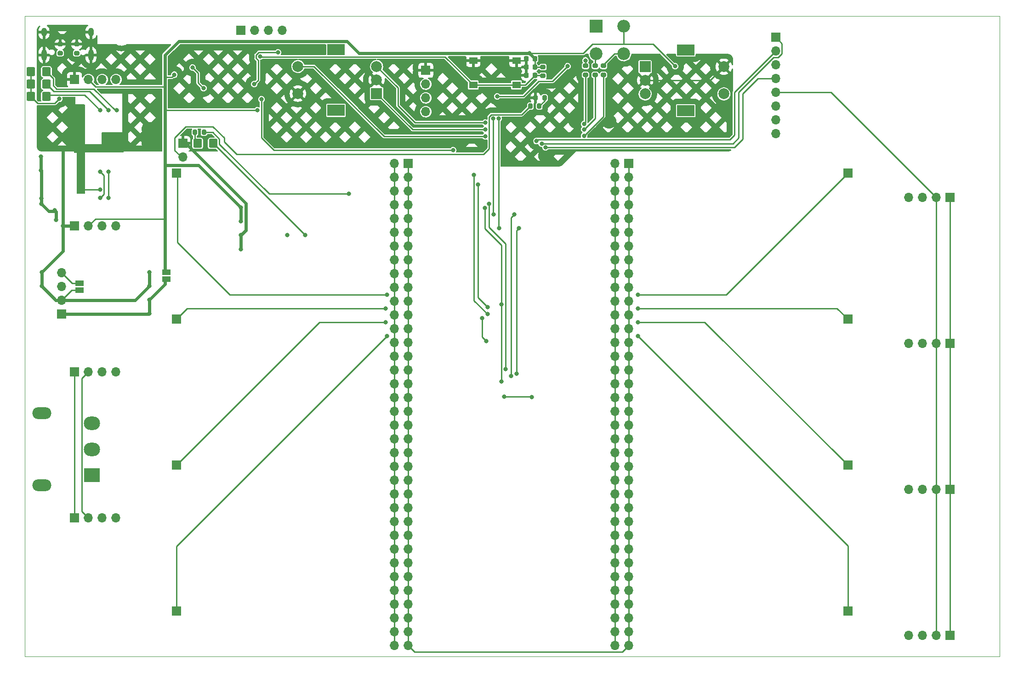
<source format=gbr>
G04 #@! TF.GenerationSoftware,KiCad,Pcbnew,(5.99.0-11749-g6427197962)*
G04 #@! TF.CreationDate,2021-09-04T15:49:30+10:00*
G04 #@! TF.ProjectId,Mainboard,4d61696e-626f-4617-9264-2e6b69636164,rev?*
G04 #@! TF.SameCoordinates,Original*
G04 #@! TF.FileFunction,Copper,L1,Top*
G04 #@! TF.FilePolarity,Positive*
%FSLAX46Y46*%
G04 Gerber Fmt 4.6, Leading zero omitted, Abs format (unit mm)*
G04 Created by KiCad (PCBNEW (5.99.0-11749-g6427197962)) date 2021-09-04 15:49:30*
%MOMM*%
%LPD*%
G01*
G04 APERTURE LIST*
G04 Aperture macros list*
%AMRoundRect*
0 Rectangle with rounded corners*
0 $1 Rounding radius*
0 $2 $3 $4 $5 $6 $7 $8 $9 X,Y pos of 4 corners*
0 Add a 4 corners polygon primitive as box body*
4,1,4,$2,$3,$4,$5,$6,$7,$8,$9,$2,$3,0*
0 Add four circle primitives for the rounded corners*
1,1,$1+$1,$2,$3*
1,1,$1+$1,$4,$5*
1,1,$1+$1,$6,$7*
1,1,$1+$1,$8,$9*
0 Add four rect primitives between the rounded corners*
20,1,$1+$1,$2,$3,$4,$5,0*
20,1,$1+$1,$4,$5,$6,$7,0*
20,1,$1+$1,$6,$7,$8,$9,0*
20,1,$1+$1,$8,$9,$2,$3,0*%
G04 Aperture macros list end*
G04 #@! TA.AperFunction,Profile*
%ADD10C,0.100000*%
G04 #@! TD*
G04 #@! TA.AperFunction,ComponentPad*
%ADD11R,1.700000X1.700000*%
G04 #@! TD*
G04 #@! TA.AperFunction,ComponentPad*
%ADD12O,1.700000X1.700000*%
G04 #@! TD*
G04 #@! TA.AperFunction,ComponentPad*
%ADD13R,2.000000X2.000000*%
G04 #@! TD*
G04 #@! TA.AperFunction,ComponentPad*
%ADD14C,2.000000*%
G04 #@! TD*
G04 #@! TA.AperFunction,ComponentPad*
%ADD15R,3.200000X2.000000*%
G04 #@! TD*
G04 #@! TA.AperFunction,SMDPad,CuDef*
%ADD16R,1.500000X1.000000*%
G04 #@! TD*
G04 #@! TA.AperFunction,SMDPad,CuDef*
%ADD17RoundRect,0.250000X0.550000X0.575000X-0.550000X0.575000X-0.550000X-0.575000X0.550000X-0.575000X0*%
G04 #@! TD*
G04 #@! TA.AperFunction,SMDPad,CuDef*
%ADD18RoundRect,0.200000X-0.200000X-0.275000X0.200000X-0.275000X0.200000X0.275000X-0.200000X0.275000X0*%
G04 #@! TD*
G04 #@! TA.AperFunction,SMDPad,CuDef*
%ADD19RoundRect,0.200000X0.200000X0.275000X-0.200000X0.275000X-0.200000X-0.275000X0.200000X-0.275000X0*%
G04 #@! TD*
G04 #@! TA.AperFunction,SMDPad,CuDef*
%ADD20RoundRect,0.200000X0.275000X-0.200000X0.275000X0.200000X-0.275000X0.200000X-0.275000X-0.200000X0*%
G04 #@! TD*
G04 #@! TA.AperFunction,SMDPad,CuDef*
%ADD21RoundRect,0.200000X-0.275000X0.200000X-0.275000X-0.200000X0.275000X-0.200000X0.275000X0.200000X0*%
G04 #@! TD*
G04 #@! TA.AperFunction,SMDPad,CuDef*
%ADD22RoundRect,0.225000X0.225000X0.250000X-0.225000X0.250000X-0.225000X-0.250000X0.225000X-0.250000X0*%
G04 #@! TD*
G04 #@! TA.AperFunction,ComponentPad*
%ADD23R,2.350000X2.350000*%
G04 #@! TD*
G04 #@! TA.AperFunction,ComponentPad*
%ADD24C,2.350000*%
G04 #@! TD*
G04 #@! TA.AperFunction,SMDPad,CuDef*
%ADD25R,1.550000X1.300000*%
G04 #@! TD*
G04 #@! TA.AperFunction,ComponentPad*
%ADD26O,3.500000X2.200000*%
G04 #@! TD*
G04 #@! TA.AperFunction,ComponentPad*
%ADD27R,3.000000X2.500000*%
G04 #@! TD*
G04 #@! TA.AperFunction,ComponentPad*
%ADD28O,3.000000X2.500000*%
G04 #@! TD*
G04 #@! TA.AperFunction,ComponentPad*
%ADD29O,1.000000X1.600000*%
G04 #@! TD*
G04 #@! TA.AperFunction,ComponentPad*
%ADD30O,1.000000X2.100000*%
G04 #@! TD*
G04 #@! TA.AperFunction,ViaPad*
%ADD31C,0.800000*%
G04 #@! TD*
G04 #@! TA.AperFunction,Conductor*
%ADD32C,0.250000*%
G04 #@! TD*
G04 #@! TA.AperFunction,Conductor*
%ADD33C,0.600000*%
G04 #@! TD*
G04 APERTURE END LIST*
D10*
X239839000Y-159703000D02*
X60261000Y-159703000D01*
X60261000Y-159703000D02*
X60261000Y-41593000D01*
X60261000Y-41593000D02*
X239839000Y-41593000D01*
X239839000Y-41593000D02*
X239839000Y-159703000D01*
D11*
G04 #@! TO.P,J30,1,Pin_1*
G04 #@! TO.N,GND*
X230685000Y-101947000D03*
D12*
G04 #@! TO.P,J30,2,Pin_2*
G04 #@! TO.N,+3V3*
X228145000Y-101947000D03*
G04 #@! TO.P,J30,3,Pin_3*
G04 #@! TO.N,/User interface/MUX SCL 5*
X225605000Y-101947000D03*
G04 #@! TO.P,J30,4,Pin_4*
G04 #@! TO.N,/User interface/MUX SDA 5*
X223065000Y-101947000D03*
G04 #@! TD*
D13*
G04 #@! TO.P,SW4,A,A*
G04 #@! TO.N,/Q_A*
X125102000Y-55840000D03*
D14*
G04 #@! TO.P,SW4,B,B*
G04 #@! TO.N,/Q_B*
X125102000Y-50840000D03*
G04 #@! TO.P,SW4,C,C*
G04 #@! TO.N,GND*
X125102000Y-53340000D03*
D15*
G04 #@! TO.P,SW4,MP*
G04 #@! TO.N,N/C*
X117602000Y-58940000D03*
X117602000Y-47740000D03*
D14*
G04 #@! TO.P,SW4,S1,S1*
G04 #@! TO.N,/Q_SW*
X110602000Y-50840000D03*
G04 #@! TO.P,SW4,S2,S2*
G04 #@! TO.N,GND*
X110602000Y-55840000D03*
G04 #@! TD*
D16*
G04 #@! TO.P,JP6,1,1*
G04 #@! TO.N,/Power management/DCDC*
X86360000Y-90058000D03*
G04 #@! TO.P,JP6,2,2*
G04 #@! TO.N,+3V3*
X86360000Y-88758000D03*
G04 #@! TD*
D11*
G04 #@! TO.P,J3,1,Pin_1*
G04 #@! TO.N,/IO0*
X100076000Y-44171000D03*
D12*
G04 #@! TO.P,J3,2,Pin_2*
G04 #@! TO.N,/EN*
X102616000Y-44171000D03*
G04 #@! TO.P,J3,3,Pin_3*
G04 #@! TO.N,/TTL RX*
X105156000Y-44171000D03*
G04 #@! TO.P,J3,4,Pin_4*
G04 #@! TO.N,/TTL TX*
X107696000Y-44171000D03*
G04 #@! TD*
D17*
G04 #@! TO.P,D6,1,K*
G04 #@! TO.N,Net-(D6-Pad1)*
X64262000Y-56388000D03*
G04 #@! TO.P,D6,2,A*
G04 #@! TO.N,VBUS*
X61412000Y-56388000D03*
G04 #@! TD*
D18*
G04 #@! TO.P,R1,1*
G04 #@! TO.N,+BATT*
X153416000Y-58166000D03*
G04 #@! TO.P,R1,2*
G04 #@! TO.N,/BATT sen*
X155066000Y-58166000D03*
G04 #@! TD*
D19*
G04 #@! TO.P,R4,1*
G04 #@! TO.N,/Power rails/SHORT*
X93281000Y-62992000D03*
G04 #@! TO.P,R4,2*
G04 #@! TO.N,Net-(D1-Pad2)*
X91631000Y-62992000D03*
G04 #@! TD*
D20*
G04 #@! TO.P,R32,1*
G04 #@! TO.N,Net-(J1-PadB5)*
X69850000Y-48386000D03*
G04 #@! TO.P,R32,2*
G04 #@! TO.N,GND*
X69850000Y-46736000D03*
G04 #@! TD*
D11*
G04 #@! TO.P,J23,1,Pin_1*
G04 #@! TO.N,Net-(J23-Pad1)*
X211899000Y-97473000D03*
G04 #@! TD*
D21*
G04 #@! TO.P,R9,1*
G04 #@! TO.N,Net-(D4-Pad3)*
X166878000Y-50737000D03*
G04 #@! TO.P,R9,2*
G04 #@! TO.N,/RGB G*
X166878000Y-52387000D03*
G04 #@! TD*
D11*
G04 #@! TO.P,J27,1,Pin_1*
G04 #@! TO.N,GND*
X69469000Y-134112000D03*
D12*
G04 #@! TO.P,J27,2,Pin_2*
G04 #@! TO.N,+3V3*
X72009000Y-134112000D03*
G04 #@! TO.P,J27,3,Pin_3*
G04 #@! TO.N,/User interface/MUX SCL 0*
X74549000Y-134112000D03*
G04 #@! TO.P,J27,4,Pin_4*
G04 #@! TO.N,/User interface/MUX SDA 0*
X77089000Y-134112000D03*
G04 #@! TD*
D20*
G04 #@! TO.P,R3,1*
G04 #@! TO.N,/EN*
X155752000Y-52578000D03*
G04 #@! TO.P,R3,2*
G04 #@! TO.N,+3V3*
X155752000Y-50928000D03*
G04 #@! TD*
D11*
G04 #@! TO.P,J32,1,Pin_1*
G04 #@! TO.N,Net-(J32-Pad1)*
X211899000Y-124397000D03*
G04 #@! TD*
D22*
G04 #@! TO.P,C3,1*
G04 #@! TO.N,+3V3*
X154241000Y-49467000D03*
G04 #@! TO.P,C3,2*
G04 #@! TO.N,GND*
X152691000Y-49467000D03*
G04 #@! TD*
G04 #@! TO.P,C1,1*
G04 #@! TO.N,/EN*
X154241000Y-52515000D03*
G04 #@! TO.P,C1,2*
G04 #@! TO.N,GND*
X152691000Y-52515000D03*
G04 #@! TD*
D11*
G04 #@! TO.P,J25,1,Pin_1*
G04 #@! TO.N,GND*
X69469000Y-80264000D03*
D12*
G04 #@! TO.P,J25,2,Pin_2*
G04 #@! TO.N,+3V3*
X72009000Y-80264000D03*
G04 #@! TO.P,J25,3,Pin_3*
G04 #@! TO.N,/User interface/MUX SCL 2*
X74549000Y-80264000D03*
G04 #@! TO.P,J25,4,Pin_4*
G04 #@! TO.N,/User interface/MUX SDA 2*
X77089000Y-80264000D03*
G04 #@! TD*
D11*
G04 #@! TO.P,J26,1,Pin_1*
G04 #@! TO.N,GND*
X69469000Y-107188000D03*
D12*
G04 #@! TO.P,J26,2,Pin_2*
G04 #@! TO.N,+3V3*
X72009000Y-107188000D03*
G04 #@! TO.P,J26,3,Pin_3*
G04 #@! TO.N,/User interface/MUX SCL 1*
X74549000Y-107188000D03*
G04 #@! TO.P,J26,4,Pin_4*
G04 #@! TO.N,/User interface/MUX SDA 1*
X77089000Y-107188000D03*
G04 #@! TD*
D23*
G04 #@! TO.P,D4,1,BK*
G04 #@! TO.N,Net-(D4-Pad1)*
X165544000Y-43434000D03*
D24*
G04 #@! TO.P,D4,2,RK*
G04 #@! TO.N,Net-(D4-Pad2)*
X165544000Y-48514000D03*
G04 #@! TO.P,D4,3,GK*
G04 #@! TO.N,Net-(D4-Pad3)*
X170624000Y-48514000D03*
G04 #@! TO.P,D4,4,A*
G04 #@! TO.N,+3V3*
X170624000Y-43434000D03*
G04 #@! TD*
D17*
G04 #@! TO.P,D5,1,K*
G04 #@! TO.N,Net-(D5-Pad1)*
X64262000Y-54102000D03*
G04 #@! TO.P,D5,2,A*
G04 #@! TO.N,VBUS*
X61412000Y-54102000D03*
G04 #@! TD*
D11*
G04 #@! TO.P,J7,1,Pin_1*
G04 #@! TO.N,/Power rails/3.3V Prot*
X130873000Y-68771000D03*
D12*
G04 #@! TO.P,J7,2,Pin_2*
G04 #@! TO.N,/Power rails/GND Prot*
X128333000Y-68771000D03*
G04 #@! TO.P,J7,3,Pin_3*
G04 #@! TO.N,/Power rails/3.3V Prot*
X130873000Y-71311000D03*
G04 #@! TO.P,J7,4,Pin_4*
G04 #@! TO.N,/Power rails/GND Prot*
X128333000Y-71311000D03*
G04 #@! TO.P,J7,5,Pin_5*
G04 #@! TO.N,/Power rails/3.3V Prot*
X130873000Y-73851000D03*
G04 #@! TO.P,J7,6,Pin_6*
G04 #@! TO.N,/Power rails/GND Prot*
X128333000Y-73851000D03*
G04 #@! TO.P,J7,7,Pin_7*
G04 #@! TO.N,/Power rails/3.3V Prot*
X130873000Y-76391000D03*
G04 #@! TO.P,J7,8,Pin_8*
G04 #@! TO.N,/Power rails/GND Prot*
X128333000Y-76391000D03*
G04 #@! TO.P,J7,9,Pin_9*
G04 #@! TO.N,/Power rails/3.3V Prot*
X130873000Y-78931000D03*
G04 #@! TO.P,J7,10,Pin_10*
G04 #@! TO.N,/Power rails/GND Prot*
X128333000Y-78931000D03*
G04 #@! TO.P,J7,11,Pin_11*
G04 #@! TO.N,/Power rails/3.3V Prot*
X130873000Y-81471000D03*
G04 #@! TO.P,J7,12,Pin_12*
G04 #@! TO.N,/Power rails/GND Prot*
X128333000Y-81471000D03*
G04 #@! TO.P,J7,13,Pin_13*
G04 #@! TO.N,/Power rails/3.3V Prot*
X130873000Y-84011000D03*
G04 #@! TO.P,J7,14,Pin_14*
G04 #@! TO.N,/Power rails/GND Prot*
X128333000Y-84011000D03*
G04 #@! TO.P,J7,15,Pin_15*
G04 #@! TO.N,/Power rails/3.3V Prot*
X130873000Y-86551000D03*
G04 #@! TO.P,J7,16,Pin_16*
G04 #@! TO.N,/Power rails/GND Prot*
X128333000Y-86551000D03*
G04 #@! TO.P,J7,17,Pin_17*
G04 #@! TO.N,/Power rails/3.3V Prot*
X130873000Y-89091000D03*
G04 #@! TO.P,J7,18,Pin_18*
G04 #@! TO.N,/Power rails/GND Prot*
X128333000Y-89091000D03*
G04 #@! TO.P,J7,19,Pin_19*
G04 #@! TO.N,/Power rails/3.3V Prot*
X130873000Y-91631000D03*
G04 #@! TO.P,J7,20,Pin_20*
G04 #@! TO.N,/Power rails/GND Prot*
X128333000Y-91631000D03*
G04 #@! TO.P,J7,21,Pin_21*
G04 #@! TO.N,/Power rails/3.3V Prot*
X130873000Y-94171000D03*
G04 #@! TO.P,J7,22,Pin_22*
G04 #@! TO.N,/Power rails/GND Prot*
X128333000Y-94171000D03*
G04 #@! TO.P,J7,23,Pin_23*
G04 #@! TO.N,/Power rails/3.3V Prot*
X130873000Y-96711000D03*
G04 #@! TO.P,J7,24,Pin_24*
G04 #@! TO.N,/Power rails/GND Prot*
X128333000Y-96711000D03*
G04 #@! TO.P,J7,25,Pin_25*
G04 #@! TO.N,/Power rails/3.3V Prot*
X130873000Y-99251000D03*
G04 #@! TO.P,J7,26,Pin_26*
G04 #@! TO.N,/Power rails/GND Prot*
X128333000Y-99251000D03*
G04 #@! TO.P,J7,27,Pin_27*
G04 #@! TO.N,/Power rails/3.3V Prot*
X130873000Y-101791000D03*
G04 #@! TO.P,J7,28,Pin_28*
G04 #@! TO.N,/Power rails/GND Prot*
X128333000Y-101791000D03*
G04 #@! TO.P,J7,29,Pin_29*
G04 #@! TO.N,/Power rails/3.3V Prot*
X130873000Y-104331000D03*
G04 #@! TO.P,J7,30,Pin_30*
G04 #@! TO.N,/Power rails/GND Prot*
X128333000Y-104331000D03*
G04 #@! TO.P,J7,31,Pin_31*
G04 #@! TO.N,/Power rails/3.3V Prot*
X130873000Y-106871000D03*
G04 #@! TO.P,J7,32,Pin_32*
G04 #@! TO.N,/Power rails/GND Prot*
X128333000Y-106871000D03*
G04 #@! TO.P,J7,33,Pin_33*
G04 #@! TO.N,/Power rails/3.3V Prot*
X130873000Y-109411000D03*
G04 #@! TO.P,J7,34,Pin_34*
G04 #@! TO.N,/Power rails/GND Prot*
X128333000Y-109411000D03*
G04 #@! TO.P,J7,35,Pin_35*
G04 #@! TO.N,/Power rails/3.3V Prot*
X130873000Y-111951000D03*
G04 #@! TO.P,J7,36,Pin_36*
G04 #@! TO.N,/Power rails/GND Prot*
X128333000Y-111951000D03*
G04 #@! TO.P,J7,37,Pin_37*
G04 #@! TO.N,/Power rails/3.3V Prot*
X130873000Y-114491000D03*
G04 #@! TO.P,J7,38,Pin_38*
G04 #@! TO.N,/Power rails/GND Prot*
X128333000Y-114491000D03*
G04 #@! TO.P,J7,39,Pin_39*
G04 #@! TO.N,/Power rails/3.3V Prot*
X130873000Y-117031000D03*
G04 #@! TO.P,J7,40,Pin_40*
G04 #@! TO.N,/Power rails/GND Prot*
X128333000Y-117031000D03*
G04 #@! TO.P,J7,41,Pin_41*
G04 #@! TO.N,/Power rails/3.3V Prot*
X130873000Y-119571000D03*
G04 #@! TO.P,J7,42,Pin_42*
G04 #@! TO.N,/Power rails/GND Prot*
X128333000Y-119571000D03*
G04 #@! TO.P,J7,43,Pin_43*
G04 #@! TO.N,/Power rails/3.3V Prot*
X130873000Y-122111000D03*
G04 #@! TO.P,J7,44,Pin_44*
G04 #@! TO.N,/Power rails/GND Prot*
X128333000Y-122111000D03*
G04 #@! TO.P,J7,45,Pin_45*
G04 #@! TO.N,/Power rails/3.3V Prot*
X130873000Y-124651000D03*
G04 #@! TO.P,J7,46,Pin_46*
G04 #@! TO.N,/Power rails/GND Prot*
X128333000Y-124651000D03*
G04 #@! TO.P,J7,47,Pin_47*
G04 #@! TO.N,/Power rails/3.3V Prot*
X130873000Y-127191000D03*
G04 #@! TO.P,J7,48,Pin_48*
G04 #@! TO.N,/Power rails/GND Prot*
X128333000Y-127191000D03*
G04 #@! TO.P,J7,49,Pin_49*
G04 #@! TO.N,/Power rails/3.3V Prot*
X130873000Y-129731000D03*
G04 #@! TO.P,J7,50,Pin_50*
G04 #@! TO.N,/Power rails/GND Prot*
X128333000Y-129731000D03*
G04 #@! TO.P,J7,51,Pin_51*
G04 #@! TO.N,/Power rails/3.3V Prot*
X130873000Y-132271000D03*
G04 #@! TO.P,J7,52,Pin_52*
G04 #@! TO.N,/Power rails/GND Prot*
X128333000Y-132271000D03*
G04 #@! TO.P,J7,53,Pin_53*
G04 #@! TO.N,/Power rails/3.3V Prot*
X130873000Y-134811000D03*
G04 #@! TO.P,J7,54,Pin_54*
G04 #@! TO.N,/Power rails/GND Prot*
X128333000Y-134811000D03*
G04 #@! TO.P,J7,55,Pin_55*
G04 #@! TO.N,/Power rails/3.3V Prot*
X130873000Y-137351000D03*
G04 #@! TO.P,J7,56,Pin_56*
G04 #@! TO.N,/Power rails/GND Prot*
X128333000Y-137351000D03*
G04 #@! TO.P,J7,57,Pin_57*
G04 #@! TO.N,/Power rails/3.3V Prot*
X130873000Y-139891000D03*
G04 #@! TO.P,J7,58,Pin_58*
G04 #@! TO.N,/Power rails/GND Prot*
X128333000Y-139891000D03*
G04 #@! TO.P,J7,59,Pin_59*
G04 #@! TO.N,/Power rails/3.3V Prot*
X130873000Y-142431000D03*
G04 #@! TO.P,J7,60,Pin_60*
G04 #@! TO.N,/Power rails/GND Prot*
X128333000Y-142431000D03*
G04 #@! TO.P,J7,61,Pin_61*
G04 #@! TO.N,/Power rails/3.3V Prot*
X130873000Y-144971000D03*
G04 #@! TO.P,J7,62,Pin_62*
G04 #@! TO.N,/Power rails/GND Prot*
X128333000Y-144971000D03*
G04 #@! TO.P,J7,63,Pin_63*
G04 #@! TO.N,/Power rails/3.3V Prot*
X130873000Y-147511000D03*
G04 #@! TO.P,J7,64,Pin_64*
G04 #@! TO.N,/Power rails/GND Prot*
X128333000Y-147511000D03*
G04 #@! TO.P,J7,65,Pin_65*
G04 #@! TO.N,/Power rails/3.3V Prot*
X130873000Y-150051000D03*
G04 #@! TO.P,J7,66,Pin_66*
G04 #@! TO.N,/Power rails/GND Prot*
X128333000Y-150051000D03*
G04 #@! TO.P,J7,67,Pin_67*
G04 #@! TO.N,/Power rails/3.3V Prot*
X130873000Y-152591000D03*
G04 #@! TO.P,J7,68,Pin_68*
G04 #@! TO.N,/Power rails/GND Prot*
X128333000Y-152591000D03*
G04 #@! TO.P,J7,69,Pin_69*
G04 #@! TO.N,/Power rails/3.3V Prot*
X130873000Y-155131000D03*
G04 #@! TO.P,J7,70,Pin_70*
G04 #@! TO.N,/Power rails/GND Prot*
X128333000Y-155131000D03*
G04 #@! TO.P,J7,71,Pin_71*
G04 #@! TO.N,/Power rails/3.3V Prot*
X130873000Y-157671000D03*
G04 #@! TO.P,J7,72,Pin_72*
G04 #@! TO.N,/Power rails/GND Prot*
X128333000Y-157671000D03*
G04 #@! TD*
D22*
G04 #@! TO.P,C2,1*
G04 #@! TO.N,+3V3*
X154241000Y-50991000D03*
G04 #@! TO.P,C2,2*
G04 #@! TO.N,GND*
X152691000Y-50991000D03*
G04 #@! TD*
D11*
G04 #@! TO.P,J36,1,Pin_1*
G04 #@! TO.N,Net-(J36-Pad1)*
X88201000Y-124397000D03*
G04 #@! TD*
D17*
G04 #@! TO.P,D1,1,K*
G04 #@! TO.N,/Power rails/GND Prot*
X94996000Y-65024000D03*
G04 #@! TO.P,D1,2,A*
G04 #@! TO.N,Net-(D1-Pad2)*
X92146000Y-65024000D03*
G04 #@! TD*
D13*
G04 #@! TO.P,SW3,A,A*
G04 #@! TO.N,/T_A*
X174552511Y-50901489D03*
D14*
G04 #@! TO.P,SW3,B,B*
G04 #@! TO.N,/T_B*
X174552511Y-55901489D03*
G04 #@! TO.P,SW3,C,C*
G04 #@! TO.N,GND*
X174552511Y-53401489D03*
D15*
G04 #@! TO.P,SW3,MP*
G04 #@! TO.N,N/C*
X182052511Y-47801489D03*
X182052511Y-59001489D03*
D14*
G04 #@! TO.P,SW3,S1,S1*
G04 #@! TO.N,/T_SW*
X189052511Y-55901489D03*
G04 #@! TO.P,SW3,S2,S2*
G04 #@! TO.N,GND*
X189052511Y-50901489D03*
G04 #@! TD*
D11*
G04 #@! TO.P,J35,1,Pin_1*
G04 #@! TO.N,Net-(J35-Pad1)*
X88201000Y-97473000D03*
G04 #@! TD*
G04 #@! TO.P,J29,1,Pin_1*
G04 #@! TO.N,GND*
X230685000Y-128871000D03*
D12*
G04 #@! TO.P,J29,2,Pin_2*
G04 #@! TO.N,+3V3*
X228145000Y-128871000D03*
G04 #@! TO.P,J29,3,Pin_3*
G04 #@! TO.N,/User interface/MUX SCL 6*
X225605000Y-128871000D03*
G04 #@! TO.P,J29,4,Pin_4*
G04 #@! TO.N,/User interface/MUX SDA 6*
X223065000Y-128871000D03*
G04 #@! TD*
D11*
G04 #@! TO.P,J33,1,Pin_1*
G04 #@! TO.N,Net-(J33-Pad1)*
X211899000Y-151321000D03*
G04 #@! TD*
D21*
G04 #@! TO.P,R8,1*
G04 #@! TO.N,Net-(D4-Pad1)*
X163576000Y-50737000D03*
G04 #@! TO.P,R8,2*
G04 #@! TO.N,/RGB B*
X163576000Y-52387000D03*
G04 #@! TD*
D25*
G04 #@! TO.P,SW1,1,1*
G04 #@! TO.N,GND*
X150850000Y-49757000D03*
X142900000Y-49757000D03*
G04 #@! TO.P,SW1,2,2*
G04 #@! TO.N,/EN*
X142900000Y-54257000D03*
X150850000Y-54257000D03*
G04 #@! TD*
D17*
G04 #@! TO.P,D3,1,K*
G04 #@! TO.N,Net-(D3-Pad1)*
X64262000Y-51816000D03*
G04 #@! TO.P,D3,2,A*
G04 #@! TO.N,VBUS*
X61412000Y-51816000D03*
G04 #@! TD*
D11*
G04 #@! TO.P,J37,1,Pin_1*
G04 #@! TO.N,Net-(J37-Pad1)*
X88201000Y-151321000D03*
G04 #@! TD*
D19*
G04 #@! TO.P,R2,1*
G04 #@! TO.N,/BATT sen*
X156019000Y-56642000D03*
G04 #@! TO.P,R2,2*
G04 #@! TO.N,GND*
X154369000Y-56642000D03*
G04 #@! TD*
D11*
G04 #@! TO.P,J34,1,Pin_1*
G04 #@! TO.N,Net-(J34-Pad1)*
X88201000Y-70549000D03*
G04 #@! TD*
D16*
G04 #@! TO.P,JP5,1,1*
G04 #@! TO.N,GND*
X70358000Y-92090000D03*
G04 #@! TO.P,JP5,2,2*
G04 #@! TO.N,Net-(J2-Pad4)*
X70358000Y-90790000D03*
G04 #@! TD*
D11*
G04 #@! TO.P,J8,1,Pin_1*
G04 #@! TO.N,/Power rails/3.3V Prot*
X171513000Y-68771000D03*
D12*
G04 #@! TO.P,J8,2,Pin_2*
G04 #@! TO.N,/Power rails/GND Prot*
X168973000Y-68771000D03*
G04 #@! TO.P,J8,3,Pin_3*
G04 #@! TO.N,/Power rails/3.3V Prot*
X171513000Y-71311000D03*
G04 #@! TO.P,J8,4,Pin_4*
G04 #@! TO.N,/Power rails/GND Prot*
X168973000Y-71311000D03*
G04 #@! TO.P,J8,5,Pin_5*
G04 #@! TO.N,/Power rails/3.3V Prot*
X171513000Y-73851000D03*
G04 #@! TO.P,J8,6,Pin_6*
G04 #@! TO.N,/Power rails/GND Prot*
X168973000Y-73851000D03*
G04 #@! TO.P,J8,7,Pin_7*
G04 #@! TO.N,/Power rails/3.3V Prot*
X171513000Y-76391000D03*
G04 #@! TO.P,J8,8,Pin_8*
G04 #@! TO.N,/Power rails/GND Prot*
X168973000Y-76391000D03*
G04 #@! TO.P,J8,9,Pin_9*
G04 #@! TO.N,/Power rails/3.3V Prot*
X171513000Y-78931000D03*
G04 #@! TO.P,J8,10,Pin_10*
G04 #@! TO.N,/Power rails/GND Prot*
X168973000Y-78931000D03*
G04 #@! TO.P,J8,11,Pin_11*
G04 #@! TO.N,/Power rails/3.3V Prot*
X171513000Y-81471000D03*
G04 #@! TO.P,J8,12,Pin_12*
G04 #@! TO.N,/Power rails/GND Prot*
X168973000Y-81471000D03*
G04 #@! TO.P,J8,13,Pin_13*
G04 #@! TO.N,/Power rails/3.3V Prot*
X171513000Y-84011000D03*
G04 #@! TO.P,J8,14,Pin_14*
G04 #@! TO.N,/Power rails/GND Prot*
X168973000Y-84011000D03*
G04 #@! TO.P,J8,15,Pin_15*
G04 #@! TO.N,/Power rails/3.3V Prot*
X171513000Y-86551000D03*
G04 #@! TO.P,J8,16,Pin_16*
G04 #@! TO.N,/Power rails/GND Prot*
X168973000Y-86551000D03*
G04 #@! TO.P,J8,17,Pin_17*
G04 #@! TO.N,/Power rails/3.3V Prot*
X171513000Y-89091000D03*
G04 #@! TO.P,J8,18,Pin_18*
G04 #@! TO.N,/Power rails/GND Prot*
X168973000Y-89091000D03*
G04 #@! TO.P,J8,19,Pin_19*
G04 #@! TO.N,/Power rails/3.3V Prot*
X171513000Y-91631000D03*
G04 #@! TO.P,J8,20,Pin_20*
G04 #@! TO.N,/Power rails/GND Prot*
X168973000Y-91631000D03*
G04 #@! TO.P,J8,21,Pin_21*
G04 #@! TO.N,/Power rails/3.3V Prot*
X171513000Y-94171000D03*
G04 #@! TO.P,J8,22,Pin_22*
G04 #@! TO.N,/Power rails/GND Prot*
X168973000Y-94171000D03*
G04 #@! TO.P,J8,23,Pin_23*
G04 #@! TO.N,/Power rails/3.3V Prot*
X171513000Y-96711000D03*
G04 #@! TO.P,J8,24,Pin_24*
G04 #@! TO.N,/Power rails/GND Prot*
X168973000Y-96711000D03*
G04 #@! TO.P,J8,25,Pin_25*
G04 #@! TO.N,/Power rails/3.3V Prot*
X171513000Y-99251000D03*
G04 #@! TO.P,J8,26,Pin_26*
G04 #@! TO.N,/Power rails/GND Prot*
X168973000Y-99251000D03*
G04 #@! TO.P,J8,27,Pin_27*
G04 #@! TO.N,/Power rails/3.3V Prot*
X171513000Y-101791000D03*
G04 #@! TO.P,J8,28,Pin_28*
G04 #@! TO.N,/Power rails/GND Prot*
X168973000Y-101791000D03*
G04 #@! TO.P,J8,29,Pin_29*
G04 #@! TO.N,/Power rails/3.3V Prot*
X171513000Y-104331000D03*
G04 #@! TO.P,J8,30,Pin_30*
G04 #@! TO.N,/Power rails/GND Prot*
X168973000Y-104331000D03*
G04 #@! TO.P,J8,31,Pin_31*
G04 #@! TO.N,/Power rails/3.3V Prot*
X171513000Y-106871000D03*
G04 #@! TO.P,J8,32,Pin_32*
G04 #@! TO.N,/Power rails/GND Prot*
X168973000Y-106871000D03*
G04 #@! TO.P,J8,33,Pin_33*
G04 #@! TO.N,/Power rails/3.3V Prot*
X171513000Y-109411000D03*
G04 #@! TO.P,J8,34,Pin_34*
G04 #@! TO.N,/Power rails/GND Prot*
X168973000Y-109411000D03*
G04 #@! TO.P,J8,35,Pin_35*
G04 #@! TO.N,/Power rails/3.3V Prot*
X171513000Y-111951000D03*
G04 #@! TO.P,J8,36,Pin_36*
G04 #@! TO.N,/Power rails/GND Prot*
X168973000Y-111951000D03*
G04 #@! TO.P,J8,37,Pin_37*
G04 #@! TO.N,/Power rails/3.3V Prot*
X171513000Y-114491000D03*
G04 #@! TO.P,J8,38,Pin_38*
G04 #@! TO.N,/Power rails/GND Prot*
X168973000Y-114491000D03*
G04 #@! TO.P,J8,39,Pin_39*
G04 #@! TO.N,/Power rails/3.3V Prot*
X171513000Y-117031000D03*
G04 #@! TO.P,J8,40,Pin_40*
G04 #@! TO.N,/Power rails/GND Prot*
X168973000Y-117031000D03*
G04 #@! TO.P,J8,41,Pin_41*
G04 #@! TO.N,/Power rails/3.3V Prot*
X171513000Y-119571000D03*
G04 #@! TO.P,J8,42,Pin_42*
G04 #@! TO.N,/Power rails/GND Prot*
X168973000Y-119571000D03*
G04 #@! TO.P,J8,43,Pin_43*
G04 #@! TO.N,/Power rails/3.3V Prot*
X171513000Y-122111000D03*
G04 #@! TO.P,J8,44,Pin_44*
G04 #@! TO.N,/Power rails/GND Prot*
X168973000Y-122111000D03*
G04 #@! TO.P,J8,45,Pin_45*
G04 #@! TO.N,/Power rails/3.3V Prot*
X171513000Y-124651000D03*
G04 #@! TO.P,J8,46,Pin_46*
G04 #@! TO.N,/Power rails/GND Prot*
X168973000Y-124651000D03*
G04 #@! TO.P,J8,47,Pin_47*
G04 #@! TO.N,/Power rails/3.3V Prot*
X171513000Y-127191000D03*
G04 #@! TO.P,J8,48,Pin_48*
G04 #@! TO.N,/Power rails/GND Prot*
X168973000Y-127191000D03*
G04 #@! TO.P,J8,49,Pin_49*
G04 #@! TO.N,/Power rails/3.3V Prot*
X171513000Y-129731000D03*
G04 #@! TO.P,J8,50,Pin_50*
G04 #@! TO.N,/Power rails/GND Prot*
X168973000Y-129731000D03*
G04 #@! TO.P,J8,51,Pin_51*
G04 #@! TO.N,/Power rails/3.3V Prot*
X171513000Y-132271000D03*
G04 #@! TO.P,J8,52,Pin_52*
G04 #@! TO.N,/Power rails/GND Prot*
X168973000Y-132271000D03*
G04 #@! TO.P,J8,53,Pin_53*
G04 #@! TO.N,/Power rails/3.3V Prot*
X171513000Y-134811000D03*
G04 #@! TO.P,J8,54,Pin_54*
G04 #@! TO.N,/Power rails/GND Prot*
X168973000Y-134811000D03*
G04 #@! TO.P,J8,55,Pin_55*
G04 #@! TO.N,/Power rails/3.3V Prot*
X171513000Y-137351000D03*
G04 #@! TO.P,J8,56,Pin_56*
G04 #@! TO.N,/Power rails/GND Prot*
X168973000Y-137351000D03*
G04 #@! TO.P,J8,57,Pin_57*
G04 #@! TO.N,/Power rails/3.3V Prot*
X171513000Y-139891000D03*
G04 #@! TO.P,J8,58,Pin_58*
G04 #@! TO.N,/Power rails/GND Prot*
X168973000Y-139891000D03*
G04 #@! TO.P,J8,59,Pin_59*
G04 #@! TO.N,/Power rails/3.3V Prot*
X171513000Y-142431000D03*
G04 #@! TO.P,J8,60,Pin_60*
G04 #@! TO.N,/Power rails/GND Prot*
X168973000Y-142431000D03*
G04 #@! TO.P,J8,61,Pin_61*
G04 #@! TO.N,/Power rails/3.3V Prot*
X171513000Y-144971000D03*
G04 #@! TO.P,J8,62,Pin_62*
G04 #@! TO.N,/Power rails/GND Prot*
X168973000Y-144971000D03*
G04 #@! TO.P,J8,63,Pin_63*
G04 #@! TO.N,/Power rails/3.3V Prot*
X171513000Y-147511000D03*
G04 #@! TO.P,J8,64,Pin_64*
G04 #@! TO.N,/Power rails/GND Prot*
X168973000Y-147511000D03*
G04 #@! TO.P,J8,65,Pin_65*
G04 #@! TO.N,/Power rails/3.3V Prot*
X171513000Y-150051000D03*
G04 #@! TO.P,J8,66,Pin_66*
G04 #@! TO.N,/Power rails/GND Prot*
X168973000Y-150051000D03*
G04 #@! TO.P,J8,67,Pin_67*
G04 #@! TO.N,/Power rails/3.3V Prot*
X171513000Y-152591000D03*
G04 #@! TO.P,J8,68,Pin_68*
G04 #@! TO.N,/Power rails/GND Prot*
X168973000Y-152591000D03*
G04 #@! TO.P,J8,69,Pin_69*
G04 #@! TO.N,/Power rails/3.3V Prot*
X171513000Y-155131000D03*
G04 #@! TO.P,J8,70,Pin_70*
G04 #@! TO.N,/Power rails/GND Prot*
X168973000Y-155131000D03*
G04 #@! TO.P,J8,71,Pin_71*
G04 #@! TO.N,/Power rails/3.3V Prot*
X171513000Y-157671000D03*
G04 #@! TO.P,J8,72,Pin_72*
G04 #@! TO.N,/Power rails/GND Prot*
X168973000Y-157671000D03*
G04 #@! TD*
D21*
G04 #@! TO.P,R10,1*
G04 #@! TO.N,Net-(D4-Pad2)*
X165354000Y-50737000D03*
G04 #@! TO.P,R10,2*
G04 #@! TO.N,/RGB R*
X165354000Y-52387000D03*
G04 #@! TD*
D11*
G04 #@! TO.P,J31,1,Pin_1*
G04 #@! TO.N,GND*
X230685000Y-75023000D03*
D12*
G04 #@! TO.P,J31,2,Pin_2*
G04 #@! TO.N,+3V3*
X228145000Y-75023000D03*
G04 #@! TO.P,J31,3,Pin_3*
G04 #@! TO.N,/User interface/MUX SCL 4*
X225605000Y-75023000D03*
G04 #@! TO.P,J31,4,Pin_4*
G04 #@! TO.N,/User interface/MUX SDA 4*
X223065000Y-75023000D03*
G04 #@! TD*
D20*
G04 #@! TO.P,R31,1*
G04 #@! TO.N,Net-(J1-PadA5)*
X66802000Y-48386000D03*
G04 #@! TO.P,R31,2*
G04 #@! TO.N,GND*
X66802000Y-46736000D03*
G04 #@! TD*
D11*
G04 #@! TO.P,J28,1,Pin_1*
G04 #@! TO.N,GND*
X230685000Y-155795000D03*
D12*
G04 #@! TO.P,J28,2,Pin_2*
G04 #@! TO.N,+3V3*
X228145000Y-155795000D03*
G04 #@! TO.P,J28,3,Pin_3*
G04 #@! TO.N,/User interface/MUX SCL 7*
X225605000Y-155795000D03*
G04 #@! TO.P,J28,4,Pin_4*
G04 #@! TO.N,/User interface/MUX SDA 7*
X223065000Y-155795000D03*
G04 #@! TD*
D11*
G04 #@! TO.P,J16,1,Pin_1*
G04 #@! TO.N,GND*
X134159643Y-51562000D03*
D12*
G04 #@! TO.P,J16,2,Pin_2*
G04 #@! TO.N,+3V3*
X134159643Y-54102000D03*
G04 #@! TO.P,J16,3,Pin_3*
G04 #@! TO.N,/ALT SCL*
X134159643Y-56642000D03*
G04 #@! TO.P,J16,4,Pin_4*
G04 #@! TO.N,/ALT SDA*
X134159643Y-59182000D03*
G04 #@! TD*
D11*
G04 #@! TO.P,J20,1,Pin_1*
G04 #@! TO.N,Net-(J20-Pad1)*
X211899000Y-70549000D03*
G04 #@! TD*
G04 #@! TO.P,J24,1,Pin_1*
G04 #@! TO.N,GND*
X69469000Y-53252000D03*
D12*
G04 #@! TO.P,J24,2,Pin_2*
G04 #@! TO.N,+3V3*
X72009000Y-53252000D03*
G04 #@! TO.P,J24,3,Pin_3*
G04 #@! TO.N,/User interface/MUX SCL 3*
X74549000Y-53252000D03*
G04 #@! TO.P,J24,4,Pin_4*
G04 #@! TO.N,/User interface/MUX SDA 3*
X77089000Y-53252000D03*
G04 #@! TD*
D11*
G04 #@! TO.P,J2,1,Pin_1*
G04 #@! TO.N,/Power management/DCDC*
X67081000Y-96510000D03*
D12*
G04 #@! TO.P,J2,2,Pin_2*
G04 #@! TO.N,GND*
X67081000Y-93970000D03*
G04 #@! TO.P,J2,3,Pin_3*
G04 #@! TO.N,/Power management/POWER_SW*
X67081000Y-91430000D03*
G04 #@! TO.P,J2,4,Pin_4*
G04 #@! TO.N,Net-(J2-Pad4)*
X67081000Y-88890000D03*
G04 #@! TD*
D26*
G04 #@! TO.P,SW2,*
G04 #@! TO.N,*
X63444000Y-114762000D03*
X63444000Y-128062000D03*
D27*
G04 #@! TO.P,SW2,1,A*
G04 #@! TO.N,N/C*
X72644000Y-126244000D03*
D28*
G04 #@! TO.P,SW2,2,B*
G04 #@! TO.N,/Power management/POWER*
X72644000Y-121444000D03*
G04 #@! TO.P,SW2,3,C*
G04 #@! TO.N,/Power management/POWER_SW*
X72644000Y-116644000D03*
G04 #@! TD*
D11*
G04 #@! TO.P,J4,1,Pin_1*
G04 #@! TO.N,/PN532 SCK*
X198603000Y-45481000D03*
D12*
G04 #@! TO.P,J4,2,Pin_2*
G04 #@! TO.N,/PN532 MISO*
X198603000Y-48021000D03*
G04 #@! TO.P,J4,3,Pin_3*
G04 #@! TO.N,/PN532 MOSI*
X198603000Y-50561000D03*
G04 #@! TO.P,J4,4,Pin_4*
G04 #@! TO.N,/PN532 SS*
X198603000Y-53101000D03*
G04 #@! TO.P,J4,5,Pin_5*
G04 #@! TO.N,+3V3*
X198603000Y-55641000D03*
G04 #@! TO.P,J4,6,Pin_6*
G04 #@! TO.N,GND*
X198603000Y-58181000D03*
G04 #@! TO.P,J4,7,Pin_7*
G04 #@! TO.N,/PN532 IRQ*
X198603000Y-60721000D03*
G04 #@! TO.P,J4,8,Pin_8*
G04 #@! TO.N,N/C*
X198603000Y-63261000D03*
G04 #@! TD*
D29*
G04 #@! TO.P,J1,S1,SHIELD*
G04 #@! TO.N,GND*
X72455000Y-44555000D03*
X63815000Y-44555000D03*
D30*
X72455000Y-48735000D03*
X63815000Y-48735000D03*
G04 #@! TD*
D11*
G04 #@! TO.P,J9,1,Pin_1*
G04 #@! TO.N,GND*
X89383000Y-65044000D03*
D12*
G04 #@! TO.P,J9,2,Pin_2*
G04 #@! TO.N,+BATT*
X89383000Y-67584000D03*
G04 #@! TD*
D31*
G04 #@! TO.N,/EN*
X155752000Y-52578000D03*
X103632000Y-49022000D03*
G04 #@! TO.N,GND*
X150876000Y-49784000D03*
X148590000Y-111760000D03*
X76454000Y-63754000D03*
X151844000Y-58626000D03*
X83221000Y-88812000D03*
X63384000Y-88812000D03*
X100076000Y-84582000D03*
X83121000Y-62421000D03*
X148844000Y-57126000D03*
X108649000Y-81979000D03*
X100114000Y-81979000D03*
X67310000Y-80264000D03*
X152691000Y-49467000D03*
X77978000Y-65786000D03*
X70612000Y-60960000D03*
X71882000Y-65977000D03*
X133858000Y-65024000D03*
X70612000Y-65977000D03*
X150344000Y-57126000D03*
X74168000Y-73534000D03*
X150344000Y-58626000D03*
X70612000Y-73584000D03*
X77978000Y-63754000D03*
X151844000Y-55626000D03*
X76454000Y-65786000D03*
X63384000Y-91352000D03*
X63246000Y-62484000D03*
X143002000Y-49784000D03*
X144526000Y-97282000D03*
X148844000Y-55626000D03*
X161798000Y-60960000D03*
X145288000Y-101506500D03*
X76454000Y-64770000D03*
X156210000Y-67310000D03*
X167894000Y-60960000D03*
X70612000Y-58420000D03*
X70612000Y-62230000D03*
X77978000Y-64770000D03*
X189738000Y-58166000D03*
X70612000Y-59690000D03*
X83121000Y-64961000D03*
X83221000Y-91352000D03*
X151844000Y-57126000D03*
X70612000Y-64770000D03*
X148844000Y-58626000D03*
X63246000Y-65024000D03*
X73152000Y-65977000D03*
X150344000Y-55626000D03*
X70612000Y-63500000D03*
X153670000Y-111823000D03*
G04 #@! TO.N,+3V3*
X91181701Y-51049701D03*
X148086299Y-108970299D03*
X87823250Y-52352772D03*
X180086000Y-50800000D03*
X153213991Y-48439991D03*
X100114000Y-79439000D03*
X93218000Y-54826500D03*
X103124000Y-58928000D03*
X100114000Y-76899000D03*
X148082000Y-94742000D03*
X145034000Y-76962000D03*
X155752000Y-50928000D03*
G04 #@! TO.N,/Power rails/GND Prot*
X111951000Y-81979000D03*
G04 #@! TO.N,VBUS*
X63284000Y-67501000D03*
X66040000Y-79185000D03*
X63309000Y-76169000D03*
X63284000Y-70041000D03*
X65802000Y-77404000D03*
X63309000Y-75184000D03*
X66624000Y-56820000D03*
G04 #@! TO.N,/TTL TX*
X102554500Y-54102000D03*
X106934000Y-48260000D03*
G04 #@! TO.N,/IO0*
X103886000Y-56896000D03*
X139192000Y-66294000D03*
G04 #@! TO.N,/PN532 SCK*
X155503245Y-65056020D03*
G04 #@! TO.N,/PN532 MISO*
X154559851Y-64606500D03*
G04 #@! TO.N,/PN532 MOSI*
X160274000Y-50800000D03*
X147314635Y-56352332D03*
G04 #@! TO.N,/PN532 SS*
X156210000Y-65786000D03*
G04 #@! TO.N,/Power rails/SHORT*
X119951000Y-74359000D03*
G04 #@! TO.N,/BATT sen*
X155066000Y-58166000D03*
G04 #@! TO.N,/MUX SCL*
X147574000Y-60452000D03*
X147676000Y-80670000D03*
G04 #@! TO.N,/MUX SDA*
X146660000Y-78130000D03*
X146558000Y-60452000D03*
G04 #@! TO.N,/MUX RST*
X148844000Y-106680000D03*
X145796000Y-76200000D03*
G04 #@! TO.N,/Q_A*
X145108989Y-62484000D03*
G04 #@! TO.N,/Q_SW*
X145108989Y-63754000D03*
G04 #@! TO.N,/Q_B*
X145108989Y-61214000D03*
G04 #@! TO.N,/RGB B*
X163317426Y-61455616D03*
G04 #@! TO.N,/RGB G*
X163322000Y-63607009D03*
G04 #@! TO.N,/RGB R*
X163351462Y-62454538D03*
G04 #@! TO.N,/ALT SCL*
X142987550Y-70842950D03*
X145521840Y-96539570D03*
G04 #@! TO.N,/ALT SDA*
X145537290Y-95254917D03*
X143764000Y-72644000D03*
G04 #@! TO.N,/User interface/OLED SDA*
X149864299Y-107954299D03*
X150470000Y-78130000D03*
G04 #@! TO.N,/User interface/OLED SCL*
X151282000Y-80670000D03*
X150876000Y-107505500D03*
G04 #@! TO.N,Net-(J20-Pad1)*
X173228000Y-92964000D03*
G04 #@! TO.N,Net-(J23-Pad1)*
X173228000Y-95504000D03*
G04 #@! TO.N,Net-(J34-Pad1)*
X127000000Y-92964000D03*
G04 #@! TO.N,Net-(J32-Pad1)*
X173228000Y-98044000D03*
G04 #@! TO.N,Net-(J33-Pad1)*
X173228000Y-100584000D03*
G04 #@! TO.N,Net-(J35-Pad1)*
X126746000Y-95504000D03*
G04 #@! TO.N,Net-(J36-Pad1)*
X126746000Y-98044000D03*
G04 #@! TO.N,Net-(J37-Pad1)*
X127000000Y-100584000D03*
G04 #@! TO.N,Net-(D3-Pad1)*
X77216000Y-58928000D03*
G04 #@! TO.N,Net-(D5-Pad1)*
X75692000Y-58928000D03*
G04 #@! TO.N,Net-(D6-Pad1)*
X74168000Y-58928000D03*
G04 #@! TO.N,Net-(R23-Pad1)*
X75692000Y-75121000D03*
X75692000Y-70232000D03*
G04 #@! TO.N,Net-(R25-Pad1)*
X74168000Y-75121000D03*
X74168000Y-70232000D03*
G04 #@! TO.N,/Power management/DCDC*
X83221000Y-93892000D03*
X83221000Y-96432000D03*
G04 #@! TO.N,Net-(D4-Pad1)*
X163576000Y-49727469D03*
G04 #@! TO.N,Net-(J1-PadA5)*
X66758695Y-48364461D03*
G04 #@! TO.N,Net-(J1-PadB5)*
X69850000Y-48386000D03*
G04 #@! TD*
D32*
G04 #@! TO.N,/EN*
X154241000Y-52515000D02*
X155689000Y-52515000D01*
X142900000Y-54257000D02*
X137707511Y-49064511D01*
X150850000Y-54257000D02*
X152499000Y-54257000D01*
X103674511Y-49064511D02*
X103632000Y-49022000D01*
X137707511Y-49064511D02*
X103674511Y-49064511D01*
X152499000Y-54257000D02*
X154241000Y-52515000D01*
X155689000Y-52515000D02*
X155752000Y-52578000D01*
X142900000Y-54257000D02*
X150850000Y-54257000D01*
D33*
G04 #@! TO.N,GND*
X100076000Y-84582000D02*
X100076000Y-82017000D01*
D32*
X142900000Y-49757000D02*
X142975000Y-49757000D01*
X174552511Y-53401489D02*
X186552511Y-53401489D01*
X70358000Y-92090000D02*
X68961000Y-92090000D01*
D33*
X67310000Y-84074000D02*
X67310000Y-84886000D01*
D32*
X152691000Y-49467000D02*
X152691000Y-50991000D01*
X69469000Y-134112000D02*
X69469000Y-107188000D01*
D33*
X89936000Y-65044000D02*
X101013511Y-76121511D01*
D32*
X148590000Y-111760000D02*
X153607000Y-111760000D01*
X74168000Y-73534000D02*
X70662000Y-73534000D01*
X150850000Y-49757000D02*
X152401000Y-49757000D01*
D33*
X101013511Y-76121511D02*
X101013511Y-81079489D01*
D32*
X153607000Y-111760000D02*
X153670000Y-111823000D01*
D33*
X67081000Y-93970000D02*
X80603000Y-93970000D01*
X101013511Y-81079489D02*
X100114000Y-81979000D01*
X100076000Y-82017000D02*
X100114000Y-81979000D01*
X67310000Y-80264000D02*
X69469000Y-80264000D01*
X63384000Y-88812000D02*
X63384000Y-91352000D01*
D32*
X144526000Y-97282000D02*
X144526000Y-100744500D01*
X152691000Y-50991000D02*
X152691000Y-52515000D01*
D33*
X89383000Y-65044000D02*
X89936000Y-65044000D01*
X66002000Y-93970000D02*
X63384000Y-91352000D01*
D32*
X142975000Y-49757000D02*
X143002000Y-49784000D01*
X186552511Y-53401489D02*
X189052511Y-50901489D01*
X144526000Y-100744500D02*
X145288000Y-101506500D01*
X70662000Y-73534000D02*
X70612000Y-73584000D01*
D33*
X80603000Y-93970000D02*
X83221000Y-91352000D01*
X67081000Y-93970000D02*
X66002000Y-93970000D01*
D32*
X152401000Y-49757000D02*
X152691000Y-49467000D01*
X68961000Y-92090000D02*
X67081000Y-93970000D01*
D33*
X67310000Y-66294000D02*
X67310000Y-80264000D01*
X83221000Y-91352000D02*
X83221000Y-88812000D01*
D32*
X230685000Y-155795000D02*
X230685000Y-75023000D01*
D33*
X67310000Y-80264000D02*
X67310000Y-84074000D01*
X67310000Y-84886000D02*
X63384000Y-88812000D01*
D32*
G04 #@! TO.N,+3V3*
X198603000Y-55641000D02*
X208763000Y-55641000D01*
X148082000Y-98806000D02*
X148082000Y-108966000D01*
X92202000Y-52070000D02*
X92202000Y-53848000D01*
X92202000Y-53848000D02*
X93180500Y-54826500D01*
D33*
X86106000Y-52832000D02*
X86106000Y-48768000D01*
X86106000Y-54864000D02*
X86106000Y-52832000D01*
D32*
X148082000Y-108966000D02*
X148086299Y-108970299D01*
X154241000Y-50991000D02*
X155689000Y-50991000D01*
X73333511Y-78939489D02*
X86051489Y-78939489D01*
X72009000Y-107188000D02*
X70819480Y-108377520D01*
D33*
X86106000Y-78994000D02*
X86106000Y-88504000D01*
D32*
X153213991Y-48439991D02*
X163142009Y-48439991D01*
D33*
X154241000Y-49467000D02*
X153213991Y-48439991D01*
D32*
X73333511Y-54576511D02*
X85818511Y-54576511D01*
D33*
X86106000Y-78994000D02*
X86106000Y-69088000D01*
X86106000Y-69088000D02*
X86106000Y-68072000D01*
X86106000Y-68072000D02*
X86106000Y-65786000D01*
D32*
X170688000Y-46736000D02*
X176022000Y-46736000D01*
X145034000Y-76962000D02*
X145034000Y-80772000D01*
X72009000Y-53252000D02*
X73333511Y-54576511D01*
D33*
X86106000Y-58928000D02*
X86106000Y-54864000D01*
D32*
X145034000Y-80772000D02*
X148082000Y-83820000D01*
X86106000Y-58928000D02*
X103124000Y-58928000D01*
X155689000Y-50991000D02*
X155752000Y-50928000D01*
X170624000Y-46672000D02*
X170688000Y-46736000D01*
D33*
X153213991Y-48439991D02*
X121845991Y-48439991D01*
D32*
X85818511Y-54576511D02*
X86106000Y-54864000D01*
X87344022Y-52832000D02*
X87823250Y-52352772D01*
D33*
X100114000Y-76899000D02*
X92303000Y-69088000D01*
D32*
X148082000Y-83820000D02*
X148082000Y-94742000D01*
D33*
X121845991Y-48439991D02*
X119646489Y-46240489D01*
D32*
X170624000Y-43434000D02*
X170624000Y-46672000D01*
X70819480Y-132922480D02*
X72009000Y-134112000D01*
D33*
X119646489Y-46240489D02*
X88633511Y-46240489D01*
D32*
X86106000Y-52832000D02*
X87344022Y-52832000D01*
X93180500Y-54826500D02*
X93218000Y-54826500D01*
X163142009Y-48439991D02*
X164846000Y-46736000D01*
X228145000Y-75023000D02*
X228145000Y-155795000D01*
X86051489Y-78939489D02*
X86106000Y-78994000D01*
D33*
X86106000Y-88504000D02*
X86360000Y-88758000D01*
D32*
X70819480Y-108377520D02*
X70819480Y-132922480D01*
D33*
X92303000Y-69088000D02*
X86106000Y-69088000D01*
D32*
X72009000Y-80264000D02*
X73333511Y-78939489D01*
X154241000Y-49467000D02*
X154241000Y-50991000D01*
D33*
X100114000Y-76899000D02*
X100114000Y-79439000D01*
X88633511Y-46240489D02*
X86106000Y-48768000D01*
D32*
X164846000Y-46736000D02*
X170688000Y-46736000D01*
X148082000Y-94742000D02*
X148082000Y-98806000D01*
X91181701Y-51049701D02*
X92202000Y-52070000D01*
X208763000Y-55641000D02*
X228145000Y-75023000D01*
X176022000Y-46736000D02*
X180086000Y-50800000D01*
D33*
X86106000Y-65786000D02*
X86106000Y-58928000D01*
D32*
G04 #@! TO.N,/Power rails/GND Prot*
X111951000Y-81979000D02*
X94996000Y-65024000D01*
X168973000Y-157671000D02*
X168973000Y-68771000D01*
X128333000Y-68771000D02*
X128333000Y-157671000D01*
G04 #@! TO.N,Net-(D1-Pad2)*
X91631000Y-64509000D02*
X92146000Y-65024000D01*
X91631000Y-62992000D02*
X91631000Y-64509000D01*
G04 #@! TO.N,VBUS*
X61412000Y-51816000D02*
X61412000Y-56388000D01*
X61412000Y-56388000D02*
X62682000Y-57658000D01*
D33*
X63284000Y-70041000D02*
X63284000Y-67501000D01*
X65637489Y-77568511D02*
X65802000Y-77404000D01*
D32*
X62682000Y-57658000D02*
X65786000Y-57658000D01*
D33*
X66040000Y-77642000D02*
X65802000Y-77404000D01*
X63309000Y-70066000D02*
X63284000Y-70041000D01*
X64708511Y-77568511D02*
X63309000Y-76169000D01*
X63309000Y-76169000D02*
X63309000Y-70066000D01*
X66040000Y-79185000D02*
X66040000Y-77642000D01*
D32*
X65786000Y-57658000D02*
X66624000Y-56820000D01*
D33*
X64708511Y-77568511D02*
X65637489Y-77568511D01*
D32*
G04 #@! TO.N,/TTL TX*
X103279011Y-53377489D02*
X103279011Y-49693625D01*
X102907489Y-48721897D02*
X103369386Y-48260000D01*
X103369386Y-48260000D02*
X106934000Y-48260000D01*
X103279011Y-49693625D02*
X102907489Y-49322103D01*
X102554500Y-54102000D02*
X103279011Y-53377489D01*
X102907489Y-49322103D02*
X102907489Y-48721897D01*
G04 #@! TO.N,/IO0*
X106172000Y-66294000D02*
X139192000Y-66294000D01*
X103886000Y-64008000D02*
X106172000Y-66294000D01*
X103886000Y-64008000D02*
X103886000Y-56896000D01*
G04 #@! TO.N,/PN532 SCK*
X191770000Y-64008000D02*
X191770000Y-55626000D01*
X198200489Y-49195511D02*
X199089499Y-49195511D01*
X199089499Y-49195511D02*
X199777511Y-48507499D01*
X199777511Y-48507499D02*
X199777511Y-46655511D01*
X191770000Y-55626000D02*
X198200489Y-49195511D01*
X155503245Y-65056020D02*
X190721980Y-65056020D01*
X190721980Y-65056020D02*
X191770000Y-64008000D01*
X199777511Y-46655511D02*
X198603000Y-45481000D01*
G04 #@! TO.N,/PN532 MISO*
X154834842Y-64331509D02*
X190176491Y-64331509D01*
X191008000Y-63500000D02*
X191008000Y-55616000D01*
X154559851Y-64606500D02*
X154834842Y-64331509D01*
X190176491Y-64331509D02*
X191008000Y-63500000D01*
X191008000Y-55616000D02*
X198603000Y-48021000D01*
G04 #@! TO.N,/PN532 MOSI*
X157480000Y-53594000D02*
X160274000Y-50800000D01*
X152183489Y-56350511D02*
X154940000Y-53594000D01*
X147314635Y-56352332D02*
X148296690Y-56352332D01*
X148296690Y-56352332D02*
X148298511Y-56350511D01*
X154940000Y-53594000D02*
X157480000Y-53594000D01*
X148298511Y-56350511D02*
X152183489Y-56350511D01*
G04 #@! TO.N,/PN532 SS*
X192532000Y-55880000D02*
X195311000Y-53101000D01*
X192532000Y-64262000D02*
X192532000Y-55880000D01*
X156210000Y-65786000D02*
X191008000Y-65786000D01*
X195311000Y-53101000D02*
X198603000Y-53101000D01*
X191008000Y-65786000D02*
X192532000Y-64262000D01*
G04 #@! TO.N,/Power rails/SHORT*
X96120520Y-65132520D02*
X96120520Y-64204100D01*
X96120520Y-64204100D02*
X94908420Y-62992000D01*
X105347000Y-74359000D02*
X96120520Y-65132520D01*
X94908420Y-62992000D02*
X93281000Y-62992000D01*
X119951000Y-74359000D02*
X105347000Y-74359000D01*
G04 #@! TO.N,/Power rails/3.3V Prot*
X170338489Y-158845511D02*
X171513000Y-157671000D01*
X132047511Y-158845511D02*
X170338489Y-158845511D01*
X130873000Y-157671000D02*
X132047511Y-158845511D01*
X130873000Y-157671000D02*
X130873000Y-68771000D01*
X171513000Y-68771000D02*
X171513000Y-157671000D01*
G04 #@! TO.N,+BATT*
X89953520Y-61938480D02*
X94958480Y-61938480D01*
X151854511Y-59727489D02*
X153416000Y-58166000D01*
X87884000Y-64008000D02*
X89953520Y-61938480D01*
X146257897Y-59727489D02*
X151854511Y-59727489D01*
X89129000Y-67584000D02*
X87884000Y-66339000D01*
X87884000Y-66339000D02*
X87884000Y-64008000D01*
X145833489Y-60151897D02*
X146257897Y-59727489D01*
X145833489Y-66002511D02*
X145833489Y-60151897D01*
X99314000Y-67056000D02*
X144780000Y-67056000D01*
X97028000Y-64008000D02*
X97028000Y-64770000D01*
X97028000Y-64770000D02*
X99314000Y-67056000D01*
X94958480Y-61938480D02*
X97028000Y-64008000D01*
X144780000Y-67056000D02*
X145833489Y-66002511D01*
G04 #@! TO.N,/BATT sen*
X156019000Y-57213000D02*
X155066000Y-58166000D01*
X156019000Y-56642000D02*
X156019000Y-57213000D01*
G04 #@! TO.N,/MUX SCL*
X147676000Y-80670000D02*
X147574000Y-80568000D01*
X147574000Y-80568000D02*
X147574000Y-60452000D01*
G04 #@! TO.N,/MUX SDA*
X146558000Y-78028000D02*
X146558000Y-60452000D01*
X146660000Y-78130000D02*
X146558000Y-78028000D01*
G04 #@! TO.N,/MUX RST*
X148844000Y-83566000D02*
X145796000Y-80518000D01*
X148844000Y-106680000D02*
X148844000Y-83566000D01*
X145796000Y-80518000D02*
X145796000Y-76200000D01*
G04 #@! TO.N,/Q_A*
X131746000Y-62484000D02*
X125102000Y-55840000D01*
X145108989Y-62484000D02*
X131746000Y-62484000D01*
G04 #@! TO.N,/Q_SW*
X145108989Y-63754000D02*
X126492000Y-63754000D01*
X113578000Y-50840000D02*
X110602000Y-50840000D01*
X126492000Y-63754000D02*
X113578000Y-50840000D01*
G04 #@! TO.N,/Q_B*
X129032000Y-54770000D02*
X125102000Y-50840000D01*
X129032000Y-58040000D02*
X129032000Y-54770000D01*
X132206000Y-61214000D02*
X129032000Y-58040000D01*
X145108989Y-61214000D02*
X132206000Y-61214000D01*
G04 #@! TO.N,/RGB B*
X163576000Y-52387000D02*
X163576000Y-61197042D01*
X163576000Y-61197042D02*
X163317426Y-61455616D01*
G04 #@! TO.N,/RGB G*
X166878000Y-60051009D02*
X166878000Y-52387000D01*
X163322000Y-63607009D02*
X166878000Y-60051009D01*
G04 #@! TO.N,/RGB R*
X165354000Y-60452000D02*
X163351462Y-62454538D01*
X165354000Y-60452000D02*
X165354000Y-52387000D01*
G04 #@! TO.N,/ALT SCL*
X142987550Y-70842950D02*
X142987550Y-94005280D01*
X142987550Y-94005280D02*
X145521840Y-96539570D01*
G04 #@! TO.N,/ALT SDA*
X143764000Y-72644000D02*
X143759186Y-93476814D01*
X143759186Y-93476814D02*
X145537290Y-95254917D01*
G04 #@! TO.N,/User interface/OLED SDA*
X149864299Y-78735701D02*
X150470000Y-78130000D01*
X149864299Y-107954299D02*
X149864299Y-78735701D01*
G04 #@! TO.N,/User interface/OLED SCL*
X150876000Y-107505500D02*
X150876000Y-81076000D01*
X150876000Y-81076000D02*
X151282000Y-80670000D01*
G04 #@! TO.N,Net-(J20-Pad1)*
X173228000Y-92964000D02*
X189484000Y-92964000D01*
X189484000Y-92964000D02*
X211899000Y-70549000D01*
G04 #@! TO.N,Net-(J23-Pad1)*
X173228000Y-95504000D02*
X209930000Y-95504000D01*
X209930000Y-95504000D02*
X211899000Y-97473000D01*
G04 #@! TO.N,Net-(J34-Pad1)*
X88392000Y-83312000D02*
X88392000Y-70740000D01*
X88392000Y-70740000D02*
X88201000Y-70549000D01*
X98044000Y-92964000D02*
X88392000Y-83312000D01*
X127000000Y-92964000D02*
X98044000Y-92964000D01*
G04 #@! TO.N,Net-(J32-Pad1)*
X185546000Y-98044000D02*
X211899000Y-124397000D01*
X173228000Y-98044000D02*
X185546000Y-98044000D01*
G04 #@! TO.N,Net-(J33-Pad1)*
X211899000Y-139255000D02*
X211899000Y-151321000D01*
X173228000Y-100584000D02*
X211899000Y-139255000D01*
G04 #@! TO.N,Net-(J35-Pad1)*
X90170000Y-95504000D02*
X88201000Y-97473000D01*
X126746000Y-95504000D02*
X90170000Y-95504000D01*
G04 #@! TO.N,Net-(J36-Pad1)*
X114554000Y-98044000D02*
X88201000Y-124397000D01*
X126746000Y-98044000D02*
X114554000Y-98044000D01*
G04 #@! TO.N,Net-(J37-Pad1)*
X88201000Y-151321000D02*
X88201000Y-139383000D01*
X88201000Y-139383000D02*
X127000000Y-100584000D01*
G04 #@! TO.N,Net-(D3-Pad1)*
X76962000Y-58928000D02*
X77216000Y-58928000D01*
X65532000Y-53086000D02*
X65532000Y-54356000D01*
X66156960Y-54980960D02*
X73014960Y-54980960D01*
X73014960Y-54980960D02*
X76962000Y-58928000D01*
X65532000Y-54356000D02*
X66156960Y-54980960D01*
X64262000Y-51816000D02*
X65532000Y-53086000D01*
G04 #@! TO.N,Net-(D5-Pad1)*
X65590480Y-55430480D02*
X72194480Y-55430480D01*
X72194480Y-55430480D02*
X75692000Y-58928000D01*
X64262000Y-54102000D02*
X65590480Y-55430480D01*
G04 #@! TO.N,Net-(D6-Pad1)*
X71335489Y-56095489D02*
X74168000Y-58928000D01*
X64262000Y-56388000D02*
X64554511Y-56095489D01*
X64554511Y-56095489D02*
X71335489Y-56095489D01*
G04 #@! TO.N,Net-(J2-Pad4)*
X68981000Y-90790000D02*
X67081000Y-88890000D01*
X70358000Y-90790000D02*
X68981000Y-90790000D01*
G04 #@! TO.N,Net-(R23-Pad1)*
X75692000Y-75121000D02*
X75692000Y-70232000D01*
G04 #@! TO.N,Net-(R25-Pad1)*
X74892511Y-74396489D02*
X74892511Y-70956511D01*
X74168000Y-75121000D02*
X74892511Y-74396489D01*
X74892511Y-70956511D02*
X74168000Y-70232000D01*
D33*
G04 #@! TO.N,/Power management/DCDC*
X67081000Y-96510000D02*
X83143000Y-96510000D01*
X86218000Y-90058000D02*
X86106000Y-90170000D01*
X86106000Y-90170000D02*
X86106000Y-91007000D01*
X86106000Y-91007000D02*
X83221000Y-93892000D01*
X86360000Y-90058000D02*
X86218000Y-90058000D01*
X83143000Y-96510000D02*
X83221000Y-96432000D01*
X83221000Y-96432000D02*
X83221000Y-93892000D01*
D32*
G04 #@! TO.N,Net-(D4-Pad1)*
X163576000Y-50737000D02*
X163576000Y-49727469D01*
G04 #@! TO.N,Net-(D4-Pad2)*
X165354000Y-48704000D02*
X165544000Y-48514000D01*
X165354000Y-50737000D02*
X165354000Y-48704000D01*
G04 #@! TO.N,Net-(J1-PadA5)*
X66802000Y-48386000D02*
X66802000Y-48260000D01*
G04 #@! TO.N,Net-(J1-PadB5)*
X69850000Y-48399719D02*
X69898724Y-48448443D01*
X69850000Y-48386000D02*
X69850000Y-48399719D01*
G04 #@! TO.N,Net-(D4-Pad3)*
X166878000Y-50737000D02*
X166941000Y-50737000D01*
X170624000Y-48514000D02*
X168910000Y-48514000D01*
X166878000Y-50546000D02*
X166878000Y-50737000D01*
X168910000Y-48514000D02*
X166878000Y-50546000D01*
G04 #@! TD*
G04 #@! TA.AperFunction,Conductor*
G04 #@! TO.N,GND*
G36*
X71316121Y-57869002D02*
G01*
X71362614Y-57922658D01*
X71374000Y-57975000D01*
X71374000Y-65215000D01*
X74422000Y-65215000D01*
X74422000Y-63118000D01*
X74442002Y-63049879D01*
X74495658Y-63003386D01*
X74548000Y-62992000D01*
X78486000Y-62992000D01*
X78486000Y-66613000D01*
X78465998Y-66681121D01*
X78412342Y-66727614D01*
X78360000Y-66739000D01*
X71374000Y-66739000D01*
X71374000Y-74233000D01*
X71353998Y-74301121D01*
X71300342Y-74347614D01*
X71248000Y-74359000D01*
X69976000Y-74359000D01*
X69907879Y-74338998D01*
X69861386Y-74285342D01*
X69850000Y-74233000D01*
X69850000Y-66802000D01*
X69468000Y-66802000D01*
X69399879Y-66781998D01*
X69353386Y-66728342D01*
X69342000Y-66676000D01*
X69342000Y-57849000D01*
X71248000Y-57849000D01*
X71316121Y-57869002D01*
G37*
G04 #@! TD.AperFunction*
G04 #@! TD*
G04 #@! TA.AperFunction,Conductor*
G04 #@! TO.N,GND*
G36*
X164115319Y-48534002D02*
G01*
X164161812Y-48587658D01*
X164172989Y-48632747D01*
X164174809Y-48664309D01*
X164177218Y-48706089D01*
X164178355Y-48711135D01*
X164178356Y-48711141D01*
X164202917Y-48820125D01*
X164226944Y-48926740D01*
X164312041Y-49136307D01*
X164430222Y-49329162D01*
X164578315Y-49500125D01*
X164582290Y-49503425D01*
X164582294Y-49503429D01*
X164725065Y-49621959D01*
X164752342Y-49644605D01*
X164756794Y-49647207D01*
X164756799Y-49647210D01*
X164943167Y-49756115D01*
X164943171Y-49756117D01*
X164947629Y-49758722D01*
X164952453Y-49760564D01*
X164956943Y-49762715D01*
X165009734Y-49810188D01*
X165028500Y-49876346D01*
X165028500Y-50037135D01*
X165008498Y-50105256D01*
X164955656Y-50151044D01*
X164953696Y-50151354D01*
X164946699Y-50154919D01*
X164946697Y-50154920D01*
X164933438Y-50161676D01*
X164840658Y-50208950D01*
X164750950Y-50298658D01*
X164693354Y-50411696D01*
X164691804Y-50421485D01*
X164691803Y-50421487D01*
X164689051Y-50438862D01*
X164678500Y-50505481D01*
X164678501Y-50968518D01*
X164679276Y-50973409D01*
X164679276Y-50973412D01*
X164688572Y-51032107D01*
X164693354Y-51062304D01*
X164750950Y-51175342D01*
X164840658Y-51265050D01*
X164953696Y-51322646D01*
X164963485Y-51324196D01*
X164963487Y-51324197D01*
X164990849Y-51328530D01*
X165047481Y-51337500D01*
X165353938Y-51337500D01*
X165660518Y-51337499D01*
X165665412Y-51336724D01*
X165744506Y-51324198D01*
X165744508Y-51324197D01*
X165754304Y-51322646D01*
X165867342Y-51265050D01*
X165957050Y-51175342D01*
X166003733Y-51083722D01*
X166052482Y-51032107D01*
X166121396Y-51015041D01*
X166188598Y-51037942D01*
X166228267Y-51083722D01*
X166274950Y-51175342D01*
X166364658Y-51265050D01*
X166477696Y-51322646D01*
X166487485Y-51324196D01*
X166487487Y-51324197D01*
X166514849Y-51328530D01*
X166571481Y-51337500D01*
X166877938Y-51337500D01*
X167184518Y-51337499D01*
X167189412Y-51336724D01*
X167268506Y-51324198D01*
X167268508Y-51324197D01*
X167278304Y-51322646D01*
X167377902Y-51271898D01*
X170282409Y-51271898D01*
X171361454Y-52350943D01*
X172338011Y-51374387D01*
X172338011Y-51169409D01*
X171778095Y-50609493D01*
X171776827Y-50610147D01*
X171573706Y-50709655D01*
X171569023Y-50711832D01*
X171511863Y-50736985D01*
X171507095Y-50738968D01*
X171487871Y-50746503D01*
X171483018Y-50748291D01*
X171423914Y-50768701D01*
X171418994Y-50770288D01*
X171202349Y-50835285D01*
X171197369Y-50836668D01*
X171136820Y-50852158D01*
X171131788Y-50853336D01*
X171111590Y-50857629D01*
X171106516Y-50858599D01*
X171044918Y-50869073D01*
X171039806Y-50869835D01*
X170815454Y-50898575D01*
X170810314Y-50899126D01*
X170748033Y-50904519D01*
X170742875Y-50904859D01*
X170722248Y-50905795D01*
X170717083Y-50905924D01*
X170654619Y-50906195D01*
X170649455Y-50906111D01*
X170648241Y-50906066D01*
X170282409Y-51271898D01*
X167377902Y-51271898D01*
X167391342Y-51265050D01*
X167481050Y-51175342D01*
X167538646Y-51062304D01*
X167542702Y-51036699D01*
X167545509Y-51018971D01*
X167553500Y-50968519D01*
X167553499Y-50505482D01*
X167539662Y-50418113D01*
X167548762Y-50347704D01*
X167575016Y-50309310D01*
X169007921Y-48876405D01*
X169070233Y-48842379D01*
X169097016Y-48839500D01*
X169187493Y-48839500D01*
X169255614Y-48859502D01*
X169302107Y-48913158D01*
X169306418Y-48924404D01*
X169306944Y-48926740D01*
X169392041Y-49136307D01*
X169510222Y-49329162D01*
X169658315Y-49500125D01*
X169662290Y-49503425D01*
X169662294Y-49503429D01*
X169805065Y-49621959D01*
X169832342Y-49644605D01*
X169836794Y-49647207D01*
X169836799Y-49647210D01*
X170013136Y-49750253D01*
X170027629Y-49758722D01*
X170238933Y-49839411D01*
X170243999Y-49840442D01*
X170244000Y-49840442D01*
X170291599Y-49850126D01*
X170460577Y-49884505D01*
X170588291Y-49889188D01*
X170681447Y-49892604D01*
X170681451Y-49892604D01*
X170686611Y-49892793D01*
X170691731Y-49892137D01*
X170691733Y-49892137D01*
X170772887Y-49881741D01*
X173352011Y-49881741D01*
X173352011Y-51921237D01*
X173353218Y-51927305D01*
X173359734Y-51960061D01*
X173363644Y-51979720D01*
X173370537Y-51990036D01*
X173382725Y-52008276D01*
X173407959Y-52046041D01*
X173474280Y-52090356D01*
X173486449Y-52092777D01*
X173486450Y-52092777D01*
X173509853Y-52097432D01*
X173532763Y-52101989D01*
X173572661Y-52101989D01*
X173640782Y-52121991D01*
X173688369Y-52178112D01*
X173688388Y-52178156D01*
X174539699Y-53029467D01*
X174553643Y-53037081D01*
X174555476Y-53036950D01*
X174562091Y-53032699D01*
X175413591Y-52181199D01*
X175421016Y-52167602D01*
X175441202Y-52147416D01*
X176741886Y-52147416D01*
X176764879Y-52184937D01*
X176767380Y-52189204D01*
X176796606Y-52241389D01*
X176798937Y-52245751D01*
X176807914Y-52263368D01*
X176810074Y-52267820D01*
X176835135Y-52322178D01*
X176837119Y-52326714D01*
X176927954Y-52546010D01*
X176929757Y-52550617D01*
X176950463Y-52606743D01*
X176952084Y-52611417D01*
X176958194Y-52630221D01*
X176959630Y-52634955D01*
X176975873Y-52692546D01*
X176977123Y-52697335D01*
X177032535Y-52928141D01*
X177033595Y-52932974D01*
X177045267Y-52991655D01*
X177046137Y-52996525D01*
X177049230Y-53016053D01*
X177049908Y-53020954D01*
X177056941Y-53080376D01*
X177057426Y-53085300D01*
X177076049Y-53321933D01*
X177076340Y-53326872D01*
X177078689Y-53386656D01*
X177078786Y-53391603D01*
X177078786Y-53411375D01*
X177078689Y-53416322D01*
X177076340Y-53476106D01*
X177076049Y-53481045D01*
X177057426Y-53717678D01*
X177056941Y-53722602D01*
X177049908Y-53782024D01*
X177049230Y-53786925D01*
X177046137Y-53806453D01*
X177045267Y-53811323D01*
X177035332Y-53861271D01*
X177828654Y-53067949D01*
X179262665Y-53067949D01*
X180341711Y-54146995D01*
X181420756Y-53067949D01*
X182854767Y-53067949D01*
X183933813Y-54146995D01*
X185012859Y-53067949D01*
X186446870Y-53067949D01*
X187525916Y-54146995D01*
X188347130Y-53325781D01*
X188343568Y-53324851D01*
X188285977Y-53308608D01*
X188281243Y-53307172D01*
X188262439Y-53301062D01*
X188257765Y-53299441D01*
X188201639Y-53278735D01*
X188197032Y-53276932D01*
X187977736Y-53186097D01*
X187973200Y-53184113D01*
X187918842Y-53159052D01*
X187914390Y-53156892D01*
X187896773Y-53147915D01*
X187892411Y-53145584D01*
X187840226Y-53116358D01*
X187835959Y-53113856D01*
X187648802Y-52999165D01*
X187646329Y-52997610D01*
X187616634Y-52978452D01*
X187614197Y-52976839D01*
X187604523Y-52970275D01*
X187588265Y-52957151D01*
X187406095Y-52783249D01*
X187392230Y-52767618D01*
X187349683Y-52710782D01*
X187343354Y-52701491D01*
X187297351Y-52627019D01*
X187188720Y-52562040D01*
X187168867Y-52547343D01*
X187116220Y-52499712D01*
X187103783Y-52486731D01*
X187069459Y-52445360D01*
X186446870Y-53067949D01*
X185012859Y-53067949D01*
X183933813Y-51988903D01*
X182854767Y-53067949D01*
X181420756Y-53067949D01*
X180661818Y-52309011D01*
X180630803Y-52321858D01*
X180623086Y-52324762D01*
X180528695Y-52356803D01*
X180520804Y-52359197D01*
X180489032Y-52367710D01*
X180481003Y-52369582D01*
X180383249Y-52389026D01*
X180375114Y-52390369D01*
X180218352Y-52411007D01*
X180210147Y-52411815D01*
X180110687Y-52418334D01*
X180102446Y-52418604D01*
X180069554Y-52418604D01*
X180061313Y-52418334D01*
X179961853Y-52411815D01*
X179953648Y-52411007D01*
X179923567Y-52407047D01*
X179262665Y-53067949D01*
X177828654Y-53067949D01*
X176763164Y-52002459D01*
X176762735Y-52008276D01*
X176760314Y-52032857D01*
X176759557Y-52038996D01*
X176748584Y-52112966D01*
X176747527Y-52119058D01*
X176741886Y-52147416D01*
X175441202Y-52147416D01*
X175471219Y-52117400D01*
X175531603Y-52101989D01*
X175572259Y-52101989D01*
X175595169Y-52097432D01*
X175618572Y-52092777D01*
X175618573Y-52092777D01*
X175630742Y-52090356D01*
X175697063Y-52046041D01*
X175722297Y-52008276D01*
X175734485Y-51990036D01*
X175741378Y-51979720D01*
X175745289Y-51960061D01*
X175751804Y-51927305D01*
X175753011Y-51921237D01*
X175753011Y-51271898D01*
X177466614Y-51271898D01*
X178545659Y-52350943D01*
X178946775Y-51949826D01*
X178929845Y-51932896D01*
X178924208Y-51926879D01*
X178858487Y-51851939D01*
X178853256Y-51845565D01*
X178757002Y-51720124D01*
X178752199Y-51713421D01*
X178719980Y-51665201D01*
X181452020Y-51665201D01*
X182137762Y-52350943D01*
X183216808Y-51271898D01*
X184650818Y-51271898D01*
X185729864Y-52350943D01*
X185946648Y-52134159D01*
X188184671Y-52134159D01*
X188190398Y-52141809D01*
X188361553Y-52246694D01*
X188370348Y-52251176D01*
X188580499Y-52338223D01*
X188589884Y-52341272D01*
X188811065Y-52394374D01*
X188820812Y-52395917D01*
X189047581Y-52413764D01*
X189057441Y-52413764D01*
X189284210Y-52395917D01*
X189293957Y-52394374D01*
X189515138Y-52341272D01*
X189524523Y-52338223D01*
X189734674Y-52251176D01*
X189743469Y-52246694D01*
X189910956Y-52144057D01*
X189920418Y-52133599D01*
X189916635Y-52124823D01*
X189065323Y-51273511D01*
X189051379Y-51265897D01*
X189049546Y-51266028D01*
X189042931Y-51270279D01*
X188191431Y-52121779D01*
X188184671Y-52134159D01*
X185946648Y-52134159D01*
X186598330Y-51482478D01*
X186572487Y-51374837D01*
X186571427Y-51370004D01*
X186559755Y-51311323D01*
X186558885Y-51306453D01*
X186555792Y-51286925D01*
X186555114Y-51282024D01*
X186548081Y-51222602D01*
X186547596Y-51217678D01*
X186529905Y-50992893D01*
X186433571Y-50896559D01*
X187540236Y-50896559D01*
X187540236Y-50906419D01*
X187558083Y-51133188D01*
X187559626Y-51142935D01*
X187612728Y-51364116D01*
X187615777Y-51373501D01*
X187702824Y-51583652D01*
X187707306Y-51592447D01*
X187809943Y-51759934D01*
X187820401Y-51769396D01*
X187829177Y-51765613D01*
X188680489Y-50914301D01*
X188688103Y-50900357D01*
X188687972Y-50898524D01*
X188683721Y-50891909D01*
X187832221Y-50040409D01*
X187819841Y-50033649D01*
X187812191Y-50039376D01*
X187707306Y-50210531D01*
X187702824Y-50219326D01*
X187615777Y-50429477D01*
X187612728Y-50438862D01*
X187559626Y-50660043D01*
X187558083Y-50669790D01*
X187540236Y-50896559D01*
X186433571Y-50896559D01*
X185729864Y-50192852D01*
X184650818Y-51271898D01*
X183216808Y-51271898D01*
X182137762Y-50192852D01*
X181693047Y-50637567D01*
X181697007Y-50667648D01*
X181697815Y-50675853D01*
X181704334Y-50775313D01*
X181704604Y-50783554D01*
X181704604Y-50816446D01*
X181704334Y-50824687D01*
X181697815Y-50924147D01*
X181697007Y-50932352D01*
X181676369Y-51089114D01*
X181675026Y-51097249D01*
X181655582Y-51195003D01*
X181653710Y-51203032D01*
X181645197Y-51234804D01*
X181642803Y-51242695D01*
X181610762Y-51337086D01*
X181607858Y-51344803D01*
X181547350Y-51490882D01*
X181543947Y-51498392D01*
X181499866Y-51587780D01*
X181495980Y-51595051D01*
X181479534Y-51623537D01*
X181475180Y-51630539D01*
X181452020Y-51665201D01*
X178719980Y-51665201D01*
X178696820Y-51630539D01*
X178692466Y-51623537D01*
X178676020Y-51595051D01*
X178672134Y-51587780D01*
X178628053Y-51498392D01*
X178624650Y-51490882D01*
X178564142Y-51344803D01*
X178561238Y-51337086D01*
X178529197Y-51242695D01*
X178526803Y-51234804D01*
X178518290Y-51203032D01*
X178516418Y-51195003D01*
X178498976Y-51107312D01*
X178065088Y-50673424D01*
X177466614Y-51271898D01*
X175753011Y-51271898D01*
X175753011Y-49881741D01*
X175751358Y-49873429D01*
X175743799Y-49835428D01*
X175743799Y-49835427D01*
X175741378Y-49823258D01*
X175733846Y-49811985D01*
X175703954Y-49767250D01*
X175697063Y-49756937D01*
X175630742Y-49712622D01*
X175618573Y-49710201D01*
X175618572Y-49710201D01*
X175578327Y-49702196D01*
X175572259Y-49700989D01*
X173532763Y-49700989D01*
X173526695Y-49702196D01*
X173486450Y-49710201D01*
X173486449Y-49710201D01*
X173474280Y-49712622D01*
X173407959Y-49756937D01*
X173401068Y-49767250D01*
X173371177Y-49811985D01*
X173363644Y-49823258D01*
X173361223Y-49835427D01*
X173361223Y-49835428D01*
X173353664Y-49873429D01*
X173352011Y-49881741D01*
X170772887Y-49881741D01*
X170905835Y-49864710D01*
X170905836Y-49864710D01*
X170910963Y-49864053D01*
X170917936Y-49861961D01*
X171122653Y-49800543D01*
X171122658Y-49800541D01*
X171127608Y-49799056D01*
X171330729Y-49699548D01*
X171334934Y-49696548D01*
X171334940Y-49696545D01*
X171510666Y-49571201D01*
X171510668Y-49571199D01*
X171514870Y-49568202D01*
X171675086Y-49408544D01*
X171678701Y-49403514D01*
X171730620Y-49331260D01*
X171807074Y-49224863D01*
X171819475Y-49199773D01*
X171904997Y-49026733D01*
X171904998Y-49026731D01*
X171907291Y-49022091D01*
X171973043Y-48805673D01*
X171997020Y-48623553D01*
X172025741Y-48558627D01*
X172085006Y-48519535D01*
X172121941Y-48514000D01*
X177287484Y-48514000D01*
X177355605Y-48534002D01*
X177376579Y-48550905D01*
X179453291Y-50627617D01*
X179487317Y-50689929D01*
X179489118Y-50733157D01*
X179480318Y-50800000D01*
X179481396Y-50808188D01*
X179494205Y-50905479D01*
X179500956Y-50956762D01*
X179504116Y-50964391D01*
X179505826Y-50968519D01*
X179561464Y-51102841D01*
X179605149Y-51159772D01*
X179652529Y-51221519D01*
X179657718Y-51228282D01*
X179664264Y-51233305D01*
X179676077Y-51242369D01*
X179783159Y-51324536D01*
X179929238Y-51385044D01*
X180086000Y-51405682D01*
X180094188Y-51404604D01*
X180234574Y-51386122D01*
X180242762Y-51385044D01*
X180388841Y-51324536D01*
X180495923Y-51242369D01*
X180507736Y-51233305D01*
X180514282Y-51228282D01*
X180519472Y-51221519D01*
X180566851Y-51159772D01*
X180610536Y-51102841D01*
X180666174Y-50968519D01*
X180667884Y-50964391D01*
X180671044Y-50956762D01*
X180677796Y-50905479D01*
X180690604Y-50808188D01*
X180691682Y-50800000D01*
X180674216Y-50667331D01*
X180672122Y-50651426D01*
X180671044Y-50643238D01*
X180610536Y-50497159D01*
X180538180Y-50402863D01*
X180519305Y-50378264D01*
X180514282Y-50371718D01*
X180388841Y-50275464D01*
X180242762Y-50214956D01*
X180086000Y-50194318D01*
X180019157Y-50203118D01*
X179949010Y-50192179D01*
X179913617Y-50167291D01*
X179762315Y-50015989D01*
X183394910Y-50015989D01*
X183933813Y-50554892D01*
X184819326Y-49669379D01*
X188184604Y-49669379D01*
X188188387Y-49678155D01*
X189039699Y-50529467D01*
X189053643Y-50537081D01*
X189055476Y-50536950D01*
X189062091Y-50532699D01*
X189913591Y-49681199D01*
X189920351Y-49668819D01*
X189914624Y-49661169D01*
X189743469Y-49556284D01*
X189734674Y-49551802D01*
X189524523Y-49464755D01*
X189515138Y-49461706D01*
X189293957Y-49408604D01*
X189284210Y-49407061D01*
X189057441Y-49389214D01*
X189047581Y-49389214D01*
X188820812Y-49407061D01*
X188811065Y-49408604D01*
X188589884Y-49461706D01*
X188580499Y-49464755D01*
X188370348Y-49551802D01*
X188361553Y-49556284D01*
X188194066Y-49658921D01*
X188184604Y-49669379D01*
X184819326Y-49669379D01*
X184832705Y-49656000D01*
X184517692Y-49656000D01*
X184494976Y-49678716D01*
X184485815Y-49687020D01*
X184370349Y-49781782D01*
X184360418Y-49789148D01*
X184294097Y-49833463D01*
X184283489Y-49839820D01*
X184151739Y-49910241D01*
X184140561Y-49915528D01*
X184095139Y-49934342D01*
X184083498Y-49938508D01*
X183940558Y-49981868D01*
X183928563Y-49984872D01*
X183870080Y-49996505D01*
X183863988Y-49997562D01*
X183790018Y-50008535D01*
X183783879Y-50009292D01*
X183759298Y-50011713D01*
X183753130Y-50012168D01*
X183678441Y-50015837D01*
X183672259Y-50015989D01*
X183394910Y-50015989D01*
X179762315Y-50015989D01*
X178475421Y-48729095D01*
X178441395Y-48666783D01*
X178446460Y-48595968D01*
X178489007Y-48539132D01*
X178555527Y-48514321D01*
X178564516Y-48514000D01*
X180126011Y-48514000D01*
X180194132Y-48534002D01*
X180240625Y-48587658D01*
X180252011Y-48640000D01*
X180252011Y-48821237D01*
X180263644Y-48879720D01*
X180307959Y-48946041D01*
X180374280Y-48990356D01*
X180386449Y-48992777D01*
X180386450Y-48992777D01*
X180414569Y-48998370D01*
X180432763Y-49001989D01*
X183672259Y-49001989D01*
X183690453Y-48998370D01*
X183718572Y-48992777D01*
X183718573Y-48992777D01*
X183730742Y-48990356D01*
X183797063Y-48946041D01*
X183841378Y-48879720D01*
X183853011Y-48821237D01*
X183853011Y-48640000D01*
X183873013Y-48571879D01*
X183926669Y-48525386D01*
X183979011Y-48514000D01*
X189747813Y-48514000D01*
X189760163Y-48514607D01*
X189936740Y-48531999D01*
X189960957Y-48536815D01*
X190123853Y-48586228D01*
X190124809Y-48586518D01*
X190147629Y-48595971D01*
X190197091Y-48622409D01*
X190298631Y-48676683D01*
X190319158Y-48690399D01*
X190451521Y-48799026D01*
X190468974Y-48816479D01*
X190577601Y-48948842D01*
X190591317Y-48969369D01*
X190616851Y-49017140D01*
X190672029Y-49120371D01*
X190681482Y-49143190D01*
X190731185Y-49307043D01*
X190736001Y-49331260D01*
X190748849Y-49461706D01*
X190753393Y-49507837D01*
X190754000Y-49520187D01*
X190754000Y-50464374D01*
X190733998Y-50532495D01*
X190680342Y-50578988D01*
X190610068Y-50589092D01*
X190545488Y-50559598D01*
X190505481Y-50493788D01*
X190492294Y-50438862D01*
X190489245Y-50429477D01*
X190402198Y-50219326D01*
X190397716Y-50210531D01*
X190295079Y-50043044D01*
X190284621Y-50033582D01*
X190275845Y-50037365D01*
X189424533Y-50888677D01*
X189416919Y-50902621D01*
X189417050Y-50904454D01*
X189421301Y-50911069D01*
X190272801Y-51762569D01*
X190285181Y-51769329D01*
X190292831Y-51763602D01*
X190397716Y-51592447D01*
X190402198Y-51583652D01*
X190489245Y-51373501D01*
X190492294Y-51364116D01*
X190505481Y-51309190D01*
X190540834Y-51247620D01*
X190603860Y-51214938D01*
X190674551Y-51221519D01*
X190730463Y-51265273D01*
X190754000Y-51338604D01*
X190754000Y-55371180D01*
X190737109Y-55434197D01*
X190735951Y-55436202D01*
X190730055Y-55445456D01*
X190708446Y-55476316D01*
X190705592Y-55486966D01*
X190704115Y-55490134D01*
X190702923Y-55493410D01*
X190697412Y-55502955D01*
X190691462Y-55536699D01*
X190690870Y-55540058D01*
X190688492Y-55550785D01*
X190678736Y-55587193D01*
X190679697Y-55598178D01*
X190679697Y-55598180D01*
X190682020Y-55624728D01*
X190682500Y-55635710D01*
X190682500Y-63312982D01*
X190662498Y-63381103D01*
X190645596Y-63402077D01*
X190078570Y-63969104D01*
X190016257Y-64003129D01*
X189989474Y-64006009D01*
X163995278Y-64006009D01*
X163927157Y-63986007D01*
X163880664Y-63932351D01*
X163870560Y-63862077D01*
X163878869Y-63831791D01*
X163883346Y-63820984D01*
X163907044Y-63763771D01*
X163910085Y-63740676D01*
X163926604Y-63615197D01*
X163927682Y-63607009D01*
X163918882Y-63540166D01*
X163929821Y-63470019D01*
X163954709Y-63434626D01*
X165298714Y-62090622D01*
X166732723Y-62090622D01*
X167634110Y-62992009D01*
X167904594Y-62992009D01*
X168848398Y-62048205D01*
X170282409Y-62048205D01*
X171226212Y-62992009D01*
X171496696Y-62992009D01*
X172440500Y-62048205D01*
X173874511Y-62048205D01*
X174818315Y-62992009D01*
X175088799Y-62992009D01*
X176032603Y-62048205D01*
X177466614Y-62048205D01*
X178410417Y-62992009D01*
X178680901Y-62992009D01*
X179624705Y-62048205D01*
X181058716Y-62048205D01*
X182002520Y-62992009D01*
X182273004Y-62992009D01*
X183216808Y-62048205D01*
X184650818Y-62048205D01*
X185594622Y-62992009D01*
X185865106Y-62992009D01*
X186808910Y-62048205D01*
X188242921Y-62048205D01*
X189186725Y-62992009D01*
X189457209Y-62992009D01*
X189612000Y-62837218D01*
X189612000Y-61259192D01*
X189321967Y-60969159D01*
X188242921Y-62048205D01*
X186808910Y-62048205D01*
X185729864Y-60969159D01*
X184650818Y-62048205D01*
X183216808Y-62048205D01*
X182384592Y-61215989D01*
X181890932Y-61215989D01*
X181058716Y-62048205D01*
X179624705Y-62048205D01*
X178545659Y-60969159D01*
X177466614Y-62048205D01*
X176032603Y-62048205D01*
X174953557Y-60969159D01*
X173874511Y-62048205D01*
X172440500Y-62048205D01*
X171361454Y-60969159D01*
X170282409Y-62048205D01*
X168848398Y-62048205D01*
X168776033Y-61975840D01*
X168767710Y-61984163D01*
X168750886Y-61998281D01*
X168576594Y-62120323D01*
X168557572Y-62131305D01*
X168364734Y-62221226D01*
X168344097Y-62228738D01*
X168138575Y-62283808D01*
X168116944Y-62287622D01*
X167904981Y-62306166D01*
X167883019Y-62306166D01*
X167671056Y-62287622D01*
X167649425Y-62283808D01*
X167443903Y-62228738D01*
X167423266Y-62221226D01*
X167230428Y-62131305D01*
X167211406Y-62120323D01*
X167037114Y-61998281D01*
X167020290Y-61984163D01*
X166929736Y-61893609D01*
X166732723Y-62090622D01*
X165298714Y-62090622D01*
X165505438Y-61883898D01*
X167094222Y-60295114D01*
X167102326Y-60287687D01*
X167122749Y-60270550D01*
X167131194Y-60263464D01*
X167150039Y-60230824D01*
X167155943Y-60221556D01*
X167171231Y-60199722D01*
X167177553Y-60190693D01*
X167180406Y-60180047D01*
X167181883Y-60176879D01*
X167183076Y-60173602D01*
X167188588Y-60164054D01*
X167193799Y-60134501D01*
X167195132Y-60126940D01*
X167197512Y-60116205D01*
X167204410Y-60090463D01*
X167207263Y-60079816D01*
X167205259Y-60056903D01*
X167203979Y-60042278D01*
X167203500Y-60031297D01*
X167203500Y-59953319D01*
X168785192Y-59953319D01*
X168918163Y-60086290D01*
X168932281Y-60103114D01*
X169054323Y-60277407D01*
X169065305Y-60296428D01*
X169155226Y-60489265D01*
X169162738Y-60509903D01*
X169217808Y-60715425D01*
X169221622Y-60737056D01*
X169240166Y-60949019D01*
X169240166Y-60970982D01*
X169237352Y-61003149D01*
X169565403Y-61331200D01*
X170644449Y-60252154D01*
X172078460Y-60252154D01*
X173157506Y-61331200D01*
X174236552Y-60252154D01*
X175670562Y-60252154D01*
X176749608Y-61331200D01*
X177828654Y-60252154D01*
X186446870Y-60252154D01*
X187525916Y-61331200D01*
X188604961Y-60252154D01*
X187525916Y-59173108D01*
X186446870Y-60252154D01*
X177828654Y-60252154D01*
X176749608Y-59173108D01*
X175670562Y-60252154D01*
X174236552Y-60252154D01*
X173157506Y-59173108D01*
X172078460Y-60252154D01*
X170644449Y-60252154D01*
X169565403Y-59173108D01*
X168785192Y-59953319D01*
X167203500Y-59953319D01*
X167203500Y-58456103D01*
X170282409Y-58456103D01*
X171361454Y-59535148D01*
X172440500Y-58456103D01*
X173874511Y-58456103D01*
X174953557Y-59535148D01*
X176032603Y-58456103D01*
X177466614Y-58456103D01*
X178545659Y-59535148D01*
X179238011Y-58842796D01*
X179238011Y-58069409D01*
X179150343Y-57981741D01*
X180252011Y-57981741D01*
X180252011Y-60021237D01*
X180253218Y-60027305D01*
X180259076Y-60056753D01*
X180263644Y-60079720D01*
X180307959Y-60146041D01*
X180374280Y-60190356D01*
X180386449Y-60192777D01*
X180386450Y-60192777D01*
X180421366Y-60199722D01*
X180432763Y-60201989D01*
X183672259Y-60201989D01*
X183683656Y-60199722D01*
X183718572Y-60192777D01*
X183718573Y-60192777D01*
X183730742Y-60190356D01*
X183797063Y-60146041D01*
X183841378Y-60079720D01*
X183845947Y-60056753D01*
X183851804Y-60027305D01*
X183853011Y-60021237D01*
X183853011Y-58239910D01*
X184867011Y-58239910D01*
X184867011Y-58672296D01*
X185729864Y-59535148D01*
X186808910Y-58456103D01*
X185729864Y-57377057D01*
X184867011Y-58239910D01*
X183853011Y-58239910D01*
X183853011Y-57981741D01*
X183848949Y-57961318D01*
X183843799Y-57935428D01*
X183843799Y-57935427D01*
X183841378Y-57923258D01*
X183797063Y-57856937D01*
X183730742Y-57812622D01*
X183718573Y-57810201D01*
X183718572Y-57810201D01*
X183678327Y-57802196D01*
X183672259Y-57800989D01*
X180432763Y-57800989D01*
X180426695Y-57802196D01*
X180386450Y-57810201D01*
X180386449Y-57810201D01*
X180374280Y-57812622D01*
X180307959Y-57856937D01*
X180263644Y-57923258D01*
X180261223Y-57935427D01*
X180261223Y-57935428D01*
X180256073Y-57961318D01*
X180252011Y-57981741D01*
X179150343Y-57981741D01*
X178545659Y-57377057D01*
X177466614Y-58456103D01*
X176032603Y-58456103D01*
X175488999Y-57912499D01*
X175470863Y-57921590D01*
X175465646Y-57924057D01*
X175444581Y-57933436D01*
X175439256Y-57935663D01*
X175374252Y-57961106D01*
X175368828Y-57963086D01*
X175159901Y-58034007D01*
X175154394Y-58035737D01*
X175087349Y-58055120D01*
X175081770Y-58056595D01*
X175059349Y-58061978D01*
X175053707Y-58063197D01*
X174985158Y-58076367D01*
X174979465Y-58077326D01*
X174761111Y-58108986D01*
X174755382Y-58109683D01*
X174685927Y-58116524D01*
X174680171Y-58116958D01*
X174657144Y-58118165D01*
X174651376Y-58118335D01*
X174581573Y-58118793D01*
X174575799Y-58118699D01*
X174355333Y-58110037D01*
X174349571Y-58109678D01*
X174280017Y-58103745D01*
X174274278Y-58103123D01*
X174251417Y-58100113D01*
X174245714Y-58099229D01*
X174233556Y-58097058D01*
X173874511Y-58456103D01*
X172440500Y-58456103D01*
X171361454Y-57377057D01*
X170282409Y-58456103D01*
X167203500Y-58456103D01*
X167203500Y-56660051D01*
X168486357Y-56660051D01*
X169565403Y-57739097D01*
X170026726Y-57277774D01*
X176288285Y-57277774D01*
X176749608Y-57739097D01*
X177828654Y-56660051D01*
X179262665Y-56660051D01*
X179673782Y-57071168D01*
X179734673Y-57021196D01*
X179744604Y-57013830D01*
X179810925Y-56969515D01*
X179821533Y-56963158D01*
X179953283Y-56892737D01*
X179964461Y-56887450D01*
X180009883Y-56868636D01*
X180021524Y-56864470D01*
X180164464Y-56821110D01*
X180176459Y-56818106D01*
X180234942Y-56806473D01*
X180241034Y-56805416D01*
X180315004Y-56794443D01*
X180321143Y-56793686D01*
X180345724Y-56791265D01*
X180351892Y-56790810D01*
X180426581Y-56787141D01*
X180432763Y-56786989D01*
X181293818Y-56786989D01*
X181420756Y-56660051D01*
X182854767Y-56660051D01*
X182981705Y-56786989D01*
X183672259Y-56786989D01*
X183678441Y-56787141D01*
X183753130Y-56790810D01*
X183759298Y-56791265D01*
X183783879Y-56793686D01*
X183790018Y-56794443D01*
X183863988Y-56805416D01*
X183870080Y-56806473D01*
X183928563Y-56818106D01*
X183940558Y-56821110D01*
X184083498Y-56864470D01*
X184095139Y-56868636D01*
X184140561Y-56887450D01*
X184151739Y-56892737D01*
X184283489Y-56963158D01*
X184294097Y-56969515D01*
X184360418Y-57013830D01*
X184370349Y-57021196D01*
X184485815Y-57115958D01*
X184494976Y-57124262D01*
X184521812Y-57151098D01*
X185012859Y-56660051D01*
X186446870Y-56660051D01*
X187525915Y-57739096D01*
X187646576Y-57618436D01*
X187642621Y-57615081D01*
X187590438Y-57568710D01*
X187586212Y-57564778D01*
X187428170Y-57410819D01*
X187424128Y-57406697D01*
X187376410Y-57355748D01*
X187372562Y-57351445D01*
X187357587Y-57333911D01*
X187353939Y-57329437D01*
X187311095Y-57274350D01*
X187307658Y-57269715D01*
X187180319Y-57089534D01*
X187177097Y-57084745D01*
X187139465Y-57025958D01*
X187136465Y-57021027D01*
X187124936Y-57001058D01*
X187122165Y-56995994D01*
X187090074Y-56934018D01*
X187087538Y-56928833D01*
X186995166Y-56728464D01*
X186992870Y-56723169D01*
X186966584Y-56658516D01*
X186964534Y-56653121D01*
X186956837Y-56631386D01*
X186955035Y-56625903D01*
X186934771Y-56559106D01*
X186933222Y-56553544D01*
X186878911Y-56339696D01*
X186877618Y-56334069D01*
X186863552Y-56265694D01*
X186862519Y-56260015D01*
X186860384Y-56246537D01*
X186446870Y-56660051D01*
X185012859Y-56660051D01*
X183933813Y-55581005D01*
X182854767Y-56660051D01*
X181420756Y-56660051D01*
X180341711Y-55581005D01*
X179262665Y-56660051D01*
X177828654Y-56660051D01*
X176749608Y-55581005D01*
X176747082Y-55583531D01*
X176747710Y-55588994D01*
X176767899Y-55808705D01*
X176768184Y-55812401D01*
X176770972Y-55857164D01*
X176771148Y-55860869D01*
X176771634Y-55875696D01*
X176771701Y-55879409D01*
X176771849Y-55924315D01*
X176771807Y-55928028D01*
X176770155Y-55991126D01*
X176770003Y-55994836D01*
X176767506Y-56039661D01*
X176767245Y-56043363D01*
X176765984Y-56058145D01*
X176765614Y-56061836D01*
X176760486Y-56106410D01*
X176760008Y-56110089D01*
X176728348Y-56328443D01*
X176727389Y-56334136D01*
X176714219Y-56402685D01*
X176713000Y-56408327D01*
X176707617Y-56430748D01*
X176706142Y-56436327D01*
X176686759Y-56503372D01*
X176685029Y-56508879D01*
X176614108Y-56717806D01*
X176612128Y-56723230D01*
X176586685Y-56788234D01*
X176584458Y-56793559D01*
X176575079Y-56814624D01*
X176572612Y-56819841D01*
X176541336Y-56882230D01*
X176538631Y-56887329D01*
X176430823Y-57079834D01*
X176427890Y-57084802D01*
X176391049Y-57144050D01*
X176387891Y-57148879D01*
X176374831Y-57167883D01*
X176371452Y-57172566D01*
X176329307Y-57228243D01*
X176325717Y-57232767D01*
X176288285Y-57277774D01*
X170026726Y-57277774D01*
X170644449Y-56660051D01*
X169565403Y-55581005D01*
X168486357Y-56660051D01*
X167203500Y-56660051D01*
X167203500Y-54864000D01*
X170282409Y-54864000D01*
X171361454Y-55943046D01*
X171434571Y-55869929D01*
X173347281Y-55869929D01*
X173361711Y-56090093D01*
X173363132Y-56095689D01*
X173363133Y-56095694D01*
X173401443Y-56246537D01*
X173416022Y-56303941D01*
X173418439Y-56309183D01*
X173418439Y-56309184D01*
X173496665Y-56478868D01*
X173508394Y-56504310D01*
X173511727Y-56509026D01*
X173630991Y-56677781D01*
X173635733Y-56684491D01*
X173793775Y-56838450D01*
X173798571Y-56841655D01*
X173798574Y-56841657D01*
X173892159Y-56904188D01*
X173977228Y-56961029D01*
X173982531Y-56963307D01*
X173982534Y-56963309D01*
X174171684Y-57044574D01*
X174179947Y-57048124D01*
X174252500Y-57064541D01*
X174389506Y-57095543D01*
X174389512Y-57095544D01*
X174395143Y-57096818D01*
X174400914Y-57097045D01*
X174400916Y-57097045D01*
X174468722Y-57099709D01*
X174615609Y-57105480D01*
X174725586Y-57089534D01*
X174828249Y-57074649D01*
X174828254Y-57074648D01*
X174833963Y-57073820D01*
X174839427Y-57071965D01*
X174839432Y-57071964D01*
X175037418Y-57004757D01*
X175037423Y-57004755D01*
X175042890Y-57002899D01*
X175075939Y-56984391D01*
X175157965Y-56938454D01*
X175235395Y-56895091D01*
X175244583Y-56887450D01*
X175400597Y-56757693D01*
X175405029Y-56754007D01*
X175466052Y-56680635D01*
X175542419Y-56588815D01*
X175542421Y-56588812D01*
X175546113Y-56584373D01*
X175626411Y-56440991D01*
X175651097Y-56396911D01*
X175651098Y-56396909D01*
X175653921Y-56391868D01*
X175655777Y-56386401D01*
X175655779Y-56386396D01*
X175722986Y-56188410D01*
X175722987Y-56188405D01*
X175724842Y-56182941D01*
X175725670Y-56177232D01*
X175725671Y-56177227D01*
X175748158Y-56022131D01*
X175756502Y-55964587D01*
X175758154Y-55901489D01*
X175737965Y-55681778D01*
X175733819Y-55667075D01*
X175687532Y-55502955D01*
X175678076Y-55469425D01*
X175580491Y-55271542D01*
X175489016Y-55149042D01*
X175451931Y-55099380D01*
X175451931Y-55099379D01*
X175448478Y-55094756D01*
X175327865Y-54983262D01*
X175290700Y-54948907D01*
X175290697Y-54948905D01*
X175286460Y-54944988D01*
X175277215Y-54939155D01*
X175230275Y-54885892D01*
X175226940Y-54864000D01*
X177466614Y-54864000D01*
X178545659Y-55943046D01*
X179624705Y-54864000D01*
X181058716Y-54864000D01*
X182137762Y-55943046D01*
X183216808Y-54864000D01*
X184650818Y-54864000D01*
X185729864Y-55943046D01*
X185802981Y-55869929D01*
X187847281Y-55869929D01*
X187861711Y-56090093D01*
X187863132Y-56095689D01*
X187863133Y-56095694D01*
X187901443Y-56246537D01*
X187916022Y-56303941D01*
X187918439Y-56309183D01*
X187918439Y-56309184D01*
X187996665Y-56478868D01*
X188008394Y-56504310D01*
X188011727Y-56509026D01*
X188130991Y-56677781D01*
X188135733Y-56684491D01*
X188293775Y-56838450D01*
X188298571Y-56841655D01*
X188298574Y-56841657D01*
X188392159Y-56904188D01*
X188477228Y-56961029D01*
X188482531Y-56963307D01*
X188482534Y-56963309D01*
X188671684Y-57044574D01*
X188679947Y-57048124D01*
X188752500Y-57064541D01*
X188889506Y-57095543D01*
X188889512Y-57095544D01*
X188895143Y-57096818D01*
X188900914Y-57097045D01*
X188900916Y-57097045D01*
X188968722Y-57099709D01*
X189115609Y-57105480D01*
X189225586Y-57089534D01*
X189328249Y-57074649D01*
X189328254Y-57074648D01*
X189333963Y-57073820D01*
X189339427Y-57071965D01*
X189339432Y-57071964D01*
X189537418Y-57004757D01*
X189537423Y-57004755D01*
X189542890Y-57002899D01*
X189575939Y-56984391D01*
X189657965Y-56938454D01*
X189735395Y-56895091D01*
X189744583Y-56887450D01*
X189900597Y-56757693D01*
X189905029Y-56754007D01*
X189966052Y-56680635D01*
X190042419Y-56588815D01*
X190042421Y-56588812D01*
X190046113Y-56584373D01*
X190126411Y-56440991D01*
X190151097Y-56396911D01*
X190151098Y-56396909D01*
X190153921Y-56391868D01*
X190155777Y-56386401D01*
X190155779Y-56386396D01*
X190222986Y-56188410D01*
X190222987Y-56188405D01*
X190224842Y-56182941D01*
X190225670Y-56177232D01*
X190225671Y-56177227D01*
X190248158Y-56022131D01*
X190256502Y-55964587D01*
X190258154Y-55901489D01*
X190237965Y-55681778D01*
X190233819Y-55667075D01*
X190187532Y-55502955D01*
X190178076Y-55469425D01*
X190080491Y-55271542D01*
X189989016Y-55149042D01*
X189951931Y-55099380D01*
X189951931Y-55099379D01*
X189948478Y-55094756D01*
X189827865Y-54983262D01*
X189790700Y-54948907D01*
X189790697Y-54948905D01*
X189786460Y-54944988D01*
X189599861Y-54827253D01*
X189394932Y-54745495D01*
X189389272Y-54744369D01*
X189389268Y-54744368D01*
X189184202Y-54703578D01*
X189184199Y-54703578D01*
X189178535Y-54702451D01*
X189172760Y-54702375D01*
X189172756Y-54702375D01*
X189062015Y-54700926D01*
X188957917Y-54699563D01*
X188952220Y-54700542D01*
X188952219Y-54700542D01*
X188746165Y-54735948D01*
X188746164Y-54735948D01*
X188740468Y-54736927D01*
X188533468Y-54813293D01*
X188528507Y-54816245D01*
X188528506Y-54816245D01*
X188350727Y-54922013D01*
X188343852Y-54926103D01*
X188177968Y-55071579D01*
X188041374Y-55244849D01*
X187938642Y-55440109D01*
X187873214Y-55650822D01*
X187847281Y-55869929D01*
X185802981Y-55869929D01*
X186808910Y-54864000D01*
X185729864Y-53784954D01*
X184650818Y-54864000D01*
X183216808Y-54864000D01*
X182137762Y-53784954D01*
X181058716Y-54864000D01*
X179624705Y-54864000D01*
X178545659Y-53784954D01*
X177466614Y-54864000D01*
X175226940Y-54864000D01*
X175219583Y-54815705D01*
X175248533Y-54750880D01*
X175278611Y-54725159D01*
X175410956Y-54644057D01*
X175420418Y-54633599D01*
X175416635Y-54624823D01*
X174565323Y-53773511D01*
X174551379Y-53765897D01*
X174549546Y-53766028D01*
X174542931Y-53770279D01*
X173691431Y-54621779D01*
X173684671Y-54634159D01*
X173690398Y-54641809D01*
X173825709Y-54724729D01*
X173873341Y-54777377D01*
X173884947Y-54847418D01*
X173856843Y-54912616D01*
X173842957Y-54926888D01*
X173677968Y-55071579D01*
X173541374Y-55244849D01*
X173438642Y-55440109D01*
X173373214Y-55650822D01*
X173347281Y-55869929D01*
X171434571Y-55869929D01*
X172440500Y-54864000D01*
X171361454Y-53784954D01*
X170282409Y-54864000D01*
X167203500Y-54864000D01*
X167203500Y-53086865D01*
X167209054Y-53067949D01*
X168486357Y-53067949D01*
X169565403Y-54146995D01*
X170315839Y-53396559D01*
X173040236Y-53396559D01*
X173040236Y-53406419D01*
X173058083Y-53633188D01*
X173059626Y-53642935D01*
X173112728Y-53864116D01*
X173115777Y-53873501D01*
X173202824Y-54083652D01*
X173207306Y-54092447D01*
X173309943Y-54259934D01*
X173320401Y-54269396D01*
X173329177Y-54265613D01*
X174180489Y-53414301D01*
X174186867Y-53402621D01*
X174916919Y-53402621D01*
X174917050Y-53404454D01*
X174921301Y-53411069D01*
X175772801Y-54262569D01*
X175785181Y-54269329D01*
X175792831Y-54263602D01*
X175897716Y-54092447D01*
X175902198Y-54083652D01*
X175989245Y-53873501D01*
X175992294Y-53864116D01*
X176045396Y-53642935D01*
X176046939Y-53633188D01*
X176064786Y-53406419D01*
X176064786Y-53396559D01*
X176046939Y-53169790D01*
X176045396Y-53160043D01*
X175992294Y-52938862D01*
X175989245Y-52929477D01*
X175902198Y-52719326D01*
X175897716Y-52710531D01*
X175795079Y-52543044D01*
X175784621Y-52533582D01*
X175775845Y-52537365D01*
X174924533Y-53388677D01*
X174916919Y-53402621D01*
X174186867Y-53402621D01*
X174188103Y-53400357D01*
X174187972Y-53398524D01*
X174183721Y-53391909D01*
X173332221Y-52540409D01*
X173319841Y-52533649D01*
X173312191Y-52539376D01*
X173207306Y-52710531D01*
X173202824Y-52719326D01*
X173115777Y-52929477D01*
X173112728Y-52938862D01*
X173059626Y-53160043D01*
X173058083Y-53169790D01*
X173040236Y-53396559D01*
X170315839Y-53396559D01*
X170644449Y-53067949D01*
X169565403Y-51988903D01*
X168486357Y-53067949D01*
X167209054Y-53067949D01*
X167223502Y-53018744D01*
X167276344Y-52972956D01*
X167278304Y-52972646D01*
X167391342Y-52915050D01*
X167481050Y-52825342D01*
X167538646Y-52712304D01*
X167541776Y-52692546D01*
X167548505Y-52650054D01*
X167553500Y-52618519D01*
X167553499Y-52155482D01*
X167550993Y-52139658D01*
X167540198Y-52071494D01*
X167540197Y-52071492D01*
X167538646Y-52061696D01*
X167533798Y-52052180D01*
X167522549Y-52030105D01*
X167481050Y-51948658D01*
X167391342Y-51858950D01*
X167278304Y-51801354D01*
X167268515Y-51799804D01*
X167268513Y-51799803D01*
X167241151Y-51795470D01*
X167184519Y-51786500D01*
X166878062Y-51786500D01*
X166571482Y-51786501D01*
X166566589Y-51787276D01*
X166566588Y-51787276D01*
X166487494Y-51799802D01*
X166487492Y-51799803D01*
X166477696Y-51801354D01*
X166364658Y-51858950D01*
X166274950Y-51948658D01*
X166233227Y-52030544D01*
X166228267Y-52040278D01*
X166179518Y-52091893D01*
X166110604Y-52108959D01*
X166043402Y-52086058D01*
X166003733Y-52040278D01*
X165998773Y-52030544D01*
X165957050Y-51948658D01*
X165867342Y-51858950D01*
X165754304Y-51801354D01*
X165744515Y-51799804D01*
X165744513Y-51799803D01*
X165717151Y-51795470D01*
X165660519Y-51786500D01*
X165354062Y-51786500D01*
X165047482Y-51786501D01*
X165042589Y-51787276D01*
X165042588Y-51787276D01*
X164963494Y-51799802D01*
X164963492Y-51799803D01*
X164953696Y-51801354D01*
X164840658Y-51858950D01*
X164750950Y-51948658D01*
X164693354Y-52061696D01*
X164691804Y-52071485D01*
X164691803Y-52071487D01*
X164689495Y-52086058D01*
X164678500Y-52155481D01*
X164678501Y-52618518D01*
X164679276Y-52623409D01*
X164679276Y-52623412D01*
X164691642Y-52701491D01*
X164693354Y-52712304D01*
X164750950Y-52825342D01*
X164840658Y-52915050D01*
X164949043Y-52970275D01*
X164953696Y-52972646D01*
X164952650Y-52974699D01*
X165000044Y-53007108D01*
X165027679Y-53072506D01*
X165028500Y-53086865D01*
X165028500Y-60264983D01*
X165008498Y-60333104D01*
X164991600Y-60354073D01*
X164116593Y-61229080D01*
X164054283Y-61263104D01*
X163983468Y-61258040D01*
X163926632Y-61215493D01*
X163901821Y-61148973D01*
X163901500Y-61139984D01*
X163901500Y-53086865D01*
X163921502Y-53018744D01*
X163974344Y-52972956D01*
X163976304Y-52972646D01*
X164089342Y-52915050D01*
X164179050Y-52825342D01*
X164236646Y-52712304D01*
X164239776Y-52692546D01*
X164246505Y-52650054D01*
X164251500Y-52618519D01*
X164251499Y-52155482D01*
X164248993Y-52139658D01*
X164238198Y-52071494D01*
X164238197Y-52071492D01*
X164236646Y-52061696D01*
X164231798Y-52052180D01*
X164220549Y-52030105D01*
X164179050Y-51948658D01*
X164089342Y-51858950D01*
X163976304Y-51801354D01*
X163966515Y-51799804D01*
X163966513Y-51799803D01*
X163939151Y-51795470D01*
X163882519Y-51786500D01*
X163576062Y-51786500D01*
X163269482Y-51786501D01*
X163264589Y-51787276D01*
X163264588Y-51787276D01*
X163185494Y-51799802D01*
X163185492Y-51799803D01*
X163175696Y-51801354D01*
X163062658Y-51858950D01*
X162972950Y-51948658D01*
X162915354Y-52061696D01*
X162913804Y-52071485D01*
X162913803Y-52071487D01*
X162911495Y-52086058D01*
X162900500Y-52155481D01*
X162900501Y-52618518D01*
X162901276Y-52623409D01*
X162901276Y-52623412D01*
X162913642Y-52701491D01*
X162915354Y-52712304D01*
X162972950Y-52825342D01*
X163062658Y-52915050D01*
X163171043Y-52970275D01*
X163175696Y-52972646D01*
X163174650Y-52974699D01*
X163222044Y-53007108D01*
X163249679Y-53072506D01*
X163250500Y-53086865D01*
X163250500Y-60750933D01*
X163230498Y-60819054D01*
X163176842Y-60865547D01*
X163164134Y-60870115D01*
X163160664Y-60870572D01*
X163153038Y-60873731D01*
X163153037Y-60873731D01*
X163153025Y-60873736D01*
X163014585Y-60931080D01*
X162889144Y-61027334D01*
X162792890Y-61152775D01*
X162732382Y-61298854D01*
X162711744Y-61455616D01*
X162732382Y-61612378D01*
X162792890Y-61758457D01*
X162889144Y-61883898D01*
X162893383Y-61887150D01*
X162926763Y-61948280D01*
X162921698Y-62019095D01*
X162903606Y-62051766D01*
X162826926Y-62151697D01*
X162766418Y-62297776D01*
X162745780Y-62454538D01*
X162746858Y-62462726D01*
X162762542Y-62581855D01*
X162766418Y-62611300D01*
X162826926Y-62757379D01*
X162923180Y-62882820D01*
X162929726Y-62887843D01*
X162929729Y-62887846D01*
X162970991Y-62919507D01*
X163012859Y-62976845D01*
X163017081Y-63047716D01*
X162982317Y-63109619D01*
X162970995Y-63119431D01*
X162893718Y-63178727D01*
X162797464Y-63304168D01*
X162736956Y-63450247D01*
X162716318Y-63607009D01*
X162717396Y-63615197D01*
X162733916Y-63740676D01*
X162736956Y-63763771D01*
X162760655Y-63820984D01*
X162765131Y-63831791D01*
X162772720Y-63902380D01*
X162740941Y-63965867D01*
X162679883Y-64002095D01*
X162648722Y-64006009D01*
X154854552Y-64006009D01*
X154843570Y-64005529D01*
X154817022Y-64003206D01*
X154817020Y-64003206D01*
X154806035Y-64002245D01*
X154769627Y-64012001D01*
X154758902Y-64014378D01*
X154736945Y-64018250D01*
X154698618Y-64019087D01*
X154559851Y-64000818D01*
X154524067Y-64005529D01*
X154438972Y-64016732D01*
X154403089Y-64021456D01*
X154257010Y-64081964D01*
X154131569Y-64178218D01*
X154035315Y-64303659D01*
X153974807Y-64449738D01*
X153954169Y-64606500D01*
X153974807Y-64763262D01*
X154035315Y-64909341D01*
X154131569Y-65034782D01*
X154257010Y-65131036D01*
X154403089Y-65191544D01*
X154559851Y-65212182D01*
X154568039Y-65211104D01*
X154708425Y-65192622D01*
X154716613Y-65191544D01*
X154764762Y-65171600D01*
X154835352Y-65164011D01*
X154898839Y-65195790D01*
X154929388Y-65239789D01*
X154978709Y-65358861D01*
X155074963Y-65484302D01*
X155200404Y-65580556D01*
X155346483Y-65641064D01*
X155495843Y-65660728D01*
X155560769Y-65689449D01*
X155599861Y-65748714D01*
X155604847Y-65781984D01*
X155604318Y-65786000D01*
X155624956Y-65942762D01*
X155685464Y-66088841D01*
X155781718Y-66214282D01*
X155907159Y-66310536D01*
X156053238Y-66371044D01*
X156210000Y-66391682D01*
X156218188Y-66390604D01*
X156227448Y-66389385D01*
X156366762Y-66371044D01*
X156512841Y-66310536D01*
X156638282Y-66214282D01*
X156679323Y-66160796D01*
X156736661Y-66118929D01*
X156779286Y-66111500D01*
X190283947Y-66111500D01*
X190352068Y-66131502D01*
X190398561Y-66185158D01*
X190408665Y-66255432D01*
X190379171Y-66320012D01*
X190363886Y-66334894D01*
X190319158Y-66371601D01*
X190298631Y-66385317D01*
X190230002Y-66422000D01*
X190147629Y-66466029D01*
X190124810Y-66475482D01*
X189960957Y-66525185D01*
X189936740Y-66530001D01*
X189760163Y-66547393D01*
X189747813Y-66548000D01*
X161798000Y-66548000D01*
X159301275Y-69044725D01*
X159292114Y-69053029D01*
X159154950Y-69165597D01*
X159134412Y-69179320D01*
X158983416Y-69260029D01*
X158960597Y-69269482D01*
X158796744Y-69319185D01*
X158772527Y-69324001D01*
X158595949Y-69341393D01*
X158583599Y-69342000D01*
X148025500Y-69342000D01*
X147957379Y-69321998D01*
X147910886Y-69268342D01*
X147899500Y-69216000D01*
X147899500Y-67436359D01*
X150525845Y-67436359D01*
X151289486Y-68200000D01*
X151920296Y-68200000D01*
X152683937Y-67436359D01*
X154117949Y-67436359D01*
X154881589Y-68200000D01*
X155202127Y-68200000D01*
X155185837Y-68183710D01*
X155171719Y-68166886D01*
X155049677Y-67992593D01*
X155038695Y-67973572D01*
X154948774Y-67780735D01*
X154941262Y-67760097D01*
X154886192Y-67554575D01*
X154882378Y-67532944D01*
X154873928Y-67436359D01*
X157710050Y-67436359D01*
X158473691Y-68200000D01*
X158530970Y-68200000D01*
X159581377Y-67149594D01*
X159557283Y-67125500D01*
X158020909Y-67125500D01*
X157710050Y-67436359D01*
X154873928Y-67436359D01*
X154863834Y-67320981D01*
X154863834Y-67299019D01*
X154882378Y-67087056D01*
X154886192Y-67065425D01*
X154941262Y-66859903D01*
X154948774Y-66839265D01*
X154961773Y-66811388D01*
X154881002Y-66706124D01*
X154876199Y-66699421D01*
X154867662Y-66686645D01*
X154117949Y-67436359D01*
X152683937Y-67436359D01*
X151604891Y-66357313D01*
X150525845Y-67436359D01*
X147899500Y-67436359D01*
X147899500Y-65456601D01*
X148913500Y-65456601D01*
X148913500Y-65824013D01*
X149808840Y-66719353D01*
X150887885Y-65640308D01*
X152321897Y-65640308D01*
X153400942Y-66719353D01*
X153998706Y-66121589D01*
X153868969Y-66067850D01*
X153861459Y-66064447D01*
X153772071Y-66020366D01*
X153764800Y-66016480D01*
X153736314Y-66000034D01*
X153729312Y-65995680D01*
X153646430Y-65940301D01*
X153639727Y-65935498D01*
X153514286Y-65839244D01*
X153507912Y-65834013D01*
X153432972Y-65768292D01*
X153426955Y-65762655D01*
X153403696Y-65739396D01*
X153398059Y-65733379D01*
X153332338Y-65658439D01*
X153327107Y-65652065D01*
X153230853Y-65526624D01*
X153226050Y-65519921D01*
X153170671Y-65437039D01*
X153166317Y-65430037D01*
X153149871Y-65401551D01*
X153145985Y-65394280D01*
X153101904Y-65304892D01*
X153098501Y-65297382D01*
X153037993Y-65151303D01*
X153035089Y-65143586D01*
X153003048Y-65049195D01*
X153000654Y-65041304D01*
X152992141Y-65009532D01*
X152990269Y-65001503D01*
X152985364Y-64976841D01*
X152321897Y-65640308D01*
X150887885Y-65640308D01*
X150887886Y-65640307D01*
X149808840Y-64561262D01*
X148913500Y-65456601D01*
X147899500Y-65456601D01*
X147899500Y-63844256D01*
X150525845Y-63844256D01*
X151604891Y-64923302D01*
X152683937Y-63844256D01*
X151604891Y-62765210D01*
X150525845Y-63844256D01*
X147899500Y-63844256D01*
X147899500Y-61864499D01*
X148913500Y-61864499D01*
X148913500Y-62231911D01*
X149808840Y-63127251D01*
X150887886Y-62048205D01*
X152321896Y-62048205D01*
X153400942Y-63127251D01*
X154479988Y-62048205D01*
X155913999Y-62048205D01*
X156857803Y-62992009D01*
X157128287Y-62992009D01*
X158072091Y-62048205D01*
X159506101Y-62048205D01*
X160449905Y-62992009D01*
X160720389Y-62992009D01*
X161454971Y-62257427D01*
X161347903Y-62228738D01*
X161327266Y-62221226D01*
X161134428Y-62131305D01*
X161115406Y-62120323D01*
X160941114Y-61998281D01*
X160924290Y-61984163D01*
X160773837Y-61833710D01*
X160759719Y-61816886D01*
X160637677Y-61642593D01*
X160626695Y-61623572D01*
X160536774Y-61430735D01*
X160529262Y-61410097D01*
X160474192Y-61204575D01*
X160470378Y-61182944D01*
X160462412Y-61091894D01*
X159506101Y-62048205D01*
X158072091Y-62048205D01*
X156993045Y-60969159D01*
X155913999Y-62048205D01*
X154479988Y-62048205D01*
X153400942Y-60969159D01*
X152321896Y-62048205D01*
X150887886Y-62048205D01*
X149906670Y-61066989D01*
X149711010Y-61066989D01*
X148913500Y-61864499D01*
X147899500Y-61864499D01*
X147899500Y-61021286D01*
X147919502Y-60953165D01*
X147948796Y-60921323D01*
X147995736Y-60885305D01*
X148002282Y-60880282D01*
X148098536Y-60754841D01*
X148159044Y-60608762D01*
X148179682Y-60452000D01*
X148159044Y-60295238D01*
X148151659Y-60277407D01*
X148141199Y-60252154D01*
X154117948Y-60252154D01*
X155196993Y-61331200D01*
X156276039Y-60252154D01*
X157710050Y-60252154D01*
X158789096Y-61331200D01*
X159868142Y-60252154D01*
X158789096Y-59173108D01*
X157710050Y-60252154D01*
X156276039Y-60252154D01*
X155782906Y-59759021D01*
X155732187Y-59780030D01*
X155722904Y-59783455D01*
X155685410Y-59795637D01*
X155675887Y-59798322D01*
X155559618Y-59826234D01*
X155549915Y-59828164D01*
X155456129Y-59843017D01*
X155451228Y-59843695D01*
X155391816Y-59850726D01*
X155386893Y-59851211D01*
X155367184Y-59852762D01*
X155362246Y-59853053D01*
X155302467Y-59855402D01*
X155297520Y-59855499D01*
X154834483Y-59855500D01*
X154829538Y-59855403D01*
X154769761Y-59853055D01*
X154764822Y-59852764D01*
X154745111Y-59851213D01*
X154740187Y-59850728D01*
X154680760Y-59843695D01*
X154675857Y-59843017D01*
X154582072Y-59828163D01*
X154572368Y-59826232D01*
X154549387Y-59820715D01*
X154117948Y-60252154D01*
X148141199Y-60252154D01*
X148130865Y-60227207D01*
X148123276Y-60156617D01*
X148155056Y-60093130D01*
X148216114Y-60056903D01*
X148247274Y-60052989D01*
X151834801Y-60052989D01*
X151845783Y-60053469D01*
X151872331Y-60055792D01*
X151872333Y-60055792D01*
X151883318Y-60056753D01*
X151919726Y-60046997D01*
X151930453Y-60044619D01*
X151933812Y-60044027D01*
X151967556Y-60038077D01*
X151977101Y-60032566D01*
X151980377Y-60031374D01*
X151983545Y-60029897D01*
X151994195Y-60027043D01*
X152025055Y-60005434D01*
X152034326Y-59999528D01*
X152057417Y-59986196D01*
X152066966Y-59980683D01*
X152091196Y-59951806D01*
X152098622Y-59943704D01*
X152968920Y-59073406D01*
X156531303Y-59073406D01*
X156993045Y-59535148D01*
X158072091Y-58456103D01*
X159506101Y-58456103D01*
X160585147Y-59535148D01*
X161664193Y-58456103D01*
X160585147Y-57377057D01*
X159506101Y-58456103D01*
X158072091Y-58456103D01*
X157366262Y-57750274D01*
X157354540Y-57766406D01*
X157348416Y-57774175D01*
X157270770Y-57865084D01*
X157264055Y-57872347D01*
X157174347Y-57962055D01*
X157167084Y-57968770D01*
X157076175Y-58046416D01*
X157068409Y-58052539D01*
X157064570Y-58055328D01*
X157061563Y-58059248D01*
X157033434Y-58092771D01*
X157026007Y-58100875D01*
X156932084Y-58194798D01*
X156925547Y-58200789D01*
X156680500Y-58445836D01*
X156680500Y-58472519D01*
X156680403Y-58477465D01*
X156678055Y-58537240D01*
X156677764Y-58542178D01*
X156676213Y-58561889D01*
X156675728Y-58566813D01*
X156668695Y-58626240D01*
X156668017Y-58631143D01*
X156653163Y-58724928D01*
X156651232Y-58734632D01*
X156623317Y-58850903D01*
X156620632Y-58860424D01*
X156608450Y-58897916D01*
X156605026Y-58907198D01*
X156559268Y-59017667D01*
X156555126Y-59026652D01*
X156531303Y-59073406D01*
X152968920Y-59073406D01*
X153163921Y-58878405D01*
X153226233Y-58844379D01*
X153253016Y-58841500D01*
X153608786Y-58841499D01*
X153647518Y-58841499D01*
X153652412Y-58840724D01*
X153731506Y-58828198D01*
X153731508Y-58828197D01*
X153741304Y-58826646D01*
X153854342Y-58769050D01*
X153944050Y-58679342D01*
X154001646Y-58566304D01*
X154016500Y-58472519D01*
X154016499Y-58166000D01*
X154460318Y-58166000D01*
X154461396Y-58174187D01*
X154464423Y-58197177D01*
X154465501Y-58213621D01*
X154465501Y-58472518D01*
X154466276Y-58477409D01*
X154466276Y-58477412D01*
X154473009Y-58519923D01*
X154480354Y-58566304D01*
X154484855Y-58575137D01*
X154484857Y-58575142D01*
X154488605Y-58582498D01*
X154537950Y-58679342D01*
X154627658Y-58769050D01*
X154740696Y-58826646D01*
X154750485Y-58828196D01*
X154750487Y-58828197D01*
X154777849Y-58832530D01*
X154834481Y-58841500D01*
X155065953Y-58841500D01*
X155297518Y-58841499D01*
X155302412Y-58840724D01*
X155381506Y-58828198D01*
X155381508Y-58828197D01*
X155391304Y-58826646D01*
X155504342Y-58769050D01*
X155594050Y-58679342D01*
X155651646Y-58566304D01*
X155666500Y-58472519D01*
X155666500Y-58213621D01*
X155667578Y-58197176D01*
X155670604Y-58174189D01*
X155670604Y-58174187D01*
X155671682Y-58166000D01*
X155667577Y-58134820D01*
X155666499Y-58118375D01*
X155666499Y-58078017D01*
X155686501Y-58009896D01*
X155703404Y-57988922D01*
X156235215Y-57457111D01*
X156243319Y-57449684D01*
X156263749Y-57432541D01*
X156272194Y-57425455D01*
X156283024Y-57406697D01*
X156291039Y-57392815D01*
X156296945Y-57383544D01*
X156312230Y-57361716D01*
X156312231Y-57361714D01*
X156318554Y-57352684D01*
X156320872Y-57344035D01*
X156366944Y-57291709D01*
X156377019Y-57285977D01*
X156411870Y-57268219D01*
X156457342Y-57245050D01*
X156547050Y-57155342D01*
X156604646Y-57042304D01*
X156619500Y-56948519D01*
X156619500Y-56660051D01*
X157710050Y-56660051D01*
X158789096Y-57739097D01*
X159868142Y-56660051D01*
X161302153Y-56660051D01*
X162236500Y-57594399D01*
X162236500Y-55725703D01*
X161302153Y-56660051D01*
X159868142Y-56660051D01*
X158789096Y-55581005D01*
X157710050Y-56660051D01*
X156619500Y-56660051D01*
X156619499Y-56335482D01*
X156615994Y-56313348D01*
X156606198Y-56251494D01*
X156606197Y-56251492D01*
X156604646Y-56241696D01*
X156599724Y-56232035D01*
X156585647Y-56204408D01*
X156547050Y-56128658D01*
X156457342Y-56038950D01*
X156344304Y-55981354D01*
X156334515Y-55979804D01*
X156334513Y-55979803D01*
X156307151Y-55975470D01*
X156250519Y-55966500D01*
X156019047Y-55966500D01*
X155787482Y-55966501D01*
X155782589Y-55967276D01*
X155782588Y-55967276D01*
X155703494Y-55979802D01*
X155703492Y-55979803D01*
X155693696Y-55981354D01*
X155684859Y-55985857D01*
X155684858Y-55985857D01*
X155680079Y-55988292D01*
X155580658Y-56038950D01*
X155490950Y-56128658D01*
X155486451Y-56137488D01*
X155486448Y-56137492D01*
X155473445Y-56163013D01*
X155424697Y-56214629D01*
X155355783Y-56231695D01*
X155288581Y-56208795D01*
X155244428Y-56153197D01*
X155240944Y-56143490D01*
X155221285Y-56080757D01*
X155215079Y-56067012D01*
X155134176Y-55933426D01*
X155124869Y-55921557D01*
X155014443Y-55811131D01*
X155002574Y-55801824D01*
X154868988Y-55720921D01*
X154855243Y-55714715D01*
X154705356Y-55667744D01*
X154692306Y-55665131D01*
X154637414Y-55660087D01*
X154625876Y-55663475D01*
X154624671Y-55664865D01*
X154623000Y-55672548D01*
X154623000Y-57515418D01*
X154602998Y-57583539D01*
X154586095Y-57604513D01*
X154537950Y-57652658D01*
X154480354Y-57765696D01*
X154465500Y-57859481D01*
X154465500Y-58118379D01*
X154464422Y-58134823D01*
X154460318Y-58166000D01*
X154016499Y-58166000D01*
X154016499Y-57859482D01*
X154015470Y-57852984D01*
X154001912Y-57767373D01*
X154011013Y-57696962D01*
X154056735Y-57642648D01*
X154090863Y-57626768D01*
X154112124Y-57620525D01*
X154113329Y-57619135D01*
X154115000Y-57611452D01*
X154115000Y-56914115D01*
X154110525Y-56898876D01*
X154109135Y-56897671D01*
X154101452Y-56896000D01*
X153479116Y-56896000D01*
X153463877Y-56900475D01*
X153462672Y-56901865D01*
X153461001Y-56909548D01*
X153461001Y-56970705D01*
X153461264Y-56976454D01*
X153467132Y-57040315D01*
X153469743Y-57053351D01*
X153516715Y-57203243D01*
X153522921Y-57216987D01*
X153572728Y-57299228D01*
X153590907Y-57367858D01*
X153569097Y-57435421D01*
X153514221Y-57480468D01*
X153464952Y-57490500D01*
X153196717Y-57490501D01*
X153184482Y-57490501D01*
X153179589Y-57491276D01*
X153179588Y-57491276D01*
X153100494Y-57503802D01*
X153100492Y-57503803D01*
X153090696Y-57505354D01*
X153081859Y-57509857D01*
X153081858Y-57509857D01*
X153070944Y-57515418D01*
X152977658Y-57562950D01*
X152887950Y-57652658D01*
X152830354Y-57765696D01*
X152815500Y-57859481D01*
X152815501Y-58079456D01*
X152815501Y-58253983D01*
X152795499Y-58322103D01*
X152778596Y-58343078D01*
X151756590Y-59365084D01*
X151694278Y-59399110D01*
X151667495Y-59401989D01*
X146277607Y-59401989D01*
X146266625Y-59401509D01*
X146240077Y-59399186D01*
X146240075Y-59399186D01*
X146229090Y-59398225D01*
X146192682Y-59407981D01*
X146181955Y-59410359D01*
X146178596Y-59410951D01*
X146144852Y-59416901D01*
X146135307Y-59422412D01*
X146132031Y-59423604D01*
X146128863Y-59425081D01*
X146118213Y-59427935D01*
X146109182Y-59434259D01*
X146087353Y-59449544D01*
X146078082Y-59455450D01*
X146067176Y-59461747D01*
X146045442Y-59474295D01*
X146038356Y-59482740D01*
X146021212Y-59503171D01*
X146013786Y-59511274D01*
X145617274Y-59907786D01*
X145609170Y-59915213D01*
X145580295Y-59939442D01*
X145574782Y-59948991D01*
X145561450Y-59972082D01*
X145555544Y-59981353D01*
X145533935Y-60012213D01*
X145531081Y-60022866D01*
X145529600Y-60026042D01*
X145528412Y-60029307D01*
X145522901Y-60038852D01*
X145520987Y-60049705D01*
X145520987Y-60049706D01*
X145516359Y-60075955D01*
X145513981Y-60086682D01*
X145504225Y-60123090D01*
X145505186Y-60134075D01*
X145505186Y-60134077D01*
X145507509Y-60160625D01*
X145507989Y-60171607D01*
X145507989Y-60540722D01*
X145487987Y-60608843D01*
X145434331Y-60655336D01*
X145364057Y-60665440D01*
X145333771Y-60657131D01*
X145273380Y-60632116D01*
X145265751Y-60628956D01*
X145108989Y-60608318D01*
X144952227Y-60628956D01*
X144806148Y-60689464D01*
X144680707Y-60785718D01*
X144675684Y-60792264D01*
X144639666Y-60839204D01*
X144582328Y-60881071D01*
X144539703Y-60888500D01*
X132393016Y-60888500D01*
X132324895Y-60868498D01*
X132303921Y-60851595D01*
X129621851Y-58169525D01*
X131055861Y-58169525D01*
X132091945Y-59205609D01*
X132090756Y-59171577D01*
X132090710Y-59167262D01*
X133104163Y-59167262D01*
X133104679Y-59173406D01*
X133120036Y-59356282D01*
X133121402Y-59372553D01*
X133123101Y-59378478D01*
X133175711Y-59561950D01*
X133178187Y-59570586D01*
X133181002Y-59576063D01*
X133181003Y-59576066D01*
X133201890Y-59616707D01*
X133272355Y-59753818D01*
X133400320Y-59915270D01*
X133405013Y-59919264D01*
X133405014Y-59919265D01*
X133545529Y-60038852D01*
X133557207Y-60048791D01*
X133562585Y-60051797D01*
X133562587Y-60051798D01*
X133615504Y-60081372D01*
X133737041Y-60149297D01*
X133831881Y-60180113D01*
X133927114Y-60211056D01*
X133927118Y-60211057D01*
X133932972Y-60212959D01*
X134137537Y-60237351D01*
X134143672Y-60236879D01*
X134143674Y-60236879D01*
X134199682Y-60232569D01*
X134342943Y-60221546D01*
X134348873Y-60219890D01*
X134348875Y-60219890D01*
X134535440Y-60167800D01*
X134535439Y-60167800D01*
X134541368Y-60166145D01*
X134546857Y-60163372D01*
X134546863Y-60163370D01*
X134699454Y-60086290D01*
X134725253Y-60073258D01*
X134755399Y-60049706D01*
X134878459Y-59953561D01*
X134887594Y-59946424D01*
X134914535Y-59915213D01*
X134949677Y-59874500D01*
X136535089Y-59874500D01*
X137937873Y-59874500D01*
X140127192Y-59874500D01*
X141529976Y-59874500D01*
X140828584Y-59173108D01*
X140127192Y-59874500D01*
X137937873Y-59874500D01*
X137236481Y-59173108D01*
X136535089Y-59874500D01*
X134949677Y-59874500D01*
X135018183Y-59795134D01*
X135018183Y-59795133D01*
X135022207Y-59790472D01*
X135043030Y-59753818D01*
X135120919Y-59616707D01*
X135123966Y-59611344D01*
X135188994Y-59415863D01*
X135214814Y-59211474D01*
X135215226Y-59182000D01*
X135195123Y-58976970D01*
X135135578Y-58779749D01*
X135038861Y-58597849D01*
X134935613Y-58471255D01*
X134923256Y-58456103D01*
X137953487Y-58456103D01*
X139032532Y-59535148D01*
X140111578Y-58456103D01*
X141545589Y-58456103D01*
X142624635Y-59535148D01*
X143703681Y-58456103D01*
X145137691Y-58456103D01*
X145387107Y-58705519D01*
X145411651Y-58684925D01*
X145420371Y-58678234D01*
X145529174Y-58602049D01*
X145538438Y-58596147D01*
X145538458Y-58596135D01*
X145545871Y-58591413D01*
X145660902Y-58524999D01*
X145670653Y-58519923D01*
X145704806Y-58503997D01*
X145706571Y-58503729D01*
X145708452Y-58502297D01*
X145710294Y-58501438D01*
X145720450Y-58497231D01*
X145744664Y-58488417D01*
X145768015Y-58477529D01*
X145778173Y-58473322D01*
X145780080Y-58472628D01*
X145781858Y-58472515D01*
X145783854Y-58471255D01*
X145819264Y-58458367D01*
X145829747Y-58455061D01*
X145958041Y-58420685D01*
X145966621Y-58418783D01*
X145966633Y-58418780D01*
X145977376Y-58416398D01*
X146108187Y-58393333D01*
X146119085Y-58391898D01*
X146162680Y-58388084D01*
X146173661Y-58387605D01*
X146306487Y-58387605D01*
X146315291Y-58387989D01*
X147227669Y-58387989D01*
X146674299Y-57834619D01*
X146623753Y-57813682D01*
X146616243Y-57810279D01*
X146526855Y-57766198D01*
X146519584Y-57762312D01*
X146491098Y-57745866D01*
X146484096Y-57741512D01*
X146401214Y-57686133D01*
X146394511Y-57681330D01*
X146269070Y-57585076D01*
X146262696Y-57579845D01*
X146187756Y-57514124D01*
X146181739Y-57508487D01*
X146158480Y-57485228D01*
X146152843Y-57479211D01*
X146134967Y-57458827D01*
X145137691Y-58456103D01*
X143703681Y-58456103D01*
X142624635Y-57377057D01*
X141545589Y-58456103D01*
X140111578Y-58456103D01*
X139032532Y-57377057D01*
X137953487Y-58456103D01*
X134923256Y-58456103D01*
X134912549Y-58442975D01*
X134912546Y-58442972D01*
X134908654Y-58438200D01*
X134885183Y-58418783D01*
X134754668Y-58310811D01*
X134754664Y-58310809D01*
X134749918Y-58306882D01*
X134607690Y-58229980D01*
X134574117Y-58211827D01*
X134568698Y-58208897D01*
X134371897Y-58147977D01*
X134365772Y-58147333D01*
X134365771Y-58147333D01*
X134173141Y-58127087D01*
X134173139Y-58127087D01*
X134167012Y-58126443D01*
X134080172Y-58134346D01*
X133967985Y-58144555D01*
X133967982Y-58144556D01*
X133961846Y-58145114D01*
X133764215Y-58203280D01*
X133758750Y-58206137D01*
X133737501Y-58217246D01*
X133581645Y-58298726D01*
X133576844Y-58302586D01*
X133576841Y-58302588D01*
X133429958Y-58420685D01*
X133421090Y-58427815D01*
X133288667Y-58585630D01*
X133285699Y-58591028D01*
X133285696Y-58591033D01*
X133207206Y-58733808D01*
X133189419Y-58766162D01*
X133127127Y-58962532D01*
X133126441Y-58968649D01*
X133126440Y-58968653D01*
X133113417Y-59084762D01*
X133104163Y-59167262D01*
X132090710Y-59167262D01*
X132090691Y-59165421D01*
X132091034Y-59140832D01*
X132091271Y-59134678D01*
X132095946Y-59060367D01*
X132096482Y-59054233D01*
X132119446Y-58849503D01*
X132120282Y-58843402D01*
X132132187Y-58769901D01*
X132133320Y-58763848D01*
X132138433Y-58739795D01*
X132139859Y-58733808D01*
X132158873Y-58661843D01*
X132160591Y-58655931D01*
X132222883Y-58459561D01*
X132224887Y-58453741D01*
X132250830Y-58383979D01*
X132253116Y-58378263D01*
X132262803Y-58355660D01*
X132265367Y-58350059D01*
X132298010Y-58283131D01*
X132300843Y-58277665D01*
X132400091Y-58097133D01*
X132403189Y-58091810D01*
X132442215Y-58028376D01*
X132445570Y-58023210D01*
X132459464Y-58002920D01*
X132463065Y-57997928D01*
X132465712Y-57994441D01*
X131848329Y-57377058D01*
X131055861Y-58169525D01*
X129621851Y-58169525D01*
X129394405Y-57942079D01*
X129360379Y-57879767D01*
X129357500Y-57852984D01*
X129357500Y-57419873D01*
X130371500Y-57419873D01*
X131131322Y-56660051D01*
X131098533Y-56627262D01*
X133104163Y-56627262D01*
X133106394Y-56653829D01*
X133120335Y-56819841D01*
X133121402Y-56832553D01*
X133123101Y-56838478D01*
X133175718Y-57021974D01*
X133178187Y-57030586D01*
X133181002Y-57036063D01*
X133181003Y-57036066D01*
X133268695Y-57206696D01*
X133272355Y-57213818D01*
X133400320Y-57375270D01*
X133405013Y-57379264D01*
X133405014Y-57379265D01*
X133529521Y-57485228D01*
X133557207Y-57508791D01*
X133562585Y-57511797D01*
X133562587Y-57511798D01*
X133594206Y-57529469D01*
X133737041Y-57609297D01*
X133831881Y-57640113D01*
X133927114Y-57671056D01*
X133927118Y-57671057D01*
X133932972Y-57672959D01*
X134137537Y-57697351D01*
X134143672Y-57696879D01*
X134143674Y-57696879D01*
X134199682Y-57692569D01*
X134342943Y-57681546D01*
X134348873Y-57679890D01*
X134348875Y-57679890D01*
X134535440Y-57627800D01*
X134535439Y-57627800D01*
X134541368Y-57626145D01*
X134546857Y-57623372D01*
X134546863Y-57623370D01*
X134719759Y-57536033D01*
X134725253Y-57533258D01*
X134748765Y-57514889D01*
X134850479Y-57435421D01*
X134887594Y-57406424D01*
X134903451Y-57388054D01*
X135018183Y-57255134D01*
X135018183Y-57255133D01*
X135022207Y-57250472D01*
X135043030Y-57213818D01*
X135060699Y-57182714D01*
X135123966Y-57071344D01*
X135188994Y-56875863D01*
X135207479Y-56729539D01*
X136226923Y-56729539D01*
X137236481Y-57739097D01*
X138315527Y-56660051D01*
X139749538Y-56660051D01*
X140828584Y-57739097D01*
X141907630Y-56660051D01*
X143341640Y-56660051D01*
X144420686Y-57739097D01*
X145499732Y-56660051D01*
X144569300Y-55729619D01*
X144560531Y-55740304D01*
X144552227Y-55749465D01*
X144517465Y-55784227D01*
X144508304Y-55792531D01*
X144392838Y-55887293D01*
X144382907Y-55894659D01*
X144316586Y-55938974D01*
X144305978Y-55945331D01*
X144174228Y-56015752D01*
X144163050Y-56021039D01*
X144117628Y-56039853D01*
X144105987Y-56044019D01*
X143963047Y-56087379D01*
X143951052Y-56090383D01*
X143901439Y-56100252D01*
X143341640Y-56660051D01*
X141907630Y-56660051D01*
X140828584Y-55581005D01*
X139749538Y-56660051D01*
X138315527Y-56660051D01*
X137236481Y-55581005D01*
X136227694Y-56589792D01*
X136227847Y-56592527D01*
X136228436Y-56606583D01*
X136228534Y-56610099D01*
X136229128Y-56652653D01*
X136229128Y-56656173D01*
X136228716Y-56685647D01*
X136228617Y-56689167D01*
X136226923Y-56729539D01*
X135207479Y-56729539D01*
X135214814Y-56671474D01*
X135215226Y-56642000D01*
X135195123Y-56436970D01*
X135135578Y-56239749D01*
X135038861Y-56057849D01*
X134935076Y-55930596D01*
X134912549Y-55902975D01*
X134912546Y-55902972D01*
X134908654Y-55898200D01*
X134885940Y-55879409D01*
X134754668Y-55770811D01*
X134754664Y-55770809D01*
X134749918Y-55766882D01*
X134568698Y-55668897D01*
X134371897Y-55607977D01*
X134365772Y-55607333D01*
X134365771Y-55607333D01*
X134173141Y-55587087D01*
X134173139Y-55587087D01*
X134167012Y-55586443D01*
X134080172Y-55594346D01*
X133967985Y-55604555D01*
X133967982Y-55604556D01*
X133961846Y-55605114D01*
X133764215Y-55663280D01*
X133581645Y-55758726D01*
X133576844Y-55762586D01*
X133576841Y-55762588D01*
X133454604Y-55860869D01*
X133421090Y-55887815D01*
X133288667Y-56045630D01*
X133285699Y-56051028D01*
X133285696Y-56051033D01*
X133192788Y-56220034D01*
X133189419Y-56226162D01*
X133127127Y-56422532D01*
X133126441Y-56428649D01*
X133126440Y-56428653D01*
X133106187Y-56609218D01*
X133104163Y-56627262D01*
X131098533Y-56627262D01*
X130371500Y-55900229D01*
X130371500Y-57419873D01*
X129357500Y-57419873D01*
X129357500Y-54864000D01*
X130769282Y-54864000D01*
X131848328Y-55943046D01*
X132482121Y-55309253D01*
X132477689Y-55303661D01*
X132473984Y-55298744D01*
X132430654Y-55238221D01*
X132427195Y-55233131D01*
X132413873Y-55212460D01*
X132410665Y-55207204D01*
X132373434Y-55142720D01*
X132370485Y-55137313D01*
X132276317Y-54954081D01*
X132273638Y-54948537D01*
X132242879Y-54880728D01*
X132240472Y-54875059D01*
X132231420Y-54852195D01*
X132229294Y-54846417D01*
X132205308Y-54775954D01*
X132203468Y-54770081D01*
X132146683Y-54572048D01*
X132145131Y-54566091D01*
X132128131Y-54493613D01*
X132126872Y-54487586D01*
X132122433Y-54463400D01*
X132121470Y-54457318D01*
X132111624Y-54383524D01*
X132110959Y-54377404D01*
X132093720Y-54172113D01*
X132093355Y-54165968D01*
X132090756Y-54091577D01*
X132090691Y-54085421D01*
X132091034Y-54060832D01*
X132091271Y-54054678D01*
X132092856Y-54029484D01*
X131848327Y-53784955D01*
X130769282Y-54864000D01*
X129357500Y-54864000D01*
X129357500Y-54789710D01*
X129357980Y-54778728D01*
X129360303Y-54752175D01*
X129360303Y-54752170D01*
X129361263Y-54741193D01*
X129351508Y-54704783D01*
X129349133Y-54694072D01*
X129342588Y-54656955D01*
X129337078Y-54647411D01*
X129335886Y-54644135D01*
X129334407Y-54640964D01*
X129331554Y-54630316D01*
X129309940Y-54599448D01*
X129304036Y-54590179D01*
X129290709Y-54567096D01*
X129290707Y-54567093D01*
X129285194Y-54557545D01*
X129276477Y-54550230D01*
X129256331Y-54533326D01*
X129248227Y-54525900D01*
X127736733Y-53014406D01*
X127664748Y-52942421D01*
X129098758Y-52942421D01*
X129938571Y-53782234D01*
X129945085Y-53788203D01*
X130038994Y-53882110D01*
X130046419Y-53890212D01*
X130074547Y-53923732D01*
X130081239Y-53932454D01*
X130157435Y-54041269D01*
X130157656Y-54041615D01*
X131131322Y-53067949D01*
X130052276Y-51988903D01*
X129098758Y-52942421D01*
X127664748Y-52942421D01*
X126216752Y-51494426D01*
X126182726Y-51432114D01*
X126187791Y-51361299D01*
X126195909Y-51343774D01*
X126203410Y-51330379D01*
X126205266Y-51324912D01*
X126205268Y-51324907D01*
X126265873Y-51146370D01*
X127302707Y-51146370D01*
X128381753Y-52225416D01*
X129335271Y-51271898D01*
X130769282Y-51271898D01*
X131787644Y-52290259D01*
X131787644Y-51829548D01*
X132801644Y-51829548D01*
X132801644Y-52456669D01*
X132802013Y-52463487D01*
X132807538Y-52514352D01*
X132811164Y-52529604D01*
X132856319Y-52650054D01*
X132864857Y-52665649D01*
X132941358Y-52767724D01*
X132953919Y-52780285D01*
X133055994Y-52856786D01*
X133071589Y-52865324D01*
X133192037Y-52910478D01*
X133207292Y-52914105D01*
X133258157Y-52919631D01*
X133264971Y-52920000D01*
X133640075Y-52920000D01*
X133708196Y-52940002D01*
X133754689Y-52993658D01*
X133764793Y-53063932D01*
X133735299Y-53128512D01*
X133698455Y-53157659D01*
X133581645Y-53218726D01*
X133576844Y-53222586D01*
X133576841Y-53222588D01*
X133448495Y-53325781D01*
X133421090Y-53347815D01*
X133288667Y-53505630D01*
X133285699Y-53511028D01*
X133285696Y-53511033D01*
X133192661Y-53680264D01*
X133189419Y-53686162D01*
X133127127Y-53882532D01*
X133126441Y-53888649D01*
X133126440Y-53888653D01*
X133116145Y-53980439D01*
X133104163Y-54087262D01*
X133104679Y-54093406D01*
X133120658Y-54283688D01*
X133121402Y-54292553D01*
X133123101Y-54298478D01*
X133170392Y-54463400D01*
X133178187Y-54490586D01*
X133181002Y-54496063D01*
X133181003Y-54496066D01*
X133264239Y-54658026D01*
X133272355Y-54673818D01*
X133400320Y-54835270D01*
X133405013Y-54839264D01*
X133405014Y-54839265D01*
X133543373Y-54957017D01*
X133557207Y-54968791D01*
X133562585Y-54971797D01*
X133562587Y-54971798D01*
X133594206Y-54989469D01*
X133737041Y-55069297D01*
X133815396Y-55094756D01*
X133927114Y-55131056D01*
X133927118Y-55131057D01*
X133932972Y-55132959D01*
X134137537Y-55157351D01*
X134143672Y-55156879D01*
X134143674Y-55156879D01*
X134199682Y-55152569D01*
X134342943Y-55141546D01*
X134348873Y-55139890D01*
X134348875Y-55139890D01*
X134497876Y-55098288D01*
X134541368Y-55086145D01*
X134546857Y-55083372D01*
X134546863Y-55083370D01*
X134692737Y-55009683D01*
X134725253Y-54993258D01*
X134738048Y-54983262D01*
X134841155Y-54902706D01*
X134887594Y-54866424D01*
X134889686Y-54864000D01*
X137953487Y-54864000D01*
X139032532Y-55943046D01*
X140111578Y-54864000D01*
X139032532Y-53784954D01*
X137953487Y-54864000D01*
X134889686Y-54864000D01*
X134902657Y-54848974D01*
X135018183Y-54715134D01*
X135018183Y-54715133D01*
X135022207Y-54710472D01*
X135025428Y-54704803D01*
X135080800Y-54607330D01*
X135123966Y-54531344D01*
X135188994Y-54335863D01*
X135214814Y-54131474D01*
X135215226Y-54102000D01*
X135195123Y-53896970D01*
X135135578Y-53699749D01*
X135038861Y-53517849D01*
X134954409Y-53414301D01*
X134912549Y-53362975D01*
X134912546Y-53362972D01*
X134908654Y-53358200D01*
X134896101Y-53347815D01*
X134754668Y-53230811D01*
X134754664Y-53230809D01*
X134749918Y-53226882D01*
X134728313Y-53215200D01*
X136304686Y-53215200D01*
X137236481Y-54146995D01*
X138315527Y-53067949D01*
X137236481Y-51988903D01*
X136503694Y-52721690D01*
X136501657Y-52733500D01*
X136500074Y-52741228D01*
X136492793Y-52771850D01*
X136490728Y-52779464D01*
X136462905Y-52870681D01*
X136460369Y-52878151D01*
X136409289Y-53014406D01*
X136405847Y-53022679D01*
X136360717Y-53121135D01*
X136356697Y-53129142D01*
X136339541Y-53160477D01*
X136334962Y-53168176D01*
X136304686Y-53215200D01*
X134728313Y-53215200D01*
X134682579Y-53190472D01*
X134620369Y-53156835D01*
X134569960Y-53106840D01*
X134554583Y-53037529D01*
X134579119Y-52970907D01*
X134635779Y-52928126D01*
X134680298Y-52919999D01*
X135054312Y-52919999D01*
X135061133Y-52919629D01*
X135111995Y-52914105D01*
X135127247Y-52910479D01*
X135247697Y-52865324D01*
X135263292Y-52856786D01*
X135365367Y-52780285D01*
X135377928Y-52767724D01*
X135454429Y-52665649D01*
X135462967Y-52650054D01*
X135508121Y-52529606D01*
X135511748Y-52514351D01*
X135517274Y-52463486D01*
X135517643Y-52456672D01*
X135517643Y-51834115D01*
X135513168Y-51818876D01*
X135511778Y-51817671D01*
X135504095Y-51816000D01*
X132819759Y-51816000D01*
X132804520Y-51820475D01*
X132803315Y-51821865D01*
X132801644Y-51829548D01*
X131787644Y-51829548D01*
X131787644Y-51816000D01*
X131788366Y-51802532D01*
X131805779Y-51640561D01*
X131807936Y-51627246D01*
X131819322Y-51574904D01*
X131820932Y-51568353D01*
X131823670Y-51558373D01*
X131823612Y-51558176D01*
X131819791Y-51540611D01*
X131788925Y-51325932D01*
X131787643Y-51308000D01*
X131787643Y-50667328D01*
X132801643Y-50667328D01*
X132801643Y-51289885D01*
X132806118Y-51305124D01*
X132807508Y-51306329D01*
X132815191Y-51308000D01*
X133887528Y-51308000D01*
X133902767Y-51303525D01*
X133903972Y-51302135D01*
X133905643Y-51294452D01*
X133905643Y-50222116D01*
X133904302Y-50217548D01*
X134413643Y-50217548D01*
X134413643Y-51289885D01*
X134418118Y-51305124D01*
X134419508Y-51306329D01*
X134427191Y-51308000D01*
X135499527Y-51308000D01*
X135514766Y-51303525D01*
X135515971Y-51302135D01*
X135517642Y-51294452D01*
X135517642Y-50667331D01*
X135517272Y-50660503D01*
X135511748Y-50609648D01*
X135508122Y-50594396D01*
X135462967Y-50473946D01*
X135454429Y-50458351D01*
X135377928Y-50356276D01*
X135365367Y-50343715D01*
X135263292Y-50267214D01*
X135247697Y-50258676D01*
X135127249Y-50213522D01*
X135111994Y-50209895D01*
X135061129Y-50204369D01*
X135054315Y-50204000D01*
X134431758Y-50204000D01*
X134416519Y-50208475D01*
X134415314Y-50209865D01*
X134413643Y-50217548D01*
X133904302Y-50217548D01*
X133901168Y-50206877D01*
X133899778Y-50205672D01*
X133892095Y-50204001D01*
X133264974Y-50204001D01*
X133258153Y-50204371D01*
X133207291Y-50209895D01*
X133192039Y-50213521D01*
X133071589Y-50258676D01*
X133055994Y-50267214D01*
X132953919Y-50343715D01*
X132941358Y-50356276D01*
X132864857Y-50458351D01*
X132856319Y-50473946D01*
X132811165Y-50594394D01*
X132807538Y-50609649D01*
X132802013Y-50660503D01*
X132801643Y-50667328D01*
X131787643Y-50667328D01*
X131787643Y-50663911D01*
X131787689Y-50660503D01*
X131788804Y-50619294D01*
X131788942Y-50615888D01*
X131789679Y-50602280D01*
X131789910Y-50598878D01*
X131793252Y-50557794D01*
X131793574Y-50554402D01*
X131800322Y-50492284D01*
X131801419Y-50484474D01*
X131815298Y-50404011D01*
X131637169Y-50404011D01*
X130769282Y-51271898D01*
X129335271Y-51271898D01*
X128467384Y-50404011D01*
X128045066Y-50404011D01*
X127302707Y-51146370D01*
X126265873Y-51146370D01*
X126272475Y-51126921D01*
X126272476Y-51126916D01*
X126274331Y-51121452D01*
X126275159Y-51115743D01*
X126275160Y-51115738D01*
X126297220Y-50963592D01*
X126305991Y-50903098D01*
X126307643Y-50840000D01*
X126287454Y-50620289D01*
X126227565Y-50407936D01*
X126129980Y-50210053D01*
X126124802Y-50203118D01*
X126001420Y-50037891D01*
X126001420Y-50037890D01*
X125997967Y-50033267D01*
X125880873Y-49925026D01*
X125840189Y-49887418D01*
X125840186Y-49887416D01*
X125835949Y-49883499D01*
X125649350Y-49765764D01*
X125444421Y-49684006D01*
X125438761Y-49682880D01*
X125438757Y-49682879D01*
X125233691Y-49642089D01*
X125233688Y-49642089D01*
X125228024Y-49640962D01*
X125225426Y-49640928D01*
X125160724Y-49614309D01*
X125120093Y-49556087D01*
X125117390Y-49485142D01*
X125153471Y-49423998D01*
X125216882Y-49392067D01*
X125239550Y-49390011D01*
X137520495Y-49390011D01*
X137588616Y-49410013D01*
X137609590Y-49426916D01*
X141887595Y-53704922D01*
X141921621Y-53767234D01*
X141924500Y-53794017D01*
X141924500Y-54926748D01*
X141925707Y-54932816D01*
X141933520Y-54972093D01*
X141936133Y-54985231D01*
X141943026Y-54995547D01*
X141949170Y-55004742D01*
X141980448Y-55051552D01*
X141990761Y-55058443D01*
X142017218Y-55076121D01*
X142046769Y-55095867D01*
X142058938Y-55098288D01*
X142058939Y-55098288D01*
X142092583Y-55104980D01*
X142105252Y-55107500D01*
X143694748Y-55107500D01*
X143707417Y-55104980D01*
X143741061Y-55098288D01*
X143741062Y-55098288D01*
X143753231Y-55095867D01*
X143782783Y-55076121D01*
X143809239Y-55058443D01*
X143819552Y-55051552D01*
X143850830Y-55004742D01*
X143856974Y-54995547D01*
X143863867Y-54985231D01*
X143866481Y-54972093D01*
X143874293Y-54932816D01*
X143875500Y-54926748D01*
X143875500Y-54708500D01*
X143895502Y-54640379D01*
X143949158Y-54593886D01*
X144001500Y-54582500D01*
X149748500Y-54582500D01*
X149816621Y-54602502D01*
X149863114Y-54656158D01*
X149874500Y-54708500D01*
X149874500Y-54926748D01*
X149875707Y-54932816D01*
X149883520Y-54972093D01*
X149886133Y-54985231D01*
X149893026Y-54995547D01*
X149899170Y-55004742D01*
X149930448Y-55051552D01*
X149940761Y-55058443D01*
X149967218Y-55076121D01*
X149996769Y-55095867D01*
X150008938Y-55098288D01*
X150008939Y-55098288D01*
X150042583Y-55104980D01*
X150055252Y-55107500D01*
X151644748Y-55107500D01*
X151657417Y-55104980D01*
X151691061Y-55098288D01*
X151691062Y-55098288D01*
X151703231Y-55095867D01*
X151732783Y-55076121D01*
X151759239Y-55058443D01*
X151769552Y-55051552D01*
X151800830Y-55004742D01*
X151806974Y-54995547D01*
X151813867Y-54985231D01*
X151816481Y-54972093D01*
X151824293Y-54932816D01*
X151825500Y-54926748D01*
X151825500Y-54708500D01*
X151845502Y-54640379D01*
X151899158Y-54593886D01*
X151951500Y-54582500D01*
X152479290Y-54582500D01*
X152490272Y-54582980D01*
X152516820Y-54585303D01*
X152516822Y-54585303D01*
X152527807Y-54586264D01*
X152564215Y-54576508D01*
X152574942Y-54574130D01*
X152578554Y-54573493D01*
X152612045Y-54567588D01*
X152621590Y-54562077D01*
X152624866Y-54560885D01*
X152628034Y-54559408D01*
X152638684Y-54556554D01*
X152669544Y-54534945D01*
X152678815Y-54529039D01*
X152701906Y-54515707D01*
X152711455Y-54510194D01*
X152735685Y-54481317D01*
X152743111Y-54473215D01*
X153988921Y-53227405D01*
X154051233Y-53193379D01*
X154078016Y-53190500D01*
X154499488Y-53190500D01*
X154572367Y-53178957D01*
X154642777Y-53188056D01*
X154697091Y-53233778D01*
X154718064Y-53301606D01*
X154699037Y-53370006D01*
X154681172Y-53392501D01*
X153378226Y-54695448D01*
X152085568Y-55988106D01*
X152023256Y-56022131D01*
X151996473Y-56025011D01*
X148318224Y-56025011D01*
X148307243Y-56024532D01*
X148280680Y-56022208D01*
X148280679Y-56022208D01*
X148269704Y-56021248D01*
X148259061Y-56024100D01*
X148248075Y-56025061D01*
X148248048Y-56024756D01*
X148232275Y-56026832D01*
X147883921Y-56026832D01*
X147815800Y-56006830D01*
X147783958Y-55977536D01*
X147747940Y-55930596D01*
X147742917Y-55924050D01*
X147617476Y-55827796D01*
X147471397Y-55767288D01*
X147314635Y-55746650D01*
X147157873Y-55767288D01*
X147011794Y-55827796D01*
X146886353Y-55924050D01*
X146881330Y-55930596D01*
X146874901Y-55938974D01*
X146790099Y-56049491D01*
X146729591Y-56195570D01*
X146728513Y-56203758D01*
X146721107Y-56260015D01*
X146708953Y-56352332D01*
X146729591Y-56509094D01*
X146790099Y-56655173D01*
X146817492Y-56690872D01*
X146867940Y-56756617D01*
X146886353Y-56780614D01*
X146892899Y-56785637D01*
X146899641Y-56790810D01*
X147011794Y-56876868D01*
X147157873Y-56937376D01*
X147314635Y-56958014D01*
X147322823Y-56956936D01*
X147349614Y-56953409D01*
X147471397Y-56937376D01*
X147617476Y-56876868D01*
X147729629Y-56790810D01*
X147736371Y-56785637D01*
X147742917Y-56780614D01*
X147761331Y-56756617D01*
X147783958Y-56727128D01*
X147841296Y-56685261D01*
X147883921Y-56677832D01*
X148276980Y-56677832D01*
X148287962Y-56678312D01*
X148314509Y-56680635D01*
X148314511Y-56680635D01*
X148325497Y-56681596D01*
X148336150Y-56678741D01*
X148347127Y-56677781D01*
X148347154Y-56678087D01*
X148362927Y-56676011D01*
X152163779Y-56676011D01*
X152174761Y-56676491D01*
X152201309Y-56678814D01*
X152201311Y-56678814D01*
X152212296Y-56679775D01*
X152248704Y-56670019D01*
X152259431Y-56667641D01*
X152262790Y-56667049D01*
X152296534Y-56661099D01*
X152306079Y-56655588D01*
X152309355Y-56654396D01*
X152312523Y-56652919D01*
X152323173Y-56650065D01*
X152354033Y-56628456D01*
X152363304Y-56622550D01*
X152386395Y-56609218D01*
X152395944Y-56603705D01*
X152420174Y-56574828D01*
X152427600Y-56566726D01*
X152681017Y-56313309D01*
X153461000Y-56313309D01*
X153461000Y-56369885D01*
X153465475Y-56385124D01*
X153466865Y-56386329D01*
X153474548Y-56388000D01*
X154096885Y-56388000D01*
X154112124Y-56383525D01*
X154113329Y-56382135D01*
X154115000Y-56374452D01*
X154115000Y-55677116D01*
X154110525Y-55661877D01*
X154109135Y-55660672D01*
X154104706Y-55659709D01*
X154045685Y-55665132D01*
X154032649Y-55667743D01*
X153882757Y-55714715D01*
X153869012Y-55720921D01*
X153735426Y-55801824D01*
X153723557Y-55811131D01*
X153613131Y-55921557D01*
X153603824Y-55933426D01*
X153522921Y-56067012D01*
X153516715Y-56080757D01*
X153469744Y-56230644D01*
X153467131Y-56243694D01*
X153461266Y-56307521D01*
X153461000Y-56313309D01*
X152681017Y-56313309D01*
X154060827Y-54933500D01*
X155983499Y-54933500D01*
X156002500Y-54952501D01*
X156250517Y-54952500D01*
X156255462Y-54952597D01*
X156315239Y-54954945D01*
X156320178Y-54955236D01*
X156339889Y-54956787D01*
X156344813Y-54957272D01*
X156404240Y-54964305D01*
X156409143Y-54964983D01*
X156502928Y-54979837D01*
X156512632Y-54981768D01*
X156628903Y-55009683D01*
X156638424Y-55012368D01*
X156675916Y-55024550D01*
X156685198Y-55027974D01*
X156795667Y-55073732D01*
X156804652Y-55077874D01*
X156917690Y-55135470D01*
X156926323Y-55140305D01*
X157028287Y-55202790D01*
X157036514Y-55208288D01*
X157068406Y-55231460D01*
X157076175Y-55237584D01*
X157167084Y-55315230D01*
X157174347Y-55321945D01*
X157264055Y-55411653D01*
X157270770Y-55418916D01*
X157348416Y-55509825D01*
X157354540Y-55517594D01*
X157377712Y-55549486D01*
X157381274Y-55554817D01*
X158072091Y-54864000D01*
X159506101Y-54864000D01*
X160585147Y-55943046D01*
X161664193Y-54864000D01*
X160585147Y-53784954D01*
X159506101Y-54864000D01*
X158072091Y-54864000D01*
X158027971Y-54819880D01*
X158027603Y-54820051D01*
X158017447Y-54824258D01*
X157993233Y-54833072D01*
X157969882Y-54843960D01*
X157959724Y-54848167D01*
X157957817Y-54848861D01*
X157956039Y-54848974D01*
X157954043Y-54850234D01*
X157918633Y-54863122D01*
X157908150Y-54866428D01*
X157779856Y-54900804D01*
X157771276Y-54902706D01*
X157771264Y-54902709D01*
X157760521Y-54905091D01*
X157629710Y-54928156D01*
X157618812Y-54929591D01*
X157575217Y-54933405D01*
X157564236Y-54933884D01*
X157431410Y-54933884D01*
X157422606Y-54933500D01*
X155983499Y-54933500D01*
X154060827Y-54933500D01*
X155037922Y-53956405D01*
X155100234Y-53922379D01*
X155127017Y-53919500D01*
X157460290Y-53919500D01*
X157471272Y-53919980D01*
X157497820Y-53922303D01*
X157497822Y-53922303D01*
X157508807Y-53923264D01*
X157545215Y-53913508D01*
X157555942Y-53911130D01*
X157559301Y-53910538D01*
X157593045Y-53904588D01*
X157602590Y-53899077D01*
X157605866Y-53897885D01*
X157609034Y-53896408D01*
X157619684Y-53893554D01*
X157650544Y-53871945D01*
X157659815Y-53866039D01*
X157682906Y-53852707D01*
X157692455Y-53847194D01*
X157716685Y-53818317D01*
X157724111Y-53810215D01*
X158466377Y-53067949D01*
X161302153Y-53067949D01*
X162236500Y-54002297D01*
X162236500Y-53520180D01*
X162171584Y-53444175D01*
X162165460Y-53436406D01*
X162142288Y-53404514D01*
X162136790Y-53396287D01*
X162074305Y-53294323D01*
X162069470Y-53285690D01*
X162011874Y-53172652D01*
X162007732Y-53163667D01*
X161961970Y-53053187D01*
X161958545Y-53043904D01*
X161946363Y-53006410D01*
X161943678Y-52996887D01*
X161915766Y-52880618D01*
X161913836Y-52870915D01*
X161898983Y-52777129D01*
X161898305Y-52772228D01*
X161891274Y-52712816D01*
X161890789Y-52707893D01*
X161889238Y-52688184D01*
X161888947Y-52683246D01*
X161886598Y-52623467D01*
X161886501Y-52618520D01*
X161886501Y-52483602D01*
X161302153Y-53067949D01*
X158466377Y-53067949D01*
X160101617Y-51432709D01*
X160163929Y-51398683D01*
X160207157Y-51396882D01*
X160274000Y-51405682D01*
X160282188Y-51404604D01*
X160422574Y-51386122D01*
X160430762Y-51385044D01*
X160576841Y-51324536D01*
X160683923Y-51242369D01*
X160695736Y-51233305D01*
X160702282Y-51228282D01*
X160707472Y-51221519D01*
X160754851Y-51159772D01*
X160798536Y-51102841D01*
X160854174Y-50968519D01*
X160855884Y-50964391D01*
X160859044Y-50956762D01*
X160865796Y-50905479D01*
X160878604Y-50808188D01*
X160879682Y-50800000D01*
X160862216Y-50667331D01*
X160860122Y-50651426D01*
X160859044Y-50643238D01*
X160801983Y-50505481D01*
X162900500Y-50505481D01*
X162900501Y-50968518D01*
X162901276Y-50973409D01*
X162901276Y-50973412D01*
X162910572Y-51032107D01*
X162915354Y-51062304D01*
X162972950Y-51175342D01*
X163062658Y-51265050D01*
X163175696Y-51322646D01*
X163185485Y-51324196D01*
X163185487Y-51324197D01*
X163212849Y-51328530D01*
X163269481Y-51337500D01*
X163575938Y-51337500D01*
X163882518Y-51337499D01*
X163887412Y-51336724D01*
X163966506Y-51324198D01*
X163966508Y-51324197D01*
X163976304Y-51322646D01*
X164089342Y-51265050D01*
X164179050Y-51175342D01*
X164236646Y-51062304D01*
X164240702Y-51036699D01*
X164243509Y-51018971D01*
X164251500Y-50968519D01*
X164251499Y-50505482D01*
X164250724Y-50500588D01*
X164238198Y-50421494D01*
X164238197Y-50421492D01*
X164236646Y-50411696D01*
X164179050Y-50298658D01*
X164096250Y-50215858D01*
X164062224Y-50153546D01*
X164067289Y-50082731D01*
X164085383Y-50050059D01*
X164095506Y-50036866D01*
X164095508Y-50036863D01*
X164100536Y-50030310D01*
X164157186Y-49893546D01*
X164157884Y-49891860D01*
X164161044Y-49884231D01*
X164181682Y-49727469D01*
X164167791Y-49621959D01*
X164162122Y-49578895D01*
X164161044Y-49570707D01*
X164156105Y-49558782D01*
X164132999Y-49503000D01*
X164100536Y-49424628D01*
X164004282Y-49299187D01*
X163878841Y-49202933D01*
X163732762Y-49142425D01*
X163576000Y-49121787D01*
X163419238Y-49142425D01*
X163273159Y-49202933D01*
X163147718Y-49299187D01*
X163051464Y-49424628D01*
X163019001Y-49503000D01*
X162995896Y-49558782D01*
X162990956Y-49570707D01*
X162989878Y-49578895D01*
X162984209Y-49621959D01*
X162970318Y-49727469D01*
X162990956Y-49884231D01*
X162994116Y-49891860D01*
X162994814Y-49893546D01*
X163051464Y-50030310D01*
X163056492Y-50036863D01*
X163056494Y-50036866D01*
X163066617Y-50050059D01*
X163092218Y-50116279D01*
X163077953Y-50185828D01*
X163055750Y-50215858D01*
X162972950Y-50298658D01*
X162915354Y-50411696D01*
X162913804Y-50421485D01*
X162913803Y-50421487D01*
X162911051Y-50438862D01*
X162900500Y-50505481D01*
X160801983Y-50505481D01*
X160798536Y-50497159D01*
X160726180Y-50402863D01*
X160707305Y-50378264D01*
X160702282Y-50371718D01*
X160576841Y-50275464D01*
X160430762Y-50214956D01*
X160274000Y-50194318D01*
X160117238Y-50214956D01*
X159971159Y-50275464D01*
X159845718Y-50371718D01*
X159840695Y-50378264D01*
X159821820Y-50402863D01*
X159749464Y-50497159D01*
X159688956Y-50643238D01*
X159687878Y-50651426D01*
X159685784Y-50667331D01*
X159668318Y-50800000D01*
X159669396Y-50808188D01*
X159677118Y-50866842D01*
X159666179Y-50936990D01*
X159641291Y-50972383D01*
X157382079Y-53231595D01*
X157319767Y-53265621D01*
X157292984Y-53268500D01*
X156407082Y-53268500D01*
X156338961Y-53248498D01*
X156292468Y-53194842D01*
X156282364Y-53124568D01*
X156311858Y-53059988D01*
X156317987Y-53053405D01*
X156355050Y-53016342D01*
X156412646Y-52903304D01*
X156427500Y-52809519D01*
X156427499Y-52346482D01*
X156421565Y-52309011D01*
X156414198Y-52262494D01*
X156414197Y-52262492D01*
X156412646Y-52252696D01*
X156401201Y-52230233D01*
X156386753Y-52201879D01*
X156355050Y-52139658D01*
X156265342Y-52049950D01*
X156152304Y-51992354D01*
X156142515Y-51990804D01*
X156142513Y-51990803D01*
X156115151Y-51986470D01*
X156058519Y-51977500D01*
X155799621Y-51977500D01*
X155783176Y-51976422D01*
X155760189Y-51973396D01*
X155752000Y-51972318D01*
X155720820Y-51976423D01*
X155704375Y-51977501D01*
X155445482Y-51977501D01*
X155440589Y-51978276D01*
X155440588Y-51978276D01*
X155361494Y-51990802D01*
X155361492Y-51990803D01*
X155351696Y-51992354D01*
X155238658Y-52049950D01*
X155148950Y-52139658D01*
X155148482Y-52140577D01*
X155096164Y-52180917D01*
X155050455Y-52189500D01*
X154982294Y-52189500D01*
X154914173Y-52169498D01*
X154870027Y-52120703D01*
X154863969Y-52108814D01*
X154814528Y-52011780D01*
X154719220Y-51916472D01*
X154640293Y-51876257D01*
X154618725Y-51865267D01*
X154567110Y-51816518D01*
X154550044Y-51747604D01*
X154572945Y-51680402D01*
X154618725Y-51640733D01*
X154645620Y-51627029D01*
X154719220Y-51589528D01*
X154814528Y-51494220D01*
X154870027Y-51385297D01*
X154918775Y-51333682D01*
X154982294Y-51316500D01*
X155050455Y-51316500D01*
X155118576Y-51336502D01*
X155147817Y-51364118D01*
X155148950Y-51366342D01*
X155238658Y-51456050D01*
X155351696Y-51513646D01*
X155361485Y-51515196D01*
X155361487Y-51515197D01*
X155388849Y-51519530D01*
X155445481Y-51528500D01*
X155704379Y-51528500D01*
X155720824Y-51529578D01*
X155752000Y-51533682D01*
X155783180Y-51529577D01*
X155799625Y-51528499D01*
X156058518Y-51528499D01*
X156065925Y-51527326D01*
X156142506Y-51515198D01*
X156142508Y-51515197D01*
X156152304Y-51513646D01*
X156265342Y-51456050D01*
X156355050Y-51366342D01*
X156412646Y-51253304D01*
X156414327Y-51242695D01*
X156420608Y-51203032D01*
X156427500Y-51159519D01*
X156427499Y-50696482D01*
X156421728Y-50660043D01*
X156414198Y-50612494D01*
X156414197Y-50612492D01*
X156412646Y-50602696D01*
X156405715Y-50589092D01*
X156389767Y-50557794D01*
X156355050Y-50489658D01*
X156265342Y-50399950D01*
X156152304Y-50342354D01*
X156142515Y-50340804D01*
X156142513Y-50340803D01*
X156115151Y-50336470D01*
X156058519Y-50327500D01*
X155799621Y-50327500D01*
X155783176Y-50326422D01*
X155760189Y-50323396D01*
X155752000Y-50322318D01*
X155720820Y-50326423D01*
X155704375Y-50327501D01*
X155445482Y-50327501D01*
X155440589Y-50328276D01*
X155440588Y-50328276D01*
X155361494Y-50340802D01*
X155361492Y-50340803D01*
X155351696Y-50342354D01*
X155238658Y-50399950D01*
X155148950Y-50489658D01*
X155144450Y-50498489D01*
X155144446Y-50498495D01*
X155094483Y-50596552D01*
X155045735Y-50648167D01*
X154976820Y-50665233D01*
X154909619Y-50642332D01*
X154869950Y-50596552D01*
X154868852Y-50594396D01*
X154814528Y-50487780D01*
X154719220Y-50392472D01*
X154635297Y-50349711D01*
X154583682Y-50300963D01*
X154566500Y-50237444D01*
X154566500Y-50220556D01*
X154586502Y-50152435D01*
X154635297Y-50108289D01*
X154710388Y-50070028D01*
X154710387Y-50070028D01*
X154719220Y-50065528D01*
X154814528Y-49970220D01*
X154875719Y-49850126D01*
X154877352Y-49839820D01*
X154883952Y-49798142D01*
X154891500Y-49750488D01*
X154891500Y-49183512D01*
X154875719Y-49083874D01*
X154834281Y-49002548D01*
X154819031Y-48972617D01*
X154819030Y-48972616D01*
X154814528Y-48963780D01*
X154812566Y-48961818D01*
X154790040Y-48898686D01*
X154806119Y-48829534D01*
X154857032Y-48780053D01*
X154915834Y-48765491D01*
X163122299Y-48765491D01*
X163133281Y-48765971D01*
X163159829Y-48768294D01*
X163159831Y-48768294D01*
X163170816Y-48769255D01*
X163207224Y-48759499D01*
X163217951Y-48757121D01*
X163221310Y-48756529D01*
X163255054Y-48750579D01*
X163264599Y-48745068D01*
X163267875Y-48743876D01*
X163271043Y-48742399D01*
X163281693Y-48739545D01*
X163312553Y-48717936D01*
X163321824Y-48712030D01*
X163344915Y-48698698D01*
X163354464Y-48693185D01*
X163378694Y-48664308D01*
X163386120Y-48656206D01*
X163491421Y-48550905D01*
X163553733Y-48516879D01*
X163580516Y-48514000D01*
X164047198Y-48514000D01*
X164115319Y-48534002D01*
G37*
G04 #@! TD.AperFunction*
G04 #@! TA.AperFunction,Conductor*
G36*
X115743621Y-46760991D02*
G01*
X115790114Y-46814647D01*
X115801500Y-46866989D01*
X115801500Y-48613011D01*
X115781498Y-48681132D01*
X115727842Y-48727625D01*
X115675500Y-48739011D01*
X107573818Y-48739011D01*
X107505697Y-48719009D01*
X107459204Y-48665353D01*
X107449100Y-48595079D01*
X107460042Y-48563465D01*
X107458536Y-48562841D01*
X107515884Y-48424391D01*
X107519044Y-48416762D01*
X107539682Y-48260000D01*
X107521878Y-48124761D01*
X107520122Y-48111426D01*
X107519044Y-48103238D01*
X107458536Y-47957159D01*
X107378956Y-47853448D01*
X107367305Y-47838264D01*
X107362282Y-47831718D01*
X107353766Y-47825183D01*
X107257094Y-47751005D01*
X107236841Y-47735464D01*
X107090762Y-47674956D01*
X106934000Y-47654318D01*
X106777238Y-47674956D01*
X106631159Y-47735464D01*
X106610906Y-47751005D01*
X106514235Y-47825183D01*
X106505718Y-47831718D01*
X106500695Y-47838264D01*
X106464677Y-47885204D01*
X106407339Y-47927071D01*
X106364714Y-47934500D01*
X103389096Y-47934500D01*
X103378114Y-47934020D01*
X103351566Y-47931697D01*
X103351564Y-47931697D01*
X103340579Y-47930736D01*
X103304171Y-47940492D01*
X103293444Y-47942870D01*
X103290085Y-47943462D01*
X103256341Y-47949412D01*
X103246796Y-47954923D01*
X103243520Y-47956115D01*
X103240352Y-47957592D01*
X103229702Y-47960446D01*
X103201017Y-47980532D01*
X103198842Y-47982055D01*
X103189571Y-47987961D01*
X103176881Y-47995288D01*
X103156931Y-48006806D01*
X103138384Y-48028909D01*
X103132701Y-48035682D01*
X103125275Y-48043785D01*
X102691274Y-48477786D01*
X102683170Y-48485213D01*
X102654295Y-48509442D01*
X102648782Y-48518991D01*
X102635450Y-48542082D01*
X102629544Y-48551353D01*
X102607935Y-48582213D01*
X102605081Y-48592866D01*
X102603600Y-48596042D01*
X102602412Y-48599307D01*
X102596901Y-48608852D01*
X102594987Y-48619705D01*
X102594987Y-48619706D01*
X102590359Y-48645955D01*
X102587981Y-48656682D01*
X102578225Y-48693090D01*
X102579186Y-48704075D01*
X102579186Y-48704077D01*
X102581509Y-48730625D01*
X102581989Y-48741607D01*
X102581989Y-49302393D01*
X102581509Y-49313375D01*
X102579336Y-49338215D01*
X102578225Y-49350910D01*
X102581079Y-49361559D01*
X102587980Y-49387313D01*
X102590359Y-49398045D01*
X102596901Y-49435148D01*
X102602412Y-49444693D01*
X102603604Y-49447969D01*
X102605081Y-49451137D01*
X102607935Y-49461787D01*
X102624109Y-49484885D01*
X102629544Y-49492647D01*
X102635450Y-49501918D01*
X102645998Y-49520187D01*
X102654295Y-49534558D01*
X102662740Y-49541644D01*
X102683164Y-49558782D01*
X102691269Y-49566209D01*
X102916607Y-49791548D01*
X102950632Y-49853860D01*
X102953511Y-49880643D01*
X102953511Y-53190472D01*
X102933509Y-53258593D01*
X102916606Y-53279567D01*
X102726882Y-53469291D01*
X102664570Y-53503317D01*
X102621342Y-53505118D01*
X102554500Y-53496318D01*
X102397738Y-53516956D01*
X102390109Y-53520116D01*
X102382446Y-53523290D01*
X102251659Y-53577464D01*
X102126218Y-53673718D01*
X102029964Y-53799159D01*
X101969456Y-53945238D01*
X101948818Y-54102000D01*
X101969456Y-54258762D01*
X102029964Y-54404841D01*
X102126218Y-54530282D01*
X102251659Y-54626536D01*
X102397738Y-54687044D01*
X102554500Y-54707682D01*
X102562688Y-54706604D01*
X102569092Y-54705761D01*
X102711262Y-54687044D01*
X102857341Y-54626536D01*
X102982782Y-54530282D01*
X103079036Y-54404841D01*
X103139544Y-54258762D01*
X103160182Y-54102000D01*
X103151382Y-54035159D01*
X103162321Y-53965011D01*
X103187209Y-53929618D01*
X103322832Y-53793995D01*
X104554559Y-53793995D01*
X104907559Y-54146995D01*
X105986605Y-53067949D01*
X107420616Y-53067949D01*
X108499662Y-54146995D01*
X109578707Y-53067949D01*
X111012718Y-53067949D01*
X111381886Y-53437117D01*
X111392072Y-53440427D01*
X111396746Y-53442048D01*
X111452872Y-53462754D01*
X111457479Y-53464557D01*
X111676775Y-53555392D01*
X111681311Y-53557376D01*
X111735669Y-53582437D01*
X111740121Y-53584597D01*
X111757738Y-53593574D01*
X111762100Y-53595905D01*
X111814285Y-53625131D01*
X111818552Y-53627633D01*
X112005709Y-53742324D01*
X112008182Y-53743879D01*
X112037877Y-53763037D01*
X112040314Y-53764650D01*
X112049988Y-53771214D01*
X112066246Y-53784338D01*
X112248416Y-53958240D01*
X112262281Y-53973871D01*
X112263397Y-53975362D01*
X113170810Y-53067949D01*
X112329316Y-52226455D01*
X112234122Y-52340912D01*
X112230330Y-52345264D01*
X112183289Y-52396825D01*
X112179302Y-52400998D01*
X112162998Y-52417302D01*
X112158825Y-52421289D01*
X112107264Y-52468330D01*
X112102912Y-52472122D01*
X111933278Y-52613206D01*
X111928754Y-52616796D01*
X111873077Y-52658941D01*
X111868394Y-52662320D01*
X111849390Y-52675380D01*
X111844561Y-52678538D01*
X111785313Y-52715379D01*
X111780345Y-52718312D01*
X111587840Y-52826120D01*
X111582741Y-52828825D01*
X111520352Y-52860101D01*
X111515135Y-52862568D01*
X111494070Y-52871947D01*
X111488745Y-52874174D01*
X111423741Y-52899617D01*
X111418317Y-52901597D01*
X111209390Y-52972518D01*
X111203883Y-52974248D01*
X111136838Y-52993631D01*
X111131259Y-52995106D01*
X111108838Y-53000489D01*
X111103196Y-53001708D01*
X111073195Y-53007472D01*
X111012718Y-53067949D01*
X109578707Y-53067949D01*
X108499662Y-51988903D01*
X107420616Y-53067949D01*
X105986605Y-53067949D01*
X104907559Y-51988903D01*
X104618511Y-52277951D01*
X104618511Y-53320079D01*
X104618896Y-53328906D01*
X104618895Y-53461735D01*
X104618415Y-53472717D01*
X104614601Y-53516307D01*
X104613167Y-53527204D01*
X104590104Y-53658001D01*
X104588197Y-53666600D01*
X104588195Y-53666611D01*
X104585815Y-53677348D01*
X104554559Y-53793995D01*
X103322832Y-53793995D01*
X103495233Y-53621594D01*
X103503337Y-53614167D01*
X103523761Y-53597029D01*
X103532205Y-53589944D01*
X103537715Y-53580401D01*
X103537718Y-53580397D01*
X103551047Y-53557310D01*
X103556952Y-53548040D01*
X103572243Y-53526202D01*
X103578565Y-53517173D01*
X103581418Y-53506525D01*
X103582897Y-53503354D01*
X103584089Y-53500078D01*
X103589599Y-53490534D01*
X103596145Y-53453413D01*
X103598519Y-53442706D01*
X103608274Y-53406296D01*
X103607016Y-53391909D01*
X103604990Y-53368758D01*
X103604511Y-53357777D01*
X103604511Y-51271898D01*
X105624565Y-51271898D01*
X106703610Y-52350943D01*
X107782656Y-51271898D01*
X106914769Y-50404011D01*
X106492451Y-50404011D01*
X105624565Y-51271898D01*
X103604511Y-51271898D01*
X103604511Y-49741800D01*
X103624513Y-49673679D01*
X103678169Y-49627186D01*
X103714065Y-49616878D01*
X103780574Y-49608122D01*
X103788762Y-49607044D01*
X103934841Y-49546536D01*
X104011599Y-49487638D01*
X104053731Y-49455309D01*
X104053732Y-49455308D01*
X104060282Y-49450282D01*
X104068705Y-49439305D01*
X104126044Y-49397439D01*
X104168666Y-49390011D01*
X110473748Y-49390011D01*
X110541869Y-49410013D01*
X110588362Y-49463669D01*
X110598466Y-49533943D01*
X110568972Y-49598523D01*
X110509246Y-49636907D01*
X110495087Y-49640191D01*
X110454237Y-49647210D01*
X110295654Y-49674459D01*
X110295653Y-49674459D01*
X110289957Y-49675438D01*
X110082957Y-49751804D01*
X110077996Y-49754756D01*
X110077995Y-49754756D01*
X109917411Y-49850294D01*
X109893341Y-49864614D01*
X109727457Y-50010090D01*
X109590863Y-50183360D01*
X109488131Y-50378620D01*
X109422703Y-50589333D01*
X109396770Y-50808440D01*
X109411200Y-51028604D01*
X109412621Y-51034200D01*
X109412622Y-51034205D01*
X109461760Y-51227684D01*
X109465511Y-51242452D01*
X109467928Y-51247694D01*
X109467928Y-51247695D01*
X109516889Y-51353898D01*
X109557883Y-51442821D01*
X109685222Y-51623002D01*
X109843264Y-51776961D01*
X109848060Y-51780166D01*
X109848063Y-51780168D01*
X109975424Y-51865267D01*
X110026717Y-51899540D01*
X110032020Y-51901818D01*
X110032023Y-51901820D01*
X110209980Y-51978276D01*
X110229436Y-51986635D01*
X110299368Y-52002459D01*
X110438995Y-52034054D01*
X110439001Y-52034055D01*
X110444632Y-52035329D01*
X110450403Y-52035556D01*
X110450405Y-52035556D01*
X110518211Y-52038220D01*
X110665098Y-52043991D01*
X110774275Y-52028161D01*
X110877738Y-52013160D01*
X110877743Y-52013159D01*
X110883452Y-52012331D01*
X110888916Y-52010476D01*
X110888921Y-52010475D01*
X111086907Y-51943268D01*
X111086912Y-51943266D01*
X111092379Y-51941410D01*
X111117566Y-51927305D01*
X111188983Y-51887309D01*
X111284884Y-51833602D01*
X111289759Y-51829548D01*
X111450086Y-51696204D01*
X111454518Y-51692518D01*
X111497587Y-51640733D01*
X111591908Y-51527326D01*
X111591910Y-51527323D01*
X111595602Y-51522884D01*
X111672192Y-51386122D01*
X111700586Y-51335422D01*
X111700587Y-51335420D01*
X111703410Y-51330379D01*
X111730357Y-51250997D01*
X111771193Y-51192922D01*
X111836946Y-51166144D01*
X111849669Y-51165500D01*
X113390984Y-51165500D01*
X113459105Y-51185502D01*
X113480079Y-51202405D01*
X126247889Y-63970215D01*
X126255316Y-63978319D01*
X126279545Y-64007194D01*
X126289094Y-64012707D01*
X126312185Y-64026039D01*
X126321456Y-64031945D01*
X126352316Y-64053554D01*
X126362966Y-64056408D01*
X126366134Y-64057885D01*
X126369410Y-64059077D01*
X126378955Y-64064588D01*
X126412678Y-64070534D01*
X126416058Y-64071130D01*
X126426785Y-64073508D01*
X126463193Y-64083264D01*
X126474178Y-64082303D01*
X126474180Y-64082303D01*
X126500728Y-64079980D01*
X126511710Y-64079500D01*
X144539703Y-64079500D01*
X144607824Y-64099502D01*
X144639666Y-64128796D01*
X144650432Y-64142826D01*
X144680707Y-64182282D01*
X144806148Y-64278536D01*
X144952227Y-64339044D01*
X145108989Y-64359682D01*
X145117177Y-64358604D01*
X145257563Y-64340122D01*
X145265751Y-64339044D01*
X145333771Y-64310869D01*
X145404360Y-64303280D01*
X145467847Y-64335059D01*
X145504075Y-64396117D01*
X145507989Y-64427278D01*
X145507989Y-65815493D01*
X145487987Y-65883614D01*
X145471085Y-65904588D01*
X144682079Y-66693595D01*
X144619766Y-66727620D01*
X144592983Y-66730500D01*
X139849745Y-66730500D01*
X139781624Y-66710498D01*
X139735131Y-66656842D01*
X139725027Y-66586568D01*
X139733336Y-66556282D01*
X139735336Y-66551455D01*
X139777044Y-66450762D01*
X139797682Y-66294000D01*
X139777044Y-66137238D01*
X139716536Y-65991159D01*
X139620282Y-65865718D01*
X139494841Y-65769464D01*
X139348762Y-65708956D01*
X139192000Y-65688318D01*
X139035238Y-65708956D01*
X138889159Y-65769464D01*
X138763718Y-65865718D01*
X138758695Y-65872264D01*
X138722677Y-65919204D01*
X138665339Y-65961071D01*
X138622714Y-65968500D01*
X106359017Y-65968500D01*
X106290896Y-65948498D01*
X106269922Y-65931595D01*
X105978635Y-65640308D01*
X141545590Y-65640308D01*
X141621782Y-65716500D01*
X143627488Y-65716500D01*
X143703680Y-65640308D01*
X143156872Y-65093500D01*
X142092398Y-65093500D01*
X141545590Y-65640308D01*
X105978635Y-65640308D01*
X104248405Y-63910079D01*
X104214380Y-63847767D01*
X104214002Y-63844256D01*
X107420616Y-63844256D01*
X108499662Y-64923302D01*
X109578707Y-63844256D01*
X111012718Y-63844256D01*
X112091764Y-64923302D01*
X113170810Y-63844256D01*
X114604821Y-63844256D01*
X115683867Y-64923302D01*
X116762912Y-63844256D01*
X118196923Y-63844256D01*
X119275969Y-64923302D01*
X120355015Y-63844256D01*
X121789026Y-63844256D01*
X122868071Y-64923302D01*
X123947117Y-63844256D01*
X122868071Y-62765210D01*
X121789026Y-63844256D01*
X120355015Y-63844256D01*
X119275969Y-62765210D01*
X118196923Y-63844256D01*
X116762912Y-63844256D01*
X115683867Y-62765210D01*
X114604821Y-63844256D01*
X113170810Y-63844256D01*
X112091764Y-62765210D01*
X111012718Y-63844256D01*
X109578707Y-63844256D01*
X108499662Y-62765210D01*
X107420616Y-63844256D01*
X104214002Y-63844256D01*
X104211500Y-63820984D01*
X104211500Y-62048205D01*
X105624565Y-62048205D01*
X106703610Y-63127251D01*
X107782656Y-62048205D01*
X109216667Y-62048205D01*
X110295713Y-63127251D01*
X111374759Y-62048205D01*
X112808769Y-62048205D01*
X113887815Y-63127251D01*
X114966861Y-62048205D01*
X116400872Y-62048205D01*
X117479918Y-63127251D01*
X118558964Y-62048205D01*
X119992974Y-62048205D01*
X121072020Y-63127251D01*
X122151066Y-62048205D01*
X121072020Y-60969159D01*
X119992974Y-62048205D01*
X118558964Y-62048205D01*
X117665259Y-61154500D01*
X117294577Y-61154500D01*
X116400872Y-62048205D01*
X114966861Y-62048205D01*
X113887815Y-60969159D01*
X112808769Y-62048205D01*
X111374759Y-62048205D01*
X110295713Y-60969159D01*
X109216667Y-62048205D01*
X107782656Y-62048205D01*
X106703610Y-60969159D01*
X105624565Y-62048205D01*
X104211500Y-62048205D01*
X104211500Y-61013259D01*
X105225500Y-61013259D01*
X105986605Y-60252154D01*
X107420616Y-60252154D01*
X108499662Y-61331200D01*
X109578707Y-60252154D01*
X111012718Y-60252154D01*
X112091764Y-61331200D01*
X113170810Y-60252154D01*
X112091764Y-59173108D01*
X111012718Y-60252154D01*
X109578707Y-60252154D01*
X108499662Y-59173108D01*
X107420616Y-60252154D01*
X105986605Y-60252154D01*
X105225500Y-59491049D01*
X105225500Y-61013259D01*
X104211500Y-61013259D01*
X104211500Y-58456103D01*
X105624565Y-58456103D01*
X106703610Y-59535148D01*
X107782656Y-58456103D01*
X109216667Y-58456103D01*
X110295713Y-59535148D01*
X111374759Y-58456103D01*
X112808769Y-58456103D01*
X113887815Y-59535148D01*
X114787500Y-58635464D01*
X114787500Y-58276742D01*
X114431010Y-57920252D01*
X115801500Y-57920252D01*
X115801500Y-59959748D01*
X115802707Y-59965816D01*
X115810588Y-60005434D01*
X115813133Y-60018231D01*
X115857448Y-60084552D01*
X115923769Y-60128867D01*
X115935938Y-60131288D01*
X115935939Y-60131288D01*
X115976184Y-60139293D01*
X115982252Y-60140500D01*
X119221748Y-60140500D01*
X119227816Y-60139293D01*
X119268061Y-60131288D01*
X119268062Y-60131288D01*
X119280231Y-60128867D01*
X119346552Y-60084552D01*
X119390867Y-60018231D01*
X119393413Y-60005434D01*
X119401293Y-59965816D01*
X119402500Y-59959748D01*
X119402500Y-57920252D01*
X119399501Y-57905174D01*
X119393288Y-57873939D01*
X119393288Y-57873938D01*
X119390867Y-57861769D01*
X119346552Y-57795448D01*
X119314658Y-57774137D01*
X119290547Y-57758026D01*
X119280231Y-57751133D01*
X119268062Y-57748712D01*
X119268061Y-57748712D01*
X119227816Y-57740707D01*
X119221748Y-57739500D01*
X115982252Y-57739500D01*
X115976184Y-57740707D01*
X115935939Y-57748712D01*
X115935938Y-57748712D01*
X115923769Y-57751133D01*
X115913453Y-57758026D01*
X115889342Y-57774137D01*
X115857448Y-57795448D01*
X115813133Y-57861769D01*
X115810712Y-57873938D01*
X115810712Y-57873939D01*
X115804499Y-57905174D01*
X115801500Y-57920252D01*
X114431010Y-57920252D01*
X113887815Y-57377057D01*
X112808769Y-58456103D01*
X111374759Y-58456103D01*
X111207059Y-58288403D01*
X111075349Y-58320024D01*
X111070515Y-58321084D01*
X111011834Y-58332756D01*
X111006964Y-58333626D01*
X110987436Y-58336719D01*
X110982535Y-58337397D01*
X110923113Y-58344430D01*
X110918189Y-58344915D01*
X110681556Y-58363538D01*
X110676617Y-58363829D01*
X110616833Y-58366178D01*
X110611886Y-58366275D01*
X110592114Y-58366275D01*
X110587167Y-58366178D01*
X110527383Y-58363829D01*
X110522444Y-58363538D01*
X110285811Y-58344915D01*
X110280887Y-58344430D01*
X110221465Y-58337397D01*
X110216564Y-58336719D01*
X110197036Y-58333626D01*
X110192166Y-58332756D01*
X110133485Y-58321084D01*
X110128652Y-58320024D01*
X109897846Y-58264612D01*
X109893057Y-58263362D01*
X109835466Y-58247119D01*
X109830732Y-58245683D01*
X109811928Y-58239573D01*
X109807254Y-58237952D01*
X109751128Y-58217246D01*
X109746521Y-58215443D01*
X109542030Y-58130740D01*
X109216667Y-58456103D01*
X107782656Y-58456103D01*
X106703610Y-57377057D01*
X105624565Y-58456103D01*
X104211500Y-58456103D01*
X104211500Y-57465286D01*
X104231502Y-57397165D01*
X104260796Y-57365323D01*
X104273275Y-57355748D01*
X104283768Y-57347696D01*
X104307736Y-57329305D01*
X104314282Y-57324282D01*
X104410536Y-57198841D01*
X104471044Y-57052762D01*
X104491682Y-56896000D01*
X104480969Y-56814624D01*
X104472122Y-56747426D01*
X104471044Y-56739238D01*
X104465417Y-56725652D01*
X104458066Y-56707907D01*
X104438243Y-56660051D01*
X107420616Y-56660051D01*
X108499662Y-57739097D01*
X108738208Y-57500551D01*
X108718356Y-57485854D01*
X108665709Y-57438223D01*
X108653272Y-57425242D01*
X108514786Y-57258328D01*
X108504324Y-57243709D01*
X108399510Y-57072670D01*
X109734160Y-57072670D01*
X109739887Y-57080320D01*
X109911042Y-57185205D01*
X109919837Y-57189687D01*
X110129988Y-57276734D01*
X110139373Y-57279783D01*
X110360554Y-57332885D01*
X110370301Y-57334428D01*
X110597070Y-57352275D01*
X110606930Y-57352275D01*
X110833699Y-57334428D01*
X110843446Y-57332885D01*
X111064627Y-57279783D01*
X111074012Y-57276734D01*
X111284163Y-57189687D01*
X111292958Y-57185205D01*
X111460445Y-57082568D01*
X111469907Y-57072110D01*
X111466124Y-57063334D01*
X110614812Y-56212022D01*
X110600868Y-56204408D01*
X110599035Y-56204539D01*
X110592420Y-56208790D01*
X109740920Y-57060290D01*
X109734160Y-57072670D01*
X108399510Y-57072670D01*
X108389633Y-57056552D01*
X108387131Y-57052285D01*
X108357905Y-57000100D01*
X108355574Y-56995738D01*
X108346597Y-56978121D01*
X108344437Y-56973669D01*
X108319376Y-56919311D01*
X108317392Y-56914775D01*
X108226557Y-56695479D01*
X108224754Y-56690872D01*
X108204048Y-56634746D01*
X108202427Y-56630072D01*
X108196317Y-56611268D01*
X108194881Y-56606534D01*
X108178638Y-56548943D01*
X108177388Y-56544154D01*
X108121976Y-56313348D01*
X108120916Y-56308515D01*
X108109244Y-56249834D01*
X108108374Y-56244964D01*
X108105281Y-56225436D01*
X108104603Y-56220535D01*
X108097570Y-56161113D01*
X108097085Y-56156189D01*
X108084492Y-55996175D01*
X107420616Y-56660051D01*
X104438243Y-56660051D01*
X104410536Y-56593159D01*
X104314282Y-56467718D01*
X104188841Y-56371464D01*
X104042762Y-56310956D01*
X104016671Y-56307521D01*
X103894188Y-56291396D01*
X103886000Y-56290318D01*
X103877812Y-56291396D01*
X103755330Y-56307521D01*
X103729238Y-56310956D01*
X103583159Y-56371464D01*
X103457718Y-56467718D01*
X103361464Y-56593159D01*
X103313934Y-56707907D01*
X103306584Y-56725652D01*
X103300956Y-56739238D01*
X103299878Y-56747426D01*
X103291031Y-56814624D01*
X103280318Y-56896000D01*
X103300956Y-57052762D01*
X103361464Y-57198841D01*
X103457718Y-57324282D01*
X103464264Y-57329305D01*
X103488232Y-57347696D01*
X103498726Y-57355748D01*
X103511204Y-57365323D01*
X103553071Y-57422661D01*
X103560500Y-57465286D01*
X103560500Y-58270255D01*
X103540498Y-58338376D01*
X103486842Y-58384869D01*
X103416568Y-58394973D01*
X103386282Y-58386664D01*
X103366001Y-58378263D01*
X103280762Y-58342956D01*
X103124000Y-58322318D01*
X102967238Y-58342956D01*
X102821159Y-58403464D01*
X102695718Y-58499718D01*
X102690695Y-58506264D01*
X102654677Y-58553204D01*
X102597339Y-58595071D01*
X102554714Y-58602500D01*
X86732500Y-58602500D01*
X86664379Y-58582498D01*
X86617886Y-58528842D01*
X86606500Y-58476500D01*
X86606500Y-56660051D01*
X89460104Y-56660051D01*
X90388552Y-57588500D01*
X90689746Y-57588500D01*
X91618195Y-56660051D01*
X93052206Y-56660051D01*
X93980655Y-57588500D01*
X94281849Y-57588500D01*
X95210298Y-56660051D01*
X96644308Y-56660051D01*
X97572757Y-57588500D01*
X97873951Y-57588500D01*
X98802400Y-56660051D01*
X100236411Y-56660051D01*
X101164860Y-57588500D01*
X101466054Y-57588500D01*
X102273588Y-56780966D01*
X102274185Y-56771853D01*
X102274993Y-56763648D01*
X102295631Y-56606886D01*
X102296974Y-56598751D01*
X102302985Y-56568533D01*
X101315457Y-55581005D01*
X100236411Y-56660051D01*
X98802400Y-56660051D01*
X97723354Y-55581005D01*
X96644308Y-56660051D01*
X95210298Y-56660051D01*
X94437651Y-55887404D01*
X94379792Y-55953379D01*
X94374155Y-55959396D01*
X94350896Y-55982655D01*
X94344879Y-55988292D01*
X94269939Y-56054013D01*
X94263565Y-56059244D01*
X94138124Y-56155498D01*
X94131421Y-56160301D01*
X94048539Y-56215680D01*
X94041537Y-56220034D01*
X94013051Y-56236480D01*
X94005780Y-56240366D01*
X93916392Y-56284447D01*
X93908882Y-56287850D01*
X93762803Y-56348358D01*
X93755086Y-56351262D01*
X93660695Y-56383303D01*
X93652804Y-56385697D01*
X93621032Y-56394210D01*
X93613003Y-56396082D01*
X93515249Y-56415526D01*
X93507114Y-56416869D01*
X93350352Y-56437507D01*
X93342147Y-56438315D01*
X93269158Y-56443099D01*
X93052206Y-56660051D01*
X91618195Y-56660051D01*
X90539149Y-55581005D01*
X89460104Y-56660051D01*
X86606500Y-56660051D01*
X86606500Y-54864000D01*
X87664052Y-54864000D01*
X88743098Y-55943046D01*
X89822144Y-54864000D01*
X88743098Y-53784954D01*
X87664052Y-54864000D01*
X86606500Y-54864000D01*
X86606500Y-53283500D01*
X86626502Y-53215379D01*
X86680158Y-53168886D01*
X86732500Y-53157500D01*
X87324312Y-53157500D01*
X87335294Y-53157980D01*
X87361842Y-53160303D01*
X87361844Y-53160303D01*
X87372829Y-53161264D01*
X87409237Y-53151508D01*
X87419964Y-53149130D01*
X87426854Y-53147915D01*
X87457067Y-53142588D01*
X87466612Y-53137077D01*
X87469888Y-53135885D01*
X87473056Y-53134408D01*
X87483706Y-53131554D01*
X87514566Y-53109945D01*
X87523837Y-53104039D01*
X87546928Y-53090707D01*
X87556477Y-53085194D01*
X87570947Y-53067949D01*
X89460104Y-53067949D01*
X90539149Y-54146995D01*
X90862116Y-53824028D01*
X90862116Y-53799410D01*
X90862500Y-53790606D01*
X90862500Y-52634361D01*
X90786698Y-52619283D01*
X90778669Y-52617411D01*
X90746897Y-52608898D01*
X90739006Y-52606504D01*
X90644615Y-52574463D01*
X90636898Y-52571559D01*
X90490819Y-52511051D01*
X90483309Y-52507648D01*
X90393921Y-52463567D01*
X90386650Y-52459681D01*
X90358164Y-52443235D01*
X90351162Y-52438881D01*
X90268280Y-52383502D01*
X90261577Y-52378699D01*
X90198078Y-52329975D01*
X89460104Y-53067949D01*
X87570947Y-53067949D01*
X87580707Y-53056317D01*
X87588133Y-53048215D01*
X87650867Y-52985481D01*
X87713179Y-52951455D01*
X87756407Y-52949654D01*
X87823250Y-52958454D01*
X87831438Y-52957376D01*
X87852798Y-52954564D01*
X87919025Y-52945845D01*
X87971824Y-52938894D01*
X87980012Y-52937816D01*
X88126091Y-52877308D01*
X88215332Y-52808831D01*
X88244986Y-52786077D01*
X88251532Y-52781054D01*
X88257711Y-52773002D01*
X88298897Y-52719326D01*
X88347786Y-52655613D01*
X88408294Y-52509534D01*
X88410981Y-52489128D01*
X88427854Y-52360960D01*
X88428932Y-52352772D01*
X88414967Y-52246694D01*
X88409372Y-52204198D01*
X88408294Y-52196010D01*
X88402609Y-52182284D01*
X88389481Y-52150591D01*
X88347786Y-52049931D01*
X88251532Y-51924490D01*
X88217629Y-51898475D01*
X88156981Y-51851939D01*
X88126091Y-51828236D01*
X87980012Y-51767728D01*
X87823250Y-51747090D01*
X87666488Y-51767728D01*
X87520409Y-51828236D01*
X87489519Y-51851939D01*
X87428872Y-51898475D01*
X87394968Y-51924490D01*
X87298714Y-52049931D01*
X87257019Y-52150591D01*
X87243892Y-52182284D01*
X87238206Y-52196010D01*
X87237128Y-52204198D01*
X87231533Y-52246694D01*
X87217568Y-52352772D01*
X87218646Y-52360960D01*
X87218646Y-52360965D01*
X87219053Y-52364057D01*
X87218646Y-52366666D01*
X87218646Y-52369218D01*
X87218248Y-52369218D01*
X87208112Y-52434205D01*
X87160983Y-52487303D01*
X87094131Y-52506500D01*
X86732500Y-52506500D01*
X86664379Y-52486498D01*
X86617886Y-52432842D01*
X86606500Y-52380500D01*
X86606500Y-50772324D01*
X88163626Y-50772324D01*
X88218253Y-50783190D01*
X88226282Y-50785062D01*
X88258054Y-50793575D01*
X88265945Y-50795969D01*
X88360336Y-50828010D01*
X88368053Y-50830914D01*
X88514132Y-50891422D01*
X88521642Y-50894825D01*
X88611030Y-50938906D01*
X88618301Y-50942792D01*
X88646787Y-50959238D01*
X88653789Y-50963592D01*
X88736671Y-51018971D01*
X88743374Y-51023774D01*
X88868815Y-51120028D01*
X88875189Y-51125259D01*
X88950129Y-51190980D01*
X88956146Y-51196617D01*
X88979405Y-51219876D01*
X88985042Y-51225893D01*
X89050763Y-51300833D01*
X89055994Y-51307207D01*
X89152248Y-51432648D01*
X89157051Y-51439351D01*
X89212430Y-51522233D01*
X89216784Y-51529235D01*
X89233230Y-51557721D01*
X89237116Y-51564992D01*
X89281197Y-51654380D01*
X89284600Y-51661890D01*
X89327817Y-51766224D01*
X89619764Y-51474277D01*
X89613991Y-51452733D01*
X89612119Y-51444704D01*
X89592675Y-51346950D01*
X89591332Y-51338815D01*
X89570694Y-51182053D01*
X89569886Y-51173848D01*
X89563367Y-51074388D01*
X89563097Y-51066147D01*
X89563097Y-51049701D01*
X90576019Y-51049701D01*
X90577097Y-51057889D01*
X90594117Y-51187166D01*
X90596657Y-51206463D01*
X90599817Y-51214092D01*
X90603616Y-51223264D01*
X90657165Y-51352542D01*
X90753419Y-51477983D01*
X90759965Y-51483006D01*
X90774848Y-51494426D01*
X90878860Y-51574237D01*
X91024939Y-51634745D01*
X91033127Y-51635823D01*
X91103320Y-51645064D01*
X91181701Y-51655383D01*
X91248544Y-51646583D01*
X91318691Y-51657522D01*
X91354084Y-51682410D01*
X91839595Y-52167921D01*
X91873621Y-52230233D01*
X91876500Y-52257016D01*
X91876500Y-53828290D01*
X91876020Y-53839272D01*
X91874845Y-53852707D01*
X91872736Y-53876807D01*
X91882491Y-53913210D01*
X91884870Y-53923942D01*
X91891412Y-53961045D01*
X91896923Y-53970590D01*
X91898115Y-53973866D01*
X91899592Y-53977034D01*
X91902446Y-53987684D01*
X91919309Y-54011766D01*
X91924055Y-54018544D01*
X91929961Y-54027815D01*
X91930925Y-54029484D01*
X91948806Y-54060455D01*
X91957251Y-54067541D01*
X91977682Y-54084685D01*
X91985785Y-54092111D01*
X92580928Y-54687254D01*
X92614954Y-54749566D01*
X92616755Y-54792795D01*
X92613939Y-54814184D01*
X92612318Y-54826500D01*
X92615262Y-54848861D01*
X92629471Y-54956787D01*
X92632956Y-54983262D01*
X92693464Y-55129341D01*
X92714595Y-55156879D01*
X92776522Y-55237584D01*
X92789718Y-55254782D01*
X92915159Y-55351036D01*
X93061238Y-55411544D01*
X93218000Y-55432182D01*
X93226188Y-55431104D01*
X93366574Y-55412622D01*
X93374762Y-55411544D01*
X93520841Y-55351036D01*
X93646282Y-55254782D01*
X93659479Y-55237584D01*
X93721405Y-55156879D01*
X93742536Y-55129341D01*
X93803044Y-54983262D01*
X93806530Y-54956787D01*
X93818745Y-54864000D01*
X94848257Y-54864000D01*
X95927303Y-55943046D01*
X97006349Y-54864000D01*
X98440360Y-54864000D01*
X99519406Y-55943046D01*
X100598451Y-54864000D01*
X105624565Y-54864000D01*
X106703610Y-55943046D01*
X106811586Y-55835070D01*
X109089725Y-55835070D01*
X109089725Y-55844930D01*
X109107572Y-56071699D01*
X109109115Y-56081446D01*
X109162217Y-56302627D01*
X109165266Y-56312012D01*
X109252313Y-56522163D01*
X109256795Y-56530958D01*
X109359432Y-56698445D01*
X109369890Y-56707907D01*
X109378666Y-56704124D01*
X110229978Y-55852812D01*
X110236356Y-55841132D01*
X110966408Y-55841132D01*
X110966539Y-55842965D01*
X110970790Y-55849580D01*
X111822290Y-56701080D01*
X111834670Y-56707840D01*
X111842320Y-56702113D01*
X111868096Y-56660051D01*
X114604821Y-56660051D01*
X115087168Y-57142398D01*
X115116469Y-57106696D01*
X115124773Y-57097535D01*
X115159535Y-57062773D01*
X115168696Y-57054469D01*
X115284162Y-56959707D01*
X115294093Y-56952341D01*
X115360414Y-56908026D01*
X115371022Y-56901669D01*
X115502772Y-56831248D01*
X115513950Y-56825961D01*
X115559372Y-56807147D01*
X115571013Y-56802981D01*
X115713953Y-56759621D01*
X115725948Y-56756617D01*
X115784431Y-56744984D01*
X115790523Y-56743927D01*
X115864493Y-56732954D01*
X115870632Y-56732197D01*
X115895213Y-56729776D01*
X115901381Y-56729321D01*
X115976070Y-56725652D01*
X115982252Y-56725500D01*
X116697463Y-56725500D01*
X116762912Y-56660051D01*
X115683867Y-55581005D01*
X114604821Y-56660051D01*
X111868096Y-56660051D01*
X111947205Y-56530958D01*
X111951687Y-56522163D01*
X112038734Y-56312012D01*
X112041783Y-56302627D01*
X112094885Y-56081446D01*
X112096428Y-56071699D01*
X112114275Y-55844930D01*
X112114275Y-55835070D01*
X112096428Y-55608301D01*
X112094885Y-55598554D01*
X112041783Y-55377373D01*
X112038734Y-55367988D01*
X111951687Y-55157837D01*
X111947205Y-55149042D01*
X111844568Y-54981555D01*
X111834110Y-54972093D01*
X111825334Y-54975876D01*
X110974022Y-55827188D01*
X110966408Y-55841132D01*
X110236356Y-55841132D01*
X110237592Y-55838868D01*
X110237461Y-55837035D01*
X110233210Y-55830420D01*
X109381710Y-54978920D01*
X109369330Y-54972160D01*
X109361680Y-54977887D01*
X109256795Y-55149042D01*
X109252313Y-55157837D01*
X109165266Y-55367988D01*
X109162217Y-55377373D01*
X109109115Y-55598554D01*
X109107572Y-55608301D01*
X109089725Y-55835070D01*
X106811586Y-55835070D01*
X107782656Y-54864000D01*
X107526546Y-54607890D01*
X109734093Y-54607890D01*
X109737876Y-54616666D01*
X110589188Y-55467978D01*
X110603132Y-55475592D01*
X110604965Y-55475461D01*
X110611580Y-55471210D01*
X111302761Y-54780029D01*
X112892740Y-54780029D01*
X112977443Y-54984521D01*
X112979246Y-54989128D01*
X112999952Y-55045254D01*
X113001573Y-55049928D01*
X113004883Y-55060114D01*
X113887815Y-55943046D01*
X114966861Y-54864000D01*
X113887815Y-53784954D01*
X112892740Y-54780029D01*
X111302761Y-54780029D01*
X111463080Y-54619710D01*
X111469840Y-54607330D01*
X111464113Y-54599680D01*
X111292958Y-54494795D01*
X111284163Y-54490313D01*
X111074012Y-54403266D01*
X111064627Y-54400217D01*
X110843446Y-54347115D01*
X110833699Y-54345572D01*
X110606930Y-54327725D01*
X110597070Y-54327725D01*
X110370301Y-54345572D01*
X110360554Y-54347115D01*
X110139373Y-54400217D01*
X110129988Y-54403266D01*
X109919837Y-54490313D01*
X109911042Y-54494795D01*
X109743555Y-54597432D01*
X109734093Y-54607890D01*
X107526546Y-54607890D01*
X106703610Y-53784954D01*
X105624565Y-54864000D01*
X100598451Y-54864000D01*
X99519406Y-53784954D01*
X98440360Y-54864000D01*
X97006349Y-54864000D01*
X95927303Y-53784954D01*
X94848257Y-54864000D01*
X93818745Y-54864000D01*
X93820738Y-54848861D01*
X93823682Y-54826500D01*
X93807897Y-54706604D01*
X93804122Y-54677926D01*
X93803044Y-54669738D01*
X93742536Y-54523659D01*
X93646282Y-54398218D01*
X93520841Y-54301964D01*
X93374762Y-54241456D01*
X93218000Y-54220818D01*
X93209812Y-54221896D01*
X93209811Y-54221896D01*
X93118020Y-54233980D01*
X93047871Y-54223040D01*
X93012479Y-54198153D01*
X92564405Y-53750079D01*
X92530379Y-53687767D01*
X92527500Y-53660984D01*
X92527500Y-52578655D01*
X93541500Y-52578655D01*
X93541500Y-53242696D01*
X93613003Y-53256918D01*
X93621032Y-53258790D01*
X93652804Y-53267303D01*
X93660695Y-53269697D01*
X93755086Y-53301738D01*
X93762803Y-53304642D01*
X93908882Y-53365150D01*
X93916392Y-53368553D01*
X94005780Y-53412634D01*
X94013051Y-53416520D01*
X94041537Y-53432966D01*
X94048539Y-53437320D01*
X94131421Y-53492699D01*
X94138124Y-53497502D01*
X94263565Y-53593756D01*
X94269939Y-53598987D01*
X94344879Y-53664708D01*
X94350896Y-53670345D01*
X94374155Y-53693604D01*
X94379792Y-53699621D01*
X94445513Y-53774561D01*
X94450744Y-53780935D01*
X94470963Y-53807284D01*
X95210298Y-53067949D01*
X96644308Y-53067949D01*
X97723354Y-54146995D01*
X98802400Y-53067949D01*
X100236411Y-53067949D01*
X100966758Y-53798296D01*
X100984918Y-53706997D01*
X100986790Y-53698968D01*
X100995303Y-53667196D01*
X100997697Y-53659305D01*
X101029738Y-53564914D01*
X101032642Y-53557197D01*
X101093150Y-53411118D01*
X101096553Y-53403608D01*
X101140634Y-53314220D01*
X101144520Y-53306949D01*
X101160966Y-53278463D01*
X101165320Y-53271461D01*
X101220699Y-53188579D01*
X101225502Y-53181876D01*
X101321756Y-53056435D01*
X101326987Y-53050061D01*
X101392708Y-52975121D01*
X101398345Y-52969104D01*
X101421604Y-52945845D01*
X101427621Y-52940208D01*
X101502561Y-52874487D01*
X101508935Y-52869256D01*
X101634376Y-52773002D01*
X101641079Y-52768199D01*
X101723961Y-52712820D01*
X101730963Y-52708466D01*
X101759449Y-52692020D01*
X101766720Y-52688134D01*
X101856108Y-52644053D01*
X101863618Y-52640650D01*
X101936864Y-52610310D01*
X101315457Y-51988903D01*
X100236411Y-53067949D01*
X98802400Y-53067949D01*
X97723354Y-51988903D01*
X96644308Y-53067949D01*
X95210298Y-53067949D01*
X94131252Y-51988903D01*
X93541500Y-52578655D01*
X92527500Y-52578655D01*
X92527500Y-52089710D01*
X92527980Y-52078728D01*
X92530303Y-52052180D01*
X92530303Y-52052178D01*
X92531264Y-52041193D01*
X92521504Y-52004769D01*
X92519130Y-51994058D01*
X92517419Y-51984355D01*
X92512588Y-51956955D01*
X92507077Y-51947410D01*
X92505885Y-51944134D01*
X92504408Y-51940966D01*
X92501554Y-51930316D01*
X92479945Y-51899456D01*
X92474039Y-51890185D01*
X92460707Y-51867094D01*
X92455194Y-51857545D01*
X92426317Y-51833315D01*
X92418215Y-51825889D01*
X91864224Y-51271898D01*
X94848257Y-51271898D01*
X95927303Y-52350943D01*
X97006349Y-51271898D01*
X98440360Y-51271898D01*
X99519406Y-52350943D01*
X100598451Y-51271898D01*
X99519406Y-50192852D01*
X98440360Y-51271898D01*
X97006349Y-51271898D01*
X95927303Y-50192852D01*
X94848257Y-51271898D01*
X91864224Y-51271898D01*
X91814410Y-51222084D01*
X91780384Y-51159772D01*
X91778583Y-51116543D01*
X91778985Y-51113494D01*
X91787383Y-51049701D01*
X91768466Y-50906014D01*
X91767823Y-50901127D01*
X91766745Y-50892939D01*
X91761386Y-50880000D01*
X91738474Y-50824687D01*
X91706237Y-50746860D01*
X91609983Y-50621419D01*
X91484542Y-50525165D01*
X91338463Y-50464657D01*
X91181701Y-50444019D01*
X91024939Y-50464657D01*
X90878860Y-50525165D01*
X90753419Y-50621419D01*
X90657165Y-50746860D01*
X90624928Y-50824687D01*
X90602017Y-50880000D01*
X90596657Y-50892939D01*
X90595579Y-50901127D01*
X90594936Y-50906014D01*
X90576019Y-51049701D01*
X89563097Y-51049701D01*
X89563097Y-51033255D01*
X89563367Y-51025015D01*
X89564099Y-51013853D01*
X88743098Y-50192852D01*
X88163626Y-50772324D01*
X86606500Y-50772324D01*
X86606500Y-49475846D01*
X89460104Y-49475846D01*
X89967192Y-49982934D01*
X90019909Y-49922822D01*
X90025546Y-49916805D01*
X90048805Y-49893546D01*
X90054822Y-49887909D01*
X90129762Y-49822188D01*
X90136136Y-49816957D01*
X90261577Y-49720703D01*
X90268280Y-49715900D01*
X90351162Y-49660521D01*
X90358164Y-49656167D01*
X90386650Y-49639721D01*
X90393921Y-49635835D01*
X90483309Y-49591754D01*
X90490819Y-49588351D01*
X90636898Y-49527843D01*
X90644615Y-49524939D01*
X90739006Y-49492898D01*
X90746897Y-49490504D01*
X90778669Y-49481991D01*
X90786698Y-49480119D01*
X90884452Y-49460675D01*
X90892587Y-49459332D01*
X91049349Y-49438694D01*
X91057554Y-49437886D01*
X91157014Y-49431367D01*
X91165255Y-49431097D01*
X91198147Y-49431097D01*
X91206388Y-49431367D01*
X91305848Y-49437886D01*
X91314053Y-49438694D01*
X91470815Y-49459332D01*
X91478950Y-49460675D01*
X91576704Y-49480119D01*
X91584733Y-49481991D01*
X91606277Y-49487764D01*
X91618195Y-49475846D01*
X93052206Y-49475846D01*
X94131252Y-50554892D01*
X95210298Y-49475846D01*
X96644308Y-49475846D01*
X97723354Y-50554892D01*
X98802400Y-49475846D01*
X100236411Y-49475846D01*
X101315457Y-50554892D01*
X101797483Y-50072866D01*
X101782049Y-50050825D01*
X101776147Y-50041562D01*
X101776135Y-50041542D01*
X101771413Y-50034129D01*
X101704999Y-49919098D01*
X101699923Y-49909347D01*
X101683997Y-49875194D01*
X101683729Y-49873429D01*
X101682297Y-49871548D01*
X101681438Y-49869706D01*
X101677231Y-49859550D01*
X101668417Y-49835336D01*
X101657529Y-49811985D01*
X101653322Y-49801827D01*
X101652628Y-49799920D01*
X101652515Y-49798142D01*
X101651255Y-49796146D01*
X101638367Y-49760736D01*
X101635061Y-49750253D01*
X101600685Y-49621959D01*
X101598783Y-49613379D01*
X101598780Y-49613367D01*
X101596398Y-49602624D01*
X101573333Y-49471813D01*
X101571898Y-49460915D01*
X101568084Y-49417320D01*
X101567605Y-49406339D01*
X101567605Y-49273513D01*
X101567989Y-49264709D01*
X101567989Y-48779291D01*
X101567605Y-48770487D01*
X101567605Y-48648949D01*
X101315457Y-48396801D01*
X100236411Y-49475846D01*
X98802400Y-49475846D01*
X97723354Y-48396801D01*
X96644308Y-49475846D01*
X95210298Y-49475846D01*
X94131252Y-48396801D01*
X93052206Y-49475846D01*
X91618195Y-49475846D01*
X90539149Y-48396801D01*
X89460104Y-49475846D01*
X86606500Y-49475846D01*
X86606500Y-49027504D01*
X86626502Y-48959383D01*
X86643405Y-48938409D01*
X87703814Y-47878000D01*
X91454360Y-47878000D01*
X92335201Y-48758841D01*
X93216041Y-47878000D01*
X95046462Y-47878000D01*
X95927303Y-48758841D01*
X96808144Y-47878000D01*
X98638565Y-47878000D01*
X99519406Y-48758841D01*
X100400246Y-47878000D01*
X98638565Y-47878000D01*
X96808144Y-47878000D01*
X95046462Y-47878000D01*
X93216041Y-47878000D01*
X91454360Y-47878000D01*
X87703814Y-47878000D01*
X88803920Y-46777894D01*
X88866232Y-46743868D01*
X88893015Y-46740989D01*
X115675500Y-46740989D01*
X115743621Y-46760991D01*
G37*
G04 #@! TD.AperFunction*
G04 #@! TA.AperFunction,Conductor*
G36*
X69589422Y-56440991D02*
G01*
X69596000Y-56448582D01*
X69596000Y-57849000D01*
X69342000Y-57849000D01*
X69342000Y-66548000D01*
X63490187Y-66548000D01*
X63477837Y-66547393D01*
X63301260Y-66530001D01*
X63277043Y-66525185D01*
X63113190Y-66475482D01*
X63090371Y-66466029D01*
X63007998Y-66422000D01*
X62939369Y-66385317D01*
X62918842Y-66371601D01*
X62786479Y-66262974D01*
X62769026Y-66245521D01*
X62660399Y-66113158D01*
X62646681Y-66092628D01*
X62608057Y-66020366D01*
X62570654Y-65950391D01*
X62565971Y-65941629D01*
X62556518Y-65918809D01*
X62542399Y-65872264D01*
X62506815Y-65754957D01*
X62501998Y-65730737D01*
X62497932Y-65689449D01*
X62484607Y-65554163D01*
X62484000Y-65541813D01*
X62484000Y-65406000D01*
X66345745Y-65406000D01*
X68035222Y-65406000D01*
X67190483Y-64561262D01*
X66345745Y-65406000D01*
X62484000Y-65406000D01*
X62484000Y-63844256D01*
X64315386Y-63844256D01*
X65394432Y-64923302D01*
X66473478Y-63844256D01*
X65394432Y-62765210D01*
X64315386Y-63844256D01*
X62484000Y-63844256D01*
X62484000Y-62048205D01*
X66111438Y-62048205D01*
X67190483Y-63127251D01*
X68269529Y-62048205D01*
X67190483Y-60969159D01*
X66111438Y-62048205D01*
X62484000Y-62048205D01*
X62484000Y-60252154D01*
X64315386Y-60252154D01*
X65394432Y-61331200D01*
X66473478Y-60252154D01*
X65394432Y-59173108D01*
X64315386Y-60252154D01*
X62484000Y-60252154D01*
X62484000Y-58811870D01*
X66467205Y-58811870D01*
X67190483Y-59535148D01*
X68269529Y-58456103D01*
X67773239Y-57959813D01*
X67756896Y-57976155D01*
X67750879Y-57981792D01*
X67675939Y-58047513D01*
X67669565Y-58052744D01*
X67544124Y-58148998D01*
X67537421Y-58153801D01*
X67454539Y-58209180D01*
X67447537Y-58213534D01*
X67419051Y-58229980D01*
X67411780Y-58233866D01*
X67322392Y-58277947D01*
X67314882Y-58281350D01*
X67168803Y-58341858D01*
X67161086Y-58344762D01*
X67066695Y-58376803D01*
X67058804Y-58379197D01*
X67027032Y-58387710D01*
X67019003Y-58389582D01*
X66931312Y-58407024D01*
X66773785Y-58564551D01*
X66767795Y-58571088D01*
X66673872Y-58665010D01*
X66665768Y-58672436D01*
X66632246Y-58700564D01*
X66623526Y-58707255D01*
X66514723Y-58783440D01*
X66505459Y-58789342D01*
X66505439Y-58789354D01*
X66498026Y-58794076D01*
X66467205Y-58811870D01*
X62484000Y-58811870D01*
X62484000Y-58106134D01*
X62504002Y-58038013D01*
X62557658Y-57991520D01*
X62627932Y-57981416D01*
X62642520Y-57984408D01*
X62642546Y-57984410D01*
X62653193Y-57987263D01*
X62664168Y-57986303D01*
X62664170Y-57986303D01*
X62690731Y-57983979D01*
X62701712Y-57983500D01*
X65766290Y-57983500D01*
X65777272Y-57983980D01*
X65803820Y-57986303D01*
X65803822Y-57986303D01*
X65814807Y-57987264D01*
X65851215Y-57977508D01*
X65861942Y-57975130D01*
X65865301Y-57974538D01*
X65899045Y-57968588D01*
X65908590Y-57963077D01*
X65911866Y-57961885D01*
X65915034Y-57960408D01*
X65925684Y-57957554D01*
X65956544Y-57935945D01*
X65965815Y-57930039D01*
X65988906Y-57916707D01*
X65998455Y-57911194D01*
X66022685Y-57882317D01*
X66030111Y-57874215D01*
X66451617Y-57452709D01*
X66513929Y-57418683D01*
X66557157Y-57416882D01*
X66624000Y-57425682D01*
X66632188Y-57424604D01*
X66772574Y-57406122D01*
X66780762Y-57405044D01*
X66926841Y-57344536D01*
X67052282Y-57248282D01*
X67148536Y-57122841D01*
X67209044Y-56976762D01*
X67218599Y-56904188D01*
X67228604Y-56828188D01*
X67229682Y-56820000D01*
X67209044Y-56663238D01*
X67205704Y-56655173D01*
X67180865Y-56595207D01*
X67173276Y-56524617D01*
X67205056Y-56461130D01*
X67266114Y-56424903D01*
X67297274Y-56420989D01*
X69521301Y-56420989D01*
X69589422Y-56440991D01*
G37*
G04 #@! TD.AperFunction*
G04 #@! TA.AperFunction,Conductor*
G36*
X91081673Y-62283982D02*
G01*
X91128166Y-62337638D01*
X91138270Y-62407912D01*
X91115486Y-62464043D01*
X91109961Y-62471647D01*
X91102950Y-62478658D01*
X91045354Y-62591696D01*
X91030500Y-62685481D01*
X91030501Y-63298518D01*
X91045354Y-63392304D01*
X91049855Y-63401137D01*
X91049857Y-63401142D01*
X91053605Y-63408498D01*
X91102950Y-63505342D01*
X91192658Y-63595050D01*
X91227975Y-63613045D01*
X91236703Y-63617492D01*
X91288318Y-63666240D01*
X91305500Y-63729759D01*
X91305500Y-64044989D01*
X91285498Y-64113110D01*
X91275270Y-64125801D01*
X91273850Y-64126850D01*
X91268258Y-64134421D01*
X91198959Y-64228243D01*
X91198958Y-64228246D01*
X91193366Y-64235816D01*
X91148481Y-64363631D01*
X91145500Y-64395166D01*
X91145500Y-65652834D01*
X91148481Y-65684369D01*
X91193366Y-65812184D01*
X91198958Y-65819754D01*
X91198959Y-65819757D01*
X91202103Y-65824013D01*
X91273850Y-65921150D01*
X91281421Y-65926742D01*
X91375243Y-65996041D01*
X91375246Y-65996042D01*
X91382816Y-66001634D01*
X91510631Y-66046519D01*
X91518277Y-66047242D01*
X91518278Y-66047242D01*
X91524248Y-66047806D01*
X91542166Y-66049500D01*
X92749834Y-66049500D01*
X92767752Y-66047806D01*
X92773722Y-66047242D01*
X92773723Y-66047242D01*
X92781369Y-66046519D01*
X92909184Y-66001634D01*
X92916754Y-65996042D01*
X92916757Y-65996041D01*
X93010579Y-65926742D01*
X93018150Y-65921150D01*
X93089897Y-65824013D01*
X93093041Y-65819757D01*
X93093042Y-65819754D01*
X93098634Y-65812184D01*
X93143519Y-65684369D01*
X93146500Y-65652834D01*
X93146500Y-64395166D01*
X93143519Y-64363631D01*
X93098634Y-64235816D01*
X93093042Y-64228246D01*
X93093041Y-64228243D01*
X93023742Y-64134421D01*
X93018150Y-64126850D01*
X92955276Y-64080410D01*
X92916757Y-64051959D01*
X92916754Y-64051958D01*
X92909184Y-64046366D01*
X92781369Y-64001481D01*
X92773723Y-64000758D01*
X92773722Y-64000758D01*
X92767752Y-64000194D01*
X92749834Y-63998500D01*
X92082500Y-63998500D01*
X92014379Y-63978498D01*
X91967886Y-63924842D01*
X91956500Y-63872500D01*
X91956500Y-63729759D01*
X91976502Y-63661638D01*
X92025297Y-63617492D01*
X92034025Y-63613045D01*
X92069342Y-63595050D01*
X92159050Y-63505342D01*
X92216646Y-63392304D01*
X92231500Y-63298519D01*
X92231499Y-62685482D01*
X92216646Y-62591696D01*
X92159050Y-62478658D01*
X92152039Y-62471647D01*
X92146514Y-62464043D01*
X92122654Y-62397176D01*
X92138733Y-62328024D01*
X92189645Y-62278543D01*
X92248448Y-62263980D01*
X92663552Y-62263980D01*
X92731673Y-62283982D01*
X92778166Y-62337638D01*
X92788270Y-62407912D01*
X92765486Y-62464043D01*
X92759961Y-62471647D01*
X92752950Y-62478658D01*
X92695354Y-62591696D01*
X92680500Y-62685481D01*
X92680501Y-63298518D01*
X92695354Y-63392304D01*
X92699855Y-63401137D01*
X92699857Y-63401142D01*
X92703605Y-63408498D01*
X92752950Y-63505342D01*
X92842658Y-63595050D01*
X92955696Y-63652646D01*
X92965485Y-63654196D01*
X92965487Y-63654197D01*
X92992849Y-63658530D01*
X93049481Y-63667500D01*
X93280953Y-63667500D01*
X93512518Y-63667499D01*
X93520468Y-63666240D01*
X93596506Y-63654198D01*
X93596508Y-63654197D01*
X93606304Y-63652646D01*
X93719342Y-63595050D01*
X93809050Y-63505342D01*
X93866646Y-63392304D01*
X93868699Y-63393350D01*
X93901108Y-63345956D01*
X93966506Y-63318321D01*
X93980865Y-63317500D01*
X94721403Y-63317500D01*
X94789524Y-63337502D01*
X94810499Y-63354405D01*
X95239498Y-63783405D01*
X95273523Y-63845717D01*
X95268458Y-63916533D01*
X95225911Y-63973368D01*
X95159391Y-63998179D01*
X95150402Y-63998500D01*
X94392166Y-63998500D01*
X94374248Y-64000194D01*
X94368278Y-64000758D01*
X94368277Y-64000758D01*
X94360631Y-64001481D01*
X94232816Y-64046366D01*
X94225246Y-64051958D01*
X94225243Y-64051959D01*
X94186724Y-64080410D01*
X94123850Y-64126850D01*
X94118258Y-64134421D01*
X94048959Y-64228243D01*
X94048958Y-64228246D01*
X94043366Y-64235816D01*
X93998481Y-64363631D01*
X93995500Y-64395166D01*
X93995500Y-65652834D01*
X93998481Y-65684369D01*
X94043366Y-65812184D01*
X94048958Y-65819754D01*
X94048959Y-65819757D01*
X94052103Y-65824013D01*
X94123850Y-65921150D01*
X94131421Y-65926742D01*
X94225243Y-65996041D01*
X94225246Y-65996042D01*
X94232816Y-66001634D01*
X94360631Y-66046519D01*
X94368277Y-66047242D01*
X94368278Y-66047242D01*
X94374248Y-66047806D01*
X94392166Y-66049500D01*
X95508984Y-66049500D01*
X95577105Y-66069502D01*
X95598079Y-66086405D01*
X95844579Y-66332905D01*
X95878605Y-66395217D01*
X95873540Y-66466032D01*
X95830993Y-66522868D01*
X95764473Y-66547679D01*
X95755484Y-66548000D01*
X90585713Y-66548000D01*
X90517592Y-66527998D01*
X90471099Y-66474342D01*
X90460995Y-66404068D01*
X90490489Y-66339488D01*
X90510148Y-66321173D01*
X90588728Y-66262281D01*
X90601285Y-66249724D01*
X90677786Y-66147649D01*
X90686324Y-66132054D01*
X90731478Y-66011606D01*
X90735105Y-65996351D01*
X90740631Y-65945486D01*
X90741000Y-65938672D01*
X90741000Y-65316115D01*
X90736525Y-65300876D01*
X90735135Y-65299671D01*
X90727452Y-65298000D01*
X89255000Y-65298000D01*
X89186879Y-65277998D01*
X89140386Y-65224342D01*
X89129000Y-65172000D01*
X89129000Y-63704116D01*
X89127659Y-63699548D01*
X89637000Y-63699548D01*
X89637000Y-64771885D01*
X89641475Y-64787124D01*
X89642865Y-64788329D01*
X89650548Y-64790000D01*
X90722884Y-64790000D01*
X90738123Y-64785525D01*
X90739328Y-64784135D01*
X90740999Y-64776452D01*
X90740999Y-64149331D01*
X90740629Y-64142510D01*
X90735105Y-64091648D01*
X90731479Y-64076396D01*
X90686324Y-63955946D01*
X90677786Y-63940351D01*
X90601285Y-63838276D01*
X90588724Y-63825715D01*
X90486649Y-63749214D01*
X90471054Y-63740676D01*
X90350606Y-63695522D01*
X90335351Y-63691895D01*
X90284486Y-63686369D01*
X90277672Y-63686000D01*
X89655115Y-63686000D01*
X89639876Y-63690475D01*
X89638671Y-63691865D01*
X89637000Y-63699548D01*
X89127659Y-63699548D01*
X89124525Y-63688877D01*
X89123135Y-63687672D01*
X89115452Y-63686001D01*
X88970515Y-63686001D01*
X88902394Y-63665999D01*
X88855901Y-63612343D01*
X88845797Y-63542069D01*
X88875291Y-63477489D01*
X88881420Y-63470906D01*
X89155441Y-63196886D01*
X90051442Y-62300885D01*
X90113754Y-62266859D01*
X90140537Y-62263980D01*
X91013552Y-62263980D01*
X91081673Y-62283982D01*
G37*
G04 #@! TD.AperFunction*
G04 #@! TA.AperFunction,Conductor*
G36*
X85547621Y-54922013D02*
G01*
X85594114Y-54975669D01*
X85605500Y-55028011D01*
X85605500Y-66422000D01*
X85585498Y-66490121D01*
X85531842Y-66536614D01*
X85479500Y-66548000D01*
X78486000Y-66548000D01*
X78486000Y-65406000D01*
X80714154Y-65406000D01*
X81850896Y-65406000D01*
X81797192Y-65205575D01*
X81793378Y-65183944D01*
X81774834Y-64971981D01*
X81774834Y-64950019D01*
X81788737Y-64791106D01*
X81558893Y-64561262D01*
X80714154Y-65406000D01*
X78486000Y-65406000D01*
X78486000Y-63154052D01*
X79374000Y-63154052D01*
X79374000Y-64534460D01*
X79762842Y-64923302D01*
X80841888Y-63844256D01*
X79762842Y-62765210D01*
X79374000Y-63154052D01*
X78486000Y-63154052D01*
X78486000Y-62992000D01*
X78232000Y-62992000D01*
X78232000Y-62048205D01*
X80479847Y-62048205D01*
X81558893Y-63127251D01*
X81844397Y-62841747D01*
X81797192Y-62665575D01*
X81793378Y-62643944D01*
X81774834Y-62431981D01*
X81774834Y-62410019D01*
X81793378Y-62198056D01*
X81797192Y-62176425D01*
X81852262Y-61970903D01*
X81859774Y-61950265D01*
X81949695Y-61757428D01*
X81960677Y-61738407D01*
X82082719Y-61564114D01*
X82096837Y-61547289D01*
X82116930Y-61527196D01*
X81558893Y-60969159D01*
X80479847Y-62048205D01*
X78232000Y-62048205D01*
X78232000Y-59561950D01*
X79374000Y-59561950D01*
X79374000Y-60942358D01*
X79762842Y-61331200D01*
X80841888Y-60252154D01*
X82275899Y-60252154D01*
X83099499Y-61075754D01*
X83110019Y-61074834D01*
X83131981Y-61074834D01*
X83343944Y-61093378D01*
X83365575Y-61097192D01*
X83541747Y-61144397D01*
X84433990Y-60252154D01*
X83354944Y-59173108D01*
X82275899Y-60252154D01*
X80841888Y-60252154D01*
X79762842Y-59173108D01*
X79374000Y-59561950D01*
X78232000Y-59561950D01*
X78232000Y-58456103D01*
X80479847Y-58456103D01*
X81558893Y-59535148D01*
X82637939Y-58456103D01*
X81558893Y-57377057D01*
X80479847Y-58456103D01*
X78232000Y-58456103D01*
X78232000Y-55969847D01*
X79374000Y-55969847D01*
X79374000Y-57350255D01*
X79762842Y-57739097D01*
X80841888Y-56660051D01*
X82275899Y-56660051D01*
X83354944Y-57739097D01*
X84433990Y-56660051D01*
X83689950Y-55916011D01*
X83019939Y-55916011D01*
X82275899Y-56660051D01*
X80841888Y-56660051D01*
X80097848Y-55916011D01*
X79427836Y-55916011D01*
X79374000Y-55969847D01*
X78232000Y-55969847D01*
X78232000Y-55880000D01*
X74426516Y-55880000D01*
X74358395Y-55859998D01*
X74337421Y-55843095D01*
X73611432Y-55117106D01*
X73577406Y-55054794D01*
X73582471Y-54983979D01*
X73625018Y-54927143D01*
X73691538Y-54902332D01*
X73700527Y-54902011D01*
X85479500Y-54902011D01*
X85547621Y-54922013D01*
G37*
G04 #@! TD.AperFunction*
G04 #@! TA.AperFunction,Conductor*
G36*
X125041869Y-49410013D02*
G01*
X125088362Y-49463669D01*
X125098466Y-49533943D01*
X125068972Y-49598523D01*
X125009246Y-49636907D01*
X124995087Y-49640191D01*
X124954237Y-49647210D01*
X124795654Y-49674459D01*
X124795653Y-49674459D01*
X124789957Y-49675438D01*
X124582957Y-49751804D01*
X124577996Y-49754756D01*
X124577995Y-49754756D01*
X124417411Y-49850294D01*
X124393341Y-49864614D01*
X124227457Y-50010090D01*
X124090863Y-50183360D01*
X123988131Y-50378620D01*
X123922703Y-50589333D01*
X123896770Y-50808440D01*
X123911200Y-51028604D01*
X123912621Y-51034200D01*
X123912622Y-51034205D01*
X123961760Y-51227684D01*
X123965511Y-51242452D01*
X123967928Y-51247694D01*
X123967928Y-51247695D01*
X124016889Y-51353898D01*
X124057883Y-51442821D01*
X124185222Y-51623002D01*
X124343264Y-51776961D01*
X124382082Y-51802898D01*
X124427609Y-51857374D01*
X124436458Y-51927817D01*
X124405817Y-51991861D01*
X124377915Y-52015095D01*
X124243555Y-52097432D01*
X124234093Y-52107890D01*
X124237876Y-52116666D01*
X126322290Y-54201080D01*
X126334670Y-54207840D01*
X126342320Y-54202113D01*
X126447205Y-54030958D01*
X126451687Y-54022163D01*
X126538734Y-53812012D01*
X126541783Y-53802627D01*
X126594885Y-53581446D01*
X126596428Y-53571699D01*
X126614275Y-53344930D01*
X126614275Y-53335070D01*
X126596440Y-53108455D01*
X126611036Y-53038975D01*
X126660879Y-52988415D01*
X126730143Y-52972829D01*
X126796839Y-52997164D01*
X126811147Y-53009474D01*
X128669595Y-54867922D01*
X128703621Y-54930234D01*
X128706500Y-54957017D01*
X128706500Y-58020290D01*
X128706020Y-58031272D01*
X128703934Y-58055120D01*
X128702736Y-58068807D01*
X128710888Y-58099229D01*
X128712491Y-58105210D01*
X128714870Y-58115942D01*
X128721412Y-58153045D01*
X128726923Y-58162590D01*
X128728115Y-58165866D01*
X128729592Y-58169034D01*
X128732446Y-58179684D01*
X128744695Y-58197177D01*
X128754055Y-58210544D01*
X128759961Y-58219815D01*
X128765830Y-58229980D01*
X128778806Y-58252455D01*
X128793294Y-58264612D01*
X128807682Y-58276685D01*
X128815785Y-58284111D01*
X131961889Y-61430215D01*
X131969316Y-61438319D01*
X131993545Y-61467194D01*
X132003094Y-61472707D01*
X132026185Y-61486039D01*
X132035456Y-61491945D01*
X132066316Y-61513554D01*
X132076966Y-61516408D01*
X132080134Y-61517885D01*
X132083410Y-61519077D01*
X132092955Y-61524588D01*
X132126699Y-61530538D01*
X132130058Y-61531130D01*
X132140785Y-61533508D01*
X132177193Y-61543264D01*
X132188169Y-61542304D01*
X132188172Y-61542304D01*
X132214743Y-61539979D01*
X132225724Y-61539500D01*
X144539703Y-61539500D01*
X144607824Y-61559502D01*
X144639666Y-61588796D01*
X144674809Y-61634595D01*
X144680707Y-61642282D01*
X144806148Y-61738536D01*
X144811439Y-61740728D01*
X144859625Y-61791262D01*
X144873063Y-61860975D01*
X144846677Y-61926886D01*
X144811765Y-61957137D01*
X144806148Y-61959464D01*
X144680707Y-62055718D01*
X144675684Y-62062264D01*
X144639666Y-62109204D01*
X144582328Y-62151071D01*
X144539703Y-62158500D01*
X131933016Y-62158500D01*
X131864895Y-62138498D01*
X131843921Y-62121595D01*
X126339405Y-56617079D01*
X126305379Y-56554767D01*
X126302500Y-56527984D01*
X126302500Y-54820252D01*
X126300718Y-54811295D01*
X126293288Y-54773939D01*
X126293288Y-54773938D01*
X126290867Y-54761769D01*
X126246552Y-54695448D01*
X126205984Y-54668341D01*
X126190547Y-54658026D01*
X126180231Y-54651133D01*
X126168062Y-54648712D01*
X126168061Y-54648712D01*
X126127816Y-54640707D01*
X126121748Y-54639500D01*
X126081850Y-54639500D01*
X126013729Y-54619498D01*
X125966142Y-54563377D01*
X125966123Y-54563333D01*
X125114812Y-53712022D01*
X125100868Y-53704408D01*
X125099035Y-53704539D01*
X125092420Y-53708790D01*
X124240920Y-54560290D01*
X124233495Y-54573887D01*
X124183292Y-54624089D01*
X124122908Y-54639500D01*
X124082252Y-54639500D01*
X124076184Y-54640707D01*
X124035939Y-54648712D01*
X124035938Y-54648712D01*
X124023769Y-54651133D01*
X124013453Y-54658026D01*
X123998016Y-54668341D01*
X123957448Y-54695448D01*
X123913133Y-54761769D01*
X123910712Y-54773938D01*
X123910712Y-54773939D01*
X123903282Y-54811295D01*
X123901500Y-54820252D01*
X123901500Y-56859748D01*
X123902707Y-56865816D01*
X123910340Y-56904188D01*
X123913133Y-56918231D01*
X123957448Y-56984552D01*
X124023769Y-57028867D01*
X124035938Y-57031288D01*
X124035939Y-57031288D01*
X124076184Y-57039293D01*
X124082252Y-57040500D01*
X125789984Y-57040500D01*
X125858105Y-57060502D01*
X125879079Y-57077405D01*
X131501889Y-62700215D01*
X131509316Y-62708319D01*
X131533545Y-62737194D01*
X131543094Y-62742707D01*
X131566185Y-62756039D01*
X131575456Y-62761945D01*
X131606316Y-62783554D01*
X131616966Y-62786408D01*
X131620134Y-62787885D01*
X131623410Y-62789077D01*
X131632955Y-62794588D01*
X131666699Y-62800538D01*
X131670058Y-62801130D01*
X131680785Y-62803508D01*
X131717193Y-62813264D01*
X131728178Y-62812303D01*
X131728180Y-62812303D01*
X131754728Y-62809980D01*
X131765710Y-62809500D01*
X144539703Y-62809500D01*
X144607824Y-62829502D01*
X144639666Y-62858796D01*
X144680707Y-62912282D01*
X144806148Y-63008536D01*
X144811439Y-63010728D01*
X144859625Y-63061262D01*
X144873063Y-63130975D01*
X144846677Y-63196886D01*
X144811765Y-63227137D01*
X144806148Y-63229464D01*
X144680707Y-63325718D01*
X144675684Y-63332264D01*
X144639666Y-63379204D01*
X144582328Y-63421071D01*
X144539703Y-63428500D01*
X126679016Y-63428500D01*
X126610895Y-63408498D01*
X126589921Y-63391595D01*
X125246531Y-62048205D01*
X127177179Y-62048205D01*
X127543474Y-62414500D01*
X128968976Y-62414500D01*
X129335271Y-62048205D01*
X128256225Y-60969159D01*
X127177179Y-62048205D01*
X125246531Y-62048205D01*
X123450480Y-60252154D01*
X125381128Y-60252154D01*
X126460174Y-61331200D01*
X127539220Y-60252154D01*
X126460174Y-59173108D01*
X125381128Y-60252154D01*
X123450480Y-60252154D01*
X121654429Y-58456103D01*
X123585077Y-58456103D01*
X124664123Y-59535148D01*
X125743169Y-58456103D01*
X125341566Y-58054500D01*
X124082252Y-58054500D01*
X124076070Y-58054348D01*
X124001381Y-58050679D01*
X123995213Y-58050224D01*
X123991338Y-58049842D01*
X123585077Y-58456103D01*
X121654429Y-58456103D01*
X119858377Y-56660051D01*
X121789026Y-56660051D01*
X122868071Y-57739097D01*
X123092279Y-57514889D01*
X123070026Y-57481586D01*
X123063669Y-57470978D01*
X122993248Y-57339228D01*
X122987961Y-57328050D01*
X122969147Y-57282628D01*
X122964981Y-57270987D01*
X122921621Y-57128047D01*
X122918617Y-57116052D01*
X122906984Y-57057569D01*
X122905927Y-57051477D01*
X122894954Y-56977507D01*
X122894197Y-56971368D01*
X122891776Y-56946787D01*
X122891321Y-56940619D01*
X122887652Y-56865930D01*
X122887500Y-56859748D01*
X122887500Y-55600434D01*
X122868071Y-55581005D01*
X121789026Y-56660051D01*
X119858377Y-56660051D01*
X118062326Y-54864000D01*
X119992974Y-54864000D01*
X121072020Y-55943046D01*
X122151066Y-54864000D01*
X121072020Y-53784954D01*
X119992974Y-54864000D01*
X118062326Y-54864000D01*
X116266275Y-53067949D01*
X118196923Y-53067949D01*
X119275969Y-54146995D01*
X120355015Y-53067949D01*
X121789026Y-53067949D01*
X122649636Y-53928560D01*
X122621976Y-53813348D01*
X122620916Y-53808515D01*
X122609244Y-53749834D01*
X122608374Y-53744964D01*
X122605281Y-53725436D01*
X122604603Y-53720535D01*
X122597570Y-53661113D01*
X122597085Y-53656189D01*
X122578462Y-53419556D01*
X122578171Y-53414617D01*
X122575822Y-53354833D01*
X122575725Y-53349886D01*
X122575725Y-53335070D01*
X123589725Y-53335070D01*
X123589725Y-53344930D01*
X123607572Y-53571699D01*
X123609115Y-53581446D01*
X123662217Y-53802627D01*
X123665266Y-53812012D01*
X123752313Y-54022163D01*
X123756795Y-54030958D01*
X123859432Y-54198445D01*
X123869890Y-54207907D01*
X123878666Y-54204124D01*
X124729978Y-53352812D01*
X124737592Y-53338868D01*
X124737461Y-53337035D01*
X124733210Y-53330420D01*
X123881710Y-52478920D01*
X123869330Y-52472160D01*
X123861680Y-52477887D01*
X123756795Y-52649042D01*
X123752313Y-52657837D01*
X123665266Y-52867988D01*
X123662217Y-52877373D01*
X123609115Y-53098554D01*
X123607572Y-53108301D01*
X123589725Y-53335070D01*
X122575725Y-53335070D01*
X122575725Y-53330114D01*
X122575822Y-53325167D01*
X122578171Y-53265383D01*
X122578462Y-53260444D01*
X122597085Y-53023811D01*
X122597570Y-53018887D01*
X122604603Y-52959465D01*
X122605281Y-52954564D01*
X122608374Y-52935036D01*
X122609244Y-52930166D01*
X122620916Y-52871485D01*
X122621976Y-52866652D01*
X122677388Y-52635846D01*
X122678638Y-52631057D01*
X122694881Y-52573466D01*
X122696317Y-52568732D01*
X122702427Y-52549928D01*
X122704048Y-52545254D01*
X122724754Y-52489128D01*
X122726557Y-52484521D01*
X122817392Y-52265225D01*
X122819376Y-52260689D01*
X122844437Y-52206331D01*
X122846597Y-52201879D01*
X122855574Y-52184262D01*
X122857905Y-52179900D01*
X122887131Y-52127715D01*
X122889633Y-52123447D01*
X122932562Y-52053394D01*
X122868071Y-51988903D01*
X121789026Y-53067949D01*
X120355015Y-53067949D01*
X119275969Y-51988903D01*
X118196923Y-53067949D01*
X116266275Y-53067949D01*
X114470224Y-51271898D01*
X116400872Y-51271898D01*
X117479918Y-52350943D01*
X118558964Y-51271898D01*
X119992974Y-51271898D01*
X121072020Y-52350943D01*
X122151066Y-51271898D01*
X121283179Y-50404011D01*
X120860861Y-50404011D01*
X119992974Y-51271898D01*
X118558964Y-51271898D01*
X117691077Y-50404011D01*
X117268759Y-50404011D01*
X116400872Y-51271898D01*
X114470224Y-51271898D01*
X113822111Y-50623785D01*
X113814684Y-50615681D01*
X113803439Y-50602280D01*
X113790455Y-50586806D01*
X113776914Y-50578988D01*
X113757815Y-50567961D01*
X113748544Y-50562055D01*
X113726715Y-50546770D01*
X113717684Y-50540446D01*
X113707034Y-50537592D01*
X113703866Y-50536115D01*
X113700590Y-50534923D01*
X113691045Y-50529412D01*
X113657301Y-50523462D01*
X113653942Y-50522870D01*
X113643215Y-50520492D01*
X113606807Y-50510736D01*
X113595822Y-50511697D01*
X113595820Y-50511697D01*
X113569272Y-50514020D01*
X113558290Y-50514500D01*
X111852998Y-50514500D01*
X111784877Y-50494498D01*
X111738384Y-50440842D01*
X111731732Y-50422710D01*
X111727565Y-50407936D01*
X111629980Y-50210053D01*
X111624802Y-50203118D01*
X111501420Y-50037891D01*
X111501420Y-50037890D01*
X111497967Y-50033267D01*
X111380873Y-49925026D01*
X111340189Y-49887418D01*
X111340186Y-49887416D01*
X111335949Y-49883499D01*
X111149350Y-49765764D01*
X110944421Y-49684006D01*
X110938761Y-49682880D01*
X110938757Y-49682879D01*
X110733691Y-49642089D01*
X110733688Y-49642089D01*
X110728024Y-49640962D01*
X110725426Y-49640928D01*
X110660724Y-49614309D01*
X110620093Y-49556087D01*
X110617390Y-49485142D01*
X110653471Y-49423998D01*
X110716882Y-49392067D01*
X110739550Y-49390011D01*
X124973748Y-49390011D01*
X125041869Y-49410013D01*
G37*
G04 #@! TD.AperFunction*
G04 #@! TA.AperFunction,Conductor*
G36*
X71894543Y-43200002D02*
G01*
X71941036Y-43253658D01*
X71951140Y-43323932D01*
X71921646Y-43388512D01*
X71900210Y-43407242D01*
X71900386Y-43407461D01*
X71751127Y-43527468D01*
X71742368Y-43536046D01*
X71623222Y-43678039D01*
X71616292Y-43688159D01*
X71526998Y-43850585D01*
X71522166Y-43861858D01*
X71466120Y-44038538D01*
X71463570Y-44050532D01*
X71447393Y-44194761D01*
X71447000Y-44201785D01*
X71447000Y-44282885D01*
X71451475Y-44298124D01*
X71452865Y-44299329D01*
X71460548Y-44301000D01*
X72583000Y-44301000D01*
X72651121Y-44321002D01*
X72697614Y-44374658D01*
X72709000Y-44427000D01*
X72709000Y-45812924D01*
X72712973Y-45826455D01*
X72720768Y-45827575D01*
X72828521Y-45795862D01*
X72839889Y-45791269D01*
X73004154Y-45705393D01*
X73014415Y-45698679D01*
X73158873Y-45582532D01*
X73167632Y-45573954D01*
X73286778Y-45431961D01*
X73293708Y-45421841D01*
X73383002Y-45259415D01*
X73387833Y-45248145D01*
X73413898Y-45165977D01*
X73453561Y-45107093D01*
X73518764Y-45079001D01*
X73588803Y-45090618D01*
X73641443Y-45138258D01*
X73660000Y-45204076D01*
X73660000Y-46736000D01*
X77081834Y-46736000D01*
X77140502Y-46750492D01*
X77363461Y-46867797D01*
X77367880Y-46869340D01*
X77611695Y-46954484D01*
X77611701Y-46954486D01*
X77616112Y-46956026D01*
X77620705Y-46956898D01*
X77870975Y-47004414D01*
X77879028Y-47005943D01*
X78006038Y-47010933D01*
X78141767Y-47016266D01*
X78141772Y-47016266D01*
X78146435Y-47016449D01*
X78242365Y-47005943D01*
X78407804Y-46987825D01*
X78407809Y-46987824D01*
X78412457Y-46987315D01*
X78527989Y-46956898D01*
X78666731Y-46920370D01*
X78671251Y-46919180D01*
X78795923Y-46865617D01*
X78912829Y-46815391D01*
X78912832Y-46815389D01*
X78917132Y-46813542D01*
X78921112Y-46811079D01*
X78921116Y-46811077D01*
X79011967Y-46754856D01*
X79078270Y-46736000D01*
X87125996Y-46736000D01*
X87194117Y-46756002D01*
X87240610Y-46809658D01*
X87250714Y-46879932D01*
X87221220Y-46944512D01*
X87215091Y-46951095D01*
X85801720Y-48364466D01*
X85792376Y-48371932D01*
X85792708Y-48372322D01*
X85785872Y-48378140D01*
X85778280Y-48382930D01*
X85772338Y-48389658D01*
X85772337Y-48389659D01*
X85743245Y-48422600D01*
X85737898Y-48428288D01*
X85726680Y-48439506D01*
X85723991Y-48443094D01*
X85723990Y-48443095D01*
X85720550Y-48447684D01*
X85714168Y-48455523D01*
X85694208Y-48478124D01*
X85683377Y-48490388D01*
X85679563Y-48498511D01*
X85677492Y-48501664D01*
X85669673Y-48514676D01*
X85667856Y-48517995D01*
X85662474Y-48525176D01*
X85659325Y-48533577D01*
X85659324Y-48533578D01*
X85646144Y-48568736D01*
X85642217Y-48578053D01*
X85626263Y-48612034D01*
X85626262Y-48612037D01*
X85622447Y-48620163D01*
X85621065Y-48629037D01*
X85619961Y-48632650D01*
X85616115Y-48647307D01*
X85615301Y-48651010D01*
X85612148Y-48659420D01*
X85608698Y-48705843D01*
X85607548Y-48715856D01*
X85605500Y-48729009D01*
X85605500Y-48744204D01*
X85605154Y-48753541D01*
X85601524Y-48802392D01*
X85603397Y-48811168D01*
X85604008Y-48820125D01*
X85604002Y-48820125D01*
X85605500Y-48834318D01*
X85605500Y-54125011D01*
X85585498Y-54193132D01*
X85531842Y-54239625D01*
X85479500Y-54251011D01*
X77882624Y-54251011D01*
X77814503Y-54231009D01*
X77768010Y-54177353D01*
X77757906Y-54107079D01*
X77787400Y-54042499D01*
X77805049Y-54025723D01*
X77816951Y-54016424D01*
X77833964Y-53996715D01*
X77947540Y-53865134D01*
X77947540Y-53865133D01*
X77951564Y-53860472D01*
X77963905Y-53838749D01*
X78005290Y-53765897D01*
X78053323Y-53681344D01*
X78118351Y-53485863D01*
X78144171Y-53281474D01*
X78144583Y-53252000D01*
X78124480Y-53046970D01*
X78064935Y-52849749D01*
X77974210Y-52679119D01*
X79072626Y-52679119D01*
X79095201Y-52753889D01*
X79096836Y-52759824D01*
X79114844Y-52832046D01*
X79116187Y-52838054D01*
X79120964Y-52862177D01*
X79122012Y-52868246D01*
X79132890Y-52941911D01*
X79133641Y-52948023D01*
X79153744Y-53153053D01*
X79154038Y-53156558D01*
X79157007Y-53199012D01*
X79157204Y-53202527D01*
X79157793Y-53216583D01*
X79157891Y-53220099D01*
X79158127Y-53237011D01*
X80672826Y-53237011D01*
X80841888Y-53067949D01*
X82275899Y-53067949D01*
X82444961Y-53237011D01*
X84264928Y-53237011D01*
X84433990Y-53067949D01*
X83354944Y-51988903D01*
X82275899Y-53067949D01*
X80841888Y-53067949D01*
X79762842Y-51988903D01*
X79072626Y-52679119D01*
X77974210Y-52679119D01*
X77968218Y-52667849D01*
X77887380Y-52568732D01*
X77841906Y-52512975D01*
X77841903Y-52512972D01*
X77838011Y-52508200D01*
X77820786Y-52493950D01*
X77684025Y-52380811D01*
X77684021Y-52380809D01*
X77679275Y-52376882D01*
X77498055Y-52278897D01*
X77301254Y-52217977D01*
X77295129Y-52217333D01*
X77295128Y-52217333D01*
X77102498Y-52197087D01*
X77102496Y-52197087D01*
X77096369Y-52196443D01*
X77036636Y-52201879D01*
X76897342Y-52214555D01*
X76897339Y-52214556D01*
X76891203Y-52215114D01*
X76693572Y-52273280D01*
X76511002Y-52368726D01*
X76506201Y-52372586D01*
X76506198Y-52372588D01*
X76364233Y-52486731D01*
X76350447Y-52497815D01*
X76218024Y-52655630D01*
X76215056Y-52661028D01*
X76215053Y-52661033D01*
X76143414Y-52791345D01*
X76118776Y-52836162D01*
X76056484Y-53032532D01*
X76055798Y-53038649D01*
X76055797Y-53038653D01*
X76034244Y-53230811D01*
X76033520Y-53237262D01*
X76037233Y-53281474D01*
X76048387Y-53414301D01*
X76050759Y-53442553D01*
X76052458Y-53448478D01*
X76105423Y-53633188D01*
X76107544Y-53640586D01*
X76110359Y-53646063D01*
X76110360Y-53646066D01*
X76196331Y-53813348D01*
X76201712Y-53823818D01*
X76329677Y-53985270D01*
X76379668Y-54027815D01*
X76381127Y-54029057D01*
X76420040Y-54088439D01*
X76420671Y-54159433D01*
X76382820Y-54219498D01*
X76318504Y-54249564D01*
X76299464Y-54251011D01*
X75342624Y-54251011D01*
X75274503Y-54231009D01*
X75228010Y-54177353D01*
X75217906Y-54107079D01*
X75247400Y-54042499D01*
X75265049Y-54025723D01*
X75276951Y-54016424D01*
X75293964Y-53996715D01*
X75407540Y-53865134D01*
X75407540Y-53865133D01*
X75411564Y-53860472D01*
X75423905Y-53838749D01*
X75465290Y-53765897D01*
X75513323Y-53681344D01*
X75578351Y-53485863D01*
X75604171Y-53281474D01*
X75604583Y-53252000D01*
X75584480Y-53046970D01*
X75524935Y-52849749D01*
X75428218Y-52667849D01*
X75347380Y-52568732D01*
X75301906Y-52512975D01*
X75301903Y-52512972D01*
X75298011Y-52508200D01*
X75280786Y-52493950D01*
X75144025Y-52380811D01*
X75144021Y-52380809D01*
X75139275Y-52376882D01*
X74958055Y-52278897D01*
X74761254Y-52217977D01*
X74755129Y-52217333D01*
X74755128Y-52217333D01*
X74562498Y-52197087D01*
X74562496Y-52197087D01*
X74556369Y-52196443D01*
X74496636Y-52201879D01*
X74357342Y-52214555D01*
X74357339Y-52214556D01*
X74351203Y-52215114D01*
X74153572Y-52273280D01*
X73971002Y-52368726D01*
X73966201Y-52372586D01*
X73966198Y-52372588D01*
X73824233Y-52486731D01*
X73810447Y-52497815D01*
X73678024Y-52655630D01*
X73675056Y-52661028D01*
X73675053Y-52661033D01*
X73603414Y-52791345D01*
X73578776Y-52836162D01*
X73516484Y-53032532D01*
X73515798Y-53038649D01*
X73515797Y-53038653D01*
X73494244Y-53230811D01*
X73493520Y-53237262D01*
X73497233Y-53281474D01*
X73508387Y-53414301D01*
X73510759Y-53442553D01*
X73512458Y-53448478D01*
X73565423Y-53633188D01*
X73567544Y-53640586D01*
X73570359Y-53646063D01*
X73570360Y-53646066D01*
X73656331Y-53813348D01*
X73661712Y-53823818D01*
X73789677Y-53985270D01*
X73839668Y-54027815D01*
X73841127Y-54029057D01*
X73880040Y-54088439D01*
X73880671Y-54159433D01*
X73842820Y-54219498D01*
X73778504Y-54249564D01*
X73759464Y-54251011D01*
X73520529Y-54251011D01*
X73452408Y-54231009D01*
X73431434Y-54214107D01*
X73229093Y-54011766D01*
X73009715Y-53792389D01*
X72975690Y-53730076D01*
X72979252Y-53663521D01*
X73004623Y-53587252D01*
X73038351Y-53485863D01*
X73064171Y-53281474D01*
X73064583Y-53252000D01*
X73044480Y-53046970D01*
X72984935Y-52849749D01*
X72888218Y-52667849D01*
X72807380Y-52568732D01*
X72761906Y-52512975D01*
X72761903Y-52512972D01*
X72758011Y-52508200D01*
X72740786Y-52493950D01*
X72604025Y-52380811D01*
X72604021Y-52380809D01*
X72599275Y-52376882D01*
X72418055Y-52278897D01*
X72221254Y-52217977D01*
X72215129Y-52217333D01*
X72215128Y-52217333D01*
X72022498Y-52197087D01*
X72022496Y-52197087D01*
X72016369Y-52196443D01*
X71956636Y-52201879D01*
X71817342Y-52214555D01*
X71817339Y-52214556D01*
X71811203Y-52215114D01*
X71613572Y-52273280D01*
X71431002Y-52368726D01*
X71426201Y-52372586D01*
X71426198Y-52372588D01*
X71284233Y-52486731D01*
X71270447Y-52497815D01*
X71138024Y-52655630D01*
X71135054Y-52661033D01*
X71135053Y-52661034D01*
X71063414Y-52791345D01*
X71013068Y-52841404D01*
X70943651Y-52856297D01*
X70877202Y-52831296D01*
X70834818Y-52774339D01*
X70826999Y-52730644D01*
X70826999Y-52357331D01*
X70826629Y-52350503D01*
X70821105Y-52299648D01*
X70817479Y-52284396D01*
X70772324Y-52163946D01*
X70763786Y-52148351D01*
X70687285Y-52046276D01*
X70674724Y-52033715D01*
X70572649Y-51957214D01*
X70557054Y-51948676D01*
X70436606Y-51903522D01*
X70421351Y-51899895D01*
X70370486Y-51894369D01*
X70363672Y-51894000D01*
X69741115Y-51894000D01*
X69725876Y-51898475D01*
X69724671Y-51899865D01*
X69723000Y-51907548D01*
X69723000Y-53380000D01*
X69702998Y-53448121D01*
X69649342Y-53494614D01*
X69597000Y-53506000D01*
X68129116Y-53506000D01*
X68113877Y-53510475D01*
X68112672Y-53511865D01*
X68111001Y-53519548D01*
X68111001Y-54146669D01*
X68111371Y-54153490D01*
X68116895Y-54204352D01*
X68120521Y-54219604D01*
X68165676Y-54340054D01*
X68174211Y-54355644D01*
X68247846Y-54453895D01*
X68272693Y-54520402D01*
X68257640Y-54589784D01*
X68207465Y-54640014D01*
X68147019Y-54655460D01*
X66343976Y-54655460D01*
X66275855Y-54635458D01*
X66254881Y-54618555D01*
X65894405Y-54258079D01*
X65860379Y-54195767D01*
X65857500Y-54168984D01*
X65857500Y-53105713D01*
X65857979Y-53094732D01*
X65860303Y-53068170D01*
X65860303Y-53068168D01*
X65861263Y-53057193D01*
X65851508Y-53020783D01*
X65849133Y-53010072D01*
X65849028Y-53009474D01*
X65842588Y-52972955D01*
X65837078Y-52963411D01*
X65835886Y-52960135D01*
X65834407Y-52956964D01*
X65831554Y-52946316D01*
X65809940Y-52915448D01*
X65804036Y-52906179D01*
X65790707Y-52883092D01*
X65790704Y-52883088D01*
X65785194Y-52873545D01*
X65756324Y-52849320D01*
X65748221Y-52841894D01*
X65299405Y-52393078D01*
X65279883Y-52357328D01*
X68111000Y-52357328D01*
X68111000Y-52979885D01*
X68115475Y-52995124D01*
X68116865Y-52996329D01*
X68124548Y-52998000D01*
X69196885Y-52998000D01*
X69212124Y-52993525D01*
X69213329Y-52992135D01*
X69215000Y-52984452D01*
X69215000Y-51912116D01*
X69210525Y-51896877D01*
X69209135Y-51895672D01*
X69201452Y-51894001D01*
X68574331Y-51894001D01*
X68567510Y-51894371D01*
X68516648Y-51899895D01*
X685013
... [37035 chars truncated]
</source>
